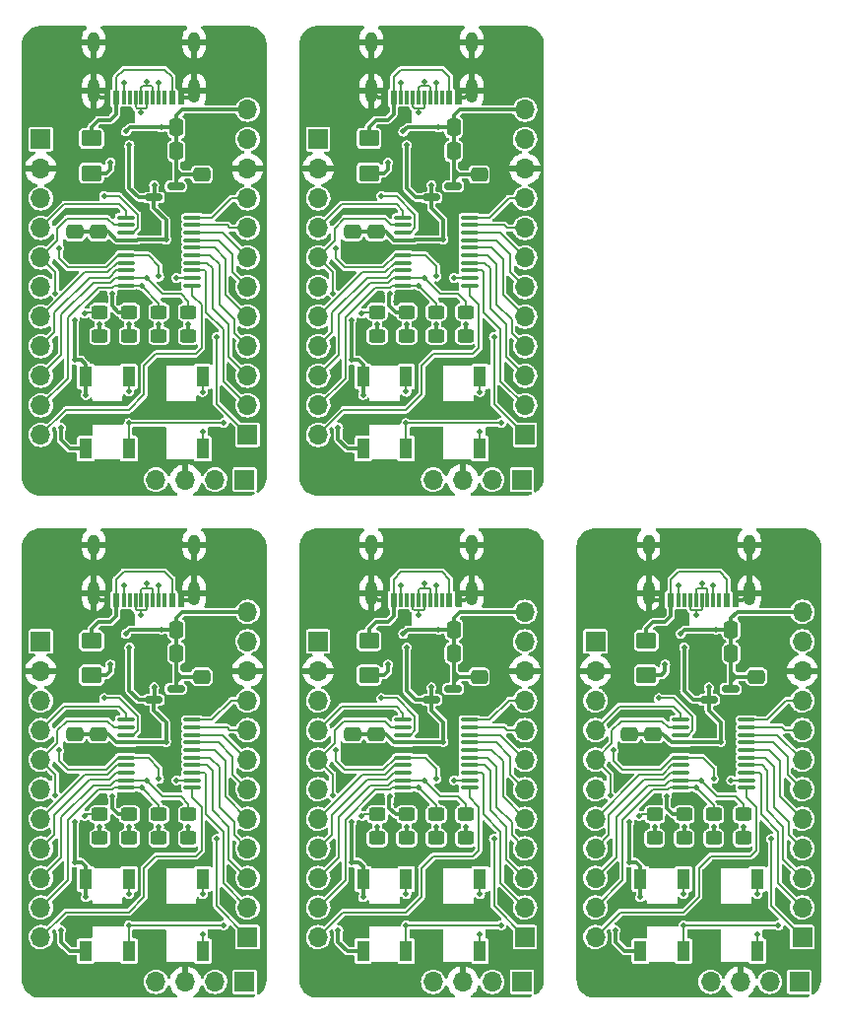
<source format=gbr>
%TF.GenerationSoftware,KiCad,Pcbnew,(6.0.8)*%
%TF.CreationDate,2023-03-28T10:40:46+02:00*%
%TF.ProjectId,Floppy Board v3.0,466c6f70-7079-4204-926f-617264207633,3.0*%
%TF.SameCoordinates,Original*%
%TF.FileFunction,Copper,L1,Top*%
%TF.FilePolarity,Positive*%
%FSLAX46Y46*%
G04 Gerber Fmt 4.6, Leading zero omitted, Abs format (unit mm)*
G04 Created by KiCad (PCBNEW (6.0.8)) date 2023-03-28 10:40:46*
%MOMM*%
%LPD*%
G01*
G04 APERTURE LIST*
G04 Aperture macros list*
%AMRoundRect*
0 Rectangle with rounded corners*
0 $1 Rounding radius*
0 $2 $3 $4 $5 $6 $7 $8 $9 X,Y pos of 4 corners*
0 Add a 4 corners polygon primitive as box body*
4,1,4,$2,$3,$4,$5,$6,$7,$8,$9,$2,$3,0*
0 Add four circle primitives for the rounded corners*
1,1,$1+$1,$2,$3*
1,1,$1+$1,$4,$5*
1,1,$1+$1,$6,$7*
1,1,$1+$1,$8,$9*
0 Add four rect primitives between the rounded corners*
20,1,$1+$1,$2,$3,$4,$5,0*
20,1,$1+$1,$4,$5,$6,$7,0*
20,1,$1+$1,$6,$7,$8,$9,0*
20,1,$1+$1,$8,$9,$2,$3,0*%
G04 Aperture macros list end*
%TA.AperFunction,SMDPad,CuDef*%
%ADD10R,0.600000X1.150000*%
%TD*%
%TA.AperFunction,SMDPad,CuDef*%
%ADD11R,0.300000X1.150000*%
%TD*%
%TA.AperFunction,ComponentPad*%
%ADD12O,1.000000X2.100000*%
%TD*%
%TA.AperFunction,ComponentPad*%
%ADD13O,1.000000X1.800000*%
%TD*%
%TA.AperFunction,ComponentPad*%
%ADD14R,1.700000X1.700000*%
%TD*%
%TA.AperFunction,ComponentPad*%
%ADD15O,1.700000X1.700000*%
%TD*%
%TA.AperFunction,SMDPad,CuDef*%
%ADD16RoundRect,0.250000X0.450000X-0.325000X0.450000X0.325000X-0.450000X0.325000X-0.450000X-0.325000X0*%
%TD*%
%TA.AperFunction,SMDPad,CuDef*%
%ADD17RoundRect,0.250001X-0.624999X0.462499X-0.624999X-0.462499X0.624999X-0.462499X0.624999X0.462499X0*%
%TD*%
%TA.AperFunction,SMDPad,CuDef*%
%ADD18RoundRect,0.250000X-0.475000X0.337500X-0.475000X-0.337500X0.475000X-0.337500X0.475000X0.337500X0*%
%TD*%
%TA.AperFunction,SMDPad,CuDef*%
%ADD19R,1.100000X1.800000*%
%TD*%
%TA.AperFunction,SMDPad,CuDef*%
%ADD20RoundRect,0.250000X-0.337500X-0.475000X0.337500X-0.475000X0.337500X0.475000X-0.337500X0.475000X0*%
%TD*%
%TA.AperFunction,SMDPad,CuDef*%
%ADD21RoundRect,0.150000X-0.587500X-0.150000X0.587500X-0.150000X0.587500X0.150000X-0.587500X0.150000X0*%
%TD*%
%TA.AperFunction,SMDPad,CuDef*%
%ADD22RoundRect,0.100000X-0.637500X-0.100000X0.637500X-0.100000X0.637500X0.100000X-0.637500X0.100000X0*%
%TD*%
%TA.AperFunction,ViaPad*%
%ADD23C,0.460000*%
%TD*%
%TA.AperFunction,Conductor*%
%ADD24C,0.300000*%
%TD*%
%TA.AperFunction,Conductor*%
%ADD25C,0.200000*%
%TD*%
G04 APERTURE END LIST*
D10*
%TO.P,J18,1,GND_1*%
%TO.N,GND*%
X149315159Y-102565500D03*
%TO.P,J18,2,VBUS*%
%TO.N,/VUSB*%
X148515159Y-102565500D03*
D11*
%TO.P,J18,3,SBU2*%
%TO.N,unconnected-(J2-Pad3)*%
X147865159Y-102565500D03*
%TO.P,J18,4,CC1*%
%TO.N,Net-(J2-Pad4)*%
X147365159Y-102565500D03*
%TO.P,J18,5,DN2*%
%TO.N,/D-*%
X146865159Y-102565500D03*
%TO.P,J18,6,DP1*%
%TO.N,/D+*%
X146365159Y-102565500D03*
%TO.P,J18,7,DN1*%
%TO.N,/D-*%
X145865159Y-102565500D03*
%TO.P,J18,8,DP2*%
%TO.N,/D+*%
X145365159Y-102565500D03*
%TO.P,J18,9,SBU1*%
%TO.N,unconnected-(J2-Pad9)*%
X144865159Y-102565500D03*
%TO.P,J18,10,CC2*%
%TO.N,Net-(J2-Pad10)*%
X144365159Y-102565500D03*
D10*
%TO.P,J18,11,VBUS*%
%TO.N,/VUSB*%
X143715159Y-102565500D03*
%TO.P,J18,12,GND_2*%
%TO.N,GND*%
X142915159Y-102565500D03*
D12*
%TO.P,J18,13,SHIELD*%
X141795159Y-101990500D03*
D13*
X150435159Y-97810500D03*
X141795159Y-97810500D03*
D12*
X150435159Y-101990500D03*
%TD*%
D14*
%TO.P,J23,1,Pin_1*%
%TO.N,VDD*%
X161074159Y-106133000D03*
D15*
%TO.P,J23,2,Pin_2*%
%TO.N,GND*%
X161074159Y-108673000D03*
%TO.P,J23,3,Pin_3*%
%TO.N,NRST*%
X161074159Y-111213000D03*
%TO.P,J23,4,Pin_4*%
%TO.N,PB7*%
X161074159Y-113753000D03*
%TO.P,J23,5,Pin_5*%
%TO.N,PC14*%
X161074159Y-116293000D03*
%TO.P,J23,6,Pin_6*%
%TO.N,PC15*%
X161074159Y-118833000D03*
%TO.P,J23,7,Pin_7*%
%TO.N,PA0*%
X161074159Y-121373000D03*
%TO.P,J23,8,Pin_8*%
%TO.N,PA1*%
X161074159Y-123913000D03*
%TO.P,J23,9,Pin_9*%
%TO.N,PA2{slash}TX2*%
X161074159Y-126453000D03*
%TO.P,J23,10,Pin_10*%
%TO.N,PA3{slash}RX2*%
X161074159Y-128993000D03*
%TO.P,J23,11,Pin_11*%
%TO.N,PA4*%
X161074159Y-131533000D03*
%TD*%
D16*
%TO.P,D40,1,K*%
%TO.N,Net-(D5-Pad1)*%
X171234159Y-123033000D03*
%TO.P,D40,2,A*%
%TO.N,PA3{slash}RX2*%
X171234159Y-120983000D03*
%TD*%
D10*
%TO.P,J22,1,GND_1*%
%TO.N,GND*%
X173159159Y-102565500D03*
%TO.P,J22,2,VBUS*%
%TO.N,/VUSB*%
X172359159Y-102565500D03*
D11*
%TO.P,J22,3,SBU2*%
%TO.N,unconnected-(J2-Pad3)*%
X171709159Y-102565500D03*
%TO.P,J22,4,CC1*%
%TO.N,Net-(J2-Pad4)*%
X171209159Y-102565500D03*
%TO.P,J22,5,DN2*%
%TO.N,/D-*%
X170709159Y-102565500D03*
%TO.P,J22,6,DP1*%
%TO.N,/D+*%
X170209159Y-102565500D03*
%TO.P,J22,7,DN1*%
%TO.N,/D-*%
X169709159Y-102565500D03*
%TO.P,J22,8,DP2*%
%TO.N,/D+*%
X169209159Y-102565500D03*
%TO.P,J22,9,SBU1*%
%TO.N,unconnected-(J2-Pad9)*%
X168709159Y-102565500D03*
%TO.P,J22,10,CC2*%
%TO.N,Net-(J2-Pad10)*%
X168209159Y-102565500D03*
D10*
%TO.P,J22,11,VBUS*%
%TO.N,/VUSB*%
X167559159Y-102565500D03*
%TO.P,J22,12,GND_2*%
%TO.N,GND*%
X166759159Y-102565500D03*
D12*
%TO.P,J22,13,SHIELD*%
X165639159Y-101990500D03*
D13*
X174279159Y-97810500D03*
X165639159Y-97810500D03*
D12*
X174279159Y-101990500D03*
%TD*%
D17*
%TO.P,F6,1*%
%TO.N,/VUSB*%
X165442959Y-106067900D03*
%TO.P,F6,2*%
%TO.N,Net-(D7-Pad2)*%
X165442959Y-109042900D03*
%TD*%
D18*
%TO.P,C55,1*%
%TO.N,VBUS*%
X174917159Y-109159500D03*
%TO.P,C55,2*%
%TO.N,GND*%
X174917159Y-111234500D03*
%TD*%
D16*
%TO.P,D37,1,K*%
%TO.N,Net-(D2-Pad1)*%
X166154159Y-123033000D03*
%TO.P,D37,2,A*%
%TO.N,PC15*%
X166154159Y-120983000D03*
%TD*%
D19*
%TO.P,SW12,1,1*%
%TO.N,+3V3*%
X164939159Y-132728000D03*
X164939159Y-126528000D03*
%TO.P,SW12,2,2*%
%TO.N,PA14{slash}SWCLK{slash}BOOT0*%
X168639159Y-132728000D03*
X168639159Y-126528000D03*
%TD*%
D14*
%TO.P,J21,1,Pin_1*%
%TO.N,PA13{slash}SWDIO*%
X178590159Y-135375000D03*
D15*
%TO.P,J21,2,Pin_2*%
%TO.N,PA14{slash}SWCLK{slash}BOOT0*%
X176050159Y-135375000D03*
%TO.P,J21,3,Pin_3*%
%TO.N,GND*%
X173510159Y-135375000D03*
%TO.P,J21,4,Pin_4*%
%TO.N,+3V3*%
X170970159Y-135375000D03*
%TD*%
D20*
%TO.P,C57,1*%
%TO.N,VBUS*%
X172736659Y-105117000D03*
%TO.P,C57,2*%
%TO.N,GND*%
X174811659Y-105117000D03*
%TD*%
D14*
%TO.P,J24,1,Pin_1*%
%TO.N,PA5*%
X178854159Y-131533000D03*
D15*
%TO.P,J24,2,Pin_2*%
%TO.N,PA6*%
X178854159Y-128993000D03*
%TO.P,J24,3,Pin_3*%
%TO.N,PA7*%
X178854159Y-126453000D03*
%TO.P,J24,4,Pin_4*%
%TO.N,PB0*%
X178854159Y-123913000D03*
%TO.P,J24,5,Pin_5*%
%TO.N,PA11*%
X178854159Y-121373000D03*
%TO.P,J24,6,Pin_6*%
%TO.N,PA12*%
X178854159Y-118833000D03*
%TO.P,J24,7,Pin_7*%
%TO.N,PA13{slash}SWDIO*%
X178854159Y-116293000D03*
%TO.P,J24,8,Pin_8*%
%TO.N,PA14{slash}SWCLK{slash}BOOT0*%
X178854159Y-113753000D03*
%TO.P,J24,9,Pin_9*%
%TO.N,PB3*%
X178854159Y-111213000D03*
%TO.P,J24,10,Pin_10*%
%TO.N,GND*%
X178854159Y-108673000D03*
%TO.P,J24,11,Pin_11*%
%TO.N,VCC*%
X178854159Y-106133000D03*
%TO.P,J24,12,Pin_12*%
%TO.N,VBUS*%
X178854159Y-103593000D03*
%TD*%
D21*
%TO.P,U23,1,GND*%
%TO.N,GND*%
X170804659Y-109247000D03*
%TO.P,U23,2,VOUT*%
%TO.N,+3V3*%
X170804659Y-111147000D03*
%TO.P,U23,3,VIN*%
%TO.N,VBUS*%
X172679659Y-110197000D03*
%TD*%
D20*
%TO.P,C58,1*%
%TO.N,VBUS*%
X172736659Y-107149000D03*
%TO.P,C58,2*%
%TO.N,GND*%
X174811659Y-107149000D03*
%TD*%
D16*
%TO.P,D38,1,K*%
%TO.N,Net-(D3-Pad1)*%
X173774159Y-123033000D03*
%TO.P,D38,2,A*%
%TO.N,PA2{slash}TX2*%
X173774159Y-120983000D03*
%TD*%
D22*
%TO.P,U21,1,PB7*%
%TO.N,PB7*%
X168371659Y-112860000D03*
%TO.P,U21,2,PC14*%
%TO.N,PC14*%
X168371659Y-113510000D03*
%TO.P,U21,3,PC15*%
%TO.N,PC15*%
X168371659Y-114160000D03*
%TO.P,U21,4,VDD/VDDA*%
%TO.N,+3V3*%
X168371659Y-114810000D03*
%TO.P,U21,5,VSS/VSSA*%
%TO.N,GND*%
X168371659Y-115460000D03*
%TO.P,U21,6,NRST*%
%TO.N,NRST*%
X168371659Y-116110000D03*
%TO.P,U21,7,PA0*%
%TO.N,PA0*%
X168371659Y-116760000D03*
%TO.P,U21,8,PA1*%
%TO.N,PA1*%
X168371659Y-117410000D03*
%TO.P,U21,9,PA2*%
%TO.N,PA2{slash}TX2*%
X168371659Y-118060000D03*
%TO.P,U21,10,PA3*%
%TO.N,PA3{slash}RX2*%
X168371659Y-118710000D03*
%TO.P,U21,11,PA4*%
%TO.N,PA4*%
X174096659Y-118710000D03*
%TO.P,U21,12,PA5*%
%TO.N,PA5*%
X174096659Y-118060000D03*
%TO.P,U21,13,PA6*%
%TO.N,PA6*%
X174096659Y-117410000D03*
%TO.P,U21,14,PA7*%
%TO.N,PA7*%
X174096659Y-116760000D03*
%TO.P,U21,15,PB0*%
%TO.N,PB0*%
X174096659Y-116110000D03*
%TO.P,U21,16,PA11*%
%TO.N,PA11*%
X174096659Y-115460000D03*
%TO.P,U21,17,PA12*%
%TO.N,PA12*%
X174096659Y-114810000D03*
%TO.P,U21,18,PA13/SWDIO*%
%TO.N,PA13{slash}SWDIO*%
X174096659Y-114160000D03*
%TO.P,U21,19,PA14/SWCLK*%
%TO.N,PA14{slash}SWCLK{slash}BOOT0*%
X174096659Y-113510000D03*
%TO.P,U21,20,PB3*%
%TO.N,PB3*%
X174096659Y-112860000D03*
%TD*%
D18*
%TO.P,C51,1*%
%TO.N,+3V3*%
X163995159Y-114112500D03*
%TO.P,C51,2*%
%TO.N,GND*%
X163995159Y-116187500D03*
%TD*%
%TO.P,C52,1*%
%TO.N,+3V3*%
X166027159Y-114112500D03*
%TO.P,C52,2*%
%TO.N,GND*%
X166027159Y-116187500D03*
%TD*%
D19*
%TO.P,SW11,1,1*%
%TO.N,GND*%
X171289159Y-132728000D03*
X171289159Y-126528000D03*
%TO.P,SW11,2,2*%
%TO.N,NRST*%
X174989159Y-132728000D03*
X174989159Y-126528000D03*
%TD*%
D16*
%TO.P,D41,1,K*%
%TO.N,Net-(D6-Pad1)*%
X168694159Y-123033000D03*
%TO.P,D41,2,A*%
%TO.N,+3V3*%
X168694159Y-120983000D03*
%TD*%
D14*
%TO.P,J19,1,Pin_1*%
%TO.N,VDD*%
X137230159Y-106133000D03*
D15*
%TO.P,J19,2,Pin_2*%
%TO.N,GND*%
X137230159Y-108673000D03*
%TO.P,J19,3,Pin_3*%
%TO.N,NRST*%
X137230159Y-111213000D03*
%TO.P,J19,4,Pin_4*%
%TO.N,PB7*%
X137230159Y-113753000D03*
%TO.P,J19,5,Pin_5*%
%TO.N,PC14*%
X137230159Y-116293000D03*
%TO.P,J19,6,Pin_6*%
%TO.N,PC15*%
X137230159Y-118833000D03*
%TO.P,J19,7,Pin_7*%
%TO.N,PA0*%
X137230159Y-121373000D03*
%TO.P,J19,8,Pin_8*%
%TO.N,PA1*%
X137230159Y-123913000D03*
%TO.P,J19,9,Pin_9*%
%TO.N,PA2{slash}TX2*%
X137230159Y-126453000D03*
%TO.P,J19,10,Pin_10*%
%TO.N,PA3{slash}RX2*%
X137230159Y-128993000D03*
%TO.P,J19,11,Pin_11*%
%TO.N,PA4*%
X137230159Y-131533000D03*
%TD*%
D16*
%TO.P,D33,1,K*%
%TO.N,Net-(D5-Pad1)*%
X147390159Y-123033000D03*
%TO.P,D33,2,A*%
%TO.N,PA3{slash}RX2*%
X147390159Y-120983000D03*
%TD*%
D17*
%TO.P,F5,1*%
%TO.N,/VUSB*%
X141598959Y-106067900D03*
%TO.P,F5,2*%
%TO.N,Net-(D7-Pad2)*%
X141598959Y-109042900D03*
%TD*%
D18*
%TO.P,C45,1*%
%TO.N,VBUS*%
X151073159Y-109159500D03*
%TO.P,C45,2*%
%TO.N,GND*%
X151073159Y-111234500D03*
%TD*%
D16*
%TO.P,D30,1,K*%
%TO.N,Net-(D2-Pad1)*%
X142310159Y-123033000D03*
%TO.P,D30,2,A*%
%TO.N,PC15*%
X142310159Y-120983000D03*
%TD*%
D19*
%TO.P,SW10,1,1*%
%TO.N,+3V3*%
X141095159Y-132728000D03*
X141095159Y-126528000D03*
%TO.P,SW10,2,2*%
%TO.N,PA14{slash}SWCLK{slash}BOOT0*%
X144795159Y-132728000D03*
X144795159Y-126528000D03*
%TD*%
D14*
%TO.P,J17,1,Pin_1*%
%TO.N,PA13{slash}SWDIO*%
X154746159Y-135375000D03*
D15*
%TO.P,J17,2,Pin_2*%
%TO.N,PA14{slash}SWCLK{slash}BOOT0*%
X152206159Y-135375000D03*
%TO.P,J17,3,Pin_3*%
%TO.N,GND*%
X149666159Y-135375000D03*
%TO.P,J17,4,Pin_4*%
%TO.N,+3V3*%
X147126159Y-135375000D03*
%TD*%
D20*
%TO.P,C47,1*%
%TO.N,VBUS*%
X148892659Y-105117000D03*
%TO.P,C47,2*%
%TO.N,GND*%
X150967659Y-105117000D03*
%TD*%
D14*
%TO.P,J20,1,Pin_1*%
%TO.N,PA5*%
X155010159Y-131533000D03*
D15*
%TO.P,J20,2,Pin_2*%
%TO.N,PA6*%
X155010159Y-128993000D03*
%TO.P,J20,3,Pin_3*%
%TO.N,PA7*%
X155010159Y-126453000D03*
%TO.P,J20,4,Pin_4*%
%TO.N,PB0*%
X155010159Y-123913000D03*
%TO.P,J20,5,Pin_5*%
%TO.N,PA11*%
X155010159Y-121373000D03*
%TO.P,J20,6,Pin_6*%
%TO.N,PA12*%
X155010159Y-118833000D03*
%TO.P,J20,7,Pin_7*%
%TO.N,PA13{slash}SWDIO*%
X155010159Y-116293000D03*
%TO.P,J20,8,Pin_8*%
%TO.N,PA14{slash}SWCLK{slash}BOOT0*%
X155010159Y-113753000D03*
%TO.P,J20,9,Pin_9*%
%TO.N,PB3*%
X155010159Y-111213000D03*
%TO.P,J20,10,Pin_10*%
%TO.N,GND*%
X155010159Y-108673000D03*
%TO.P,J20,11,Pin_11*%
%TO.N,VCC*%
X155010159Y-106133000D03*
%TO.P,J20,12,Pin_12*%
%TO.N,VBUS*%
X155010159Y-103593000D03*
%TD*%
D21*
%TO.P,U19,1,GND*%
%TO.N,GND*%
X146960659Y-109247000D03*
%TO.P,U19,2,VOUT*%
%TO.N,+3V3*%
X146960659Y-111147000D03*
%TO.P,U19,3,VIN*%
%TO.N,VBUS*%
X148835659Y-110197000D03*
%TD*%
D20*
%TO.P,C48,1*%
%TO.N,VBUS*%
X148892659Y-107149000D03*
%TO.P,C48,2*%
%TO.N,GND*%
X150967659Y-107149000D03*
%TD*%
D16*
%TO.P,D31,1,K*%
%TO.N,Net-(D3-Pad1)*%
X149930159Y-123033000D03*
%TO.P,D31,2,A*%
%TO.N,PA2{slash}TX2*%
X149930159Y-120983000D03*
%TD*%
D22*
%TO.P,U17,1,PB7*%
%TO.N,PB7*%
X144527659Y-112860000D03*
%TO.P,U17,2,PC14*%
%TO.N,PC14*%
X144527659Y-113510000D03*
%TO.P,U17,3,PC15*%
%TO.N,PC15*%
X144527659Y-114160000D03*
%TO.P,U17,4,VDD/VDDA*%
%TO.N,+3V3*%
X144527659Y-114810000D03*
%TO.P,U17,5,VSS/VSSA*%
%TO.N,GND*%
X144527659Y-115460000D03*
%TO.P,U17,6,NRST*%
%TO.N,NRST*%
X144527659Y-116110000D03*
%TO.P,U17,7,PA0*%
%TO.N,PA0*%
X144527659Y-116760000D03*
%TO.P,U17,8,PA1*%
%TO.N,PA1*%
X144527659Y-117410000D03*
%TO.P,U17,9,PA2*%
%TO.N,PA2{slash}TX2*%
X144527659Y-118060000D03*
%TO.P,U17,10,PA3*%
%TO.N,PA3{slash}RX2*%
X144527659Y-118710000D03*
%TO.P,U17,11,PA4*%
%TO.N,PA4*%
X150252659Y-118710000D03*
%TO.P,U17,12,PA5*%
%TO.N,PA5*%
X150252659Y-118060000D03*
%TO.P,U17,13,PA6*%
%TO.N,PA6*%
X150252659Y-117410000D03*
%TO.P,U17,14,PA7*%
%TO.N,PA7*%
X150252659Y-116760000D03*
%TO.P,U17,15,PB0*%
%TO.N,PB0*%
X150252659Y-116110000D03*
%TO.P,U17,16,PA11*%
%TO.N,PA11*%
X150252659Y-115460000D03*
%TO.P,U17,17,PA12*%
%TO.N,PA12*%
X150252659Y-114810000D03*
%TO.P,U17,18,PA13/SWDIO*%
%TO.N,PA13{slash}SWDIO*%
X150252659Y-114160000D03*
%TO.P,U17,19,PA14/SWCLK*%
%TO.N,PA14{slash}SWCLK{slash}BOOT0*%
X150252659Y-113510000D03*
%TO.P,U17,20,PB3*%
%TO.N,PB3*%
X150252659Y-112860000D03*
%TD*%
D18*
%TO.P,C41,1*%
%TO.N,+3V3*%
X140151159Y-114112500D03*
%TO.P,C41,2*%
%TO.N,GND*%
X140151159Y-116187500D03*
%TD*%
%TO.P,C42,1*%
%TO.N,+3V3*%
X142183159Y-114112500D03*
%TO.P,C42,2*%
%TO.N,GND*%
X142183159Y-116187500D03*
%TD*%
D19*
%TO.P,SW9,1,1*%
%TO.N,GND*%
X147445159Y-132728000D03*
X147445159Y-126528000D03*
%TO.P,SW9,2,2*%
%TO.N,NRST*%
X151145159Y-132728000D03*
X151145159Y-126528000D03*
%TD*%
D16*
%TO.P,D34,1,K*%
%TO.N,Net-(D6-Pad1)*%
X144850159Y-123033000D03*
%TO.P,D34,2,A*%
%TO.N,+3V3*%
X144850159Y-120983000D03*
%TD*%
D14*
%TO.P,J15,1,Pin_1*%
%TO.N,VDD*%
X113386159Y-106133000D03*
D15*
%TO.P,J15,2,Pin_2*%
%TO.N,GND*%
X113386159Y-108673000D03*
%TO.P,J15,3,Pin_3*%
%TO.N,NRST*%
X113386159Y-111213000D03*
%TO.P,J15,4,Pin_4*%
%TO.N,PB7*%
X113386159Y-113753000D03*
%TO.P,J15,5,Pin_5*%
%TO.N,PC14*%
X113386159Y-116293000D03*
%TO.P,J15,6,Pin_6*%
%TO.N,PC15*%
X113386159Y-118833000D03*
%TO.P,J15,7,Pin_7*%
%TO.N,PA0*%
X113386159Y-121373000D03*
%TO.P,J15,8,Pin_8*%
%TO.N,PA1*%
X113386159Y-123913000D03*
%TO.P,J15,9,Pin_9*%
%TO.N,PA2{slash}TX2*%
X113386159Y-126453000D03*
%TO.P,J15,10,Pin_10*%
%TO.N,PA3{slash}RX2*%
X113386159Y-128993000D03*
%TO.P,J15,11,Pin_11*%
%TO.N,PA4*%
X113386159Y-131533000D03*
%TD*%
D16*
%TO.P,D26,1,K*%
%TO.N,Net-(D5-Pad1)*%
X123546159Y-123033000D03*
%TO.P,D26,2,A*%
%TO.N,PA3{slash}RX2*%
X123546159Y-120983000D03*
%TD*%
D10*
%TO.P,J14,1,GND_1*%
%TO.N,GND*%
X125471159Y-102565500D03*
%TO.P,J14,2,VBUS*%
%TO.N,/VUSB*%
X124671159Y-102565500D03*
D11*
%TO.P,J14,3,SBU2*%
%TO.N,unconnected-(J2-Pad3)*%
X124021159Y-102565500D03*
%TO.P,J14,4,CC1*%
%TO.N,Net-(J2-Pad4)*%
X123521159Y-102565500D03*
%TO.P,J14,5,DN2*%
%TO.N,/D-*%
X123021159Y-102565500D03*
%TO.P,J14,6,DP1*%
%TO.N,/D+*%
X122521159Y-102565500D03*
%TO.P,J14,7,DN1*%
%TO.N,/D-*%
X122021159Y-102565500D03*
%TO.P,J14,8,DP2*%
%TO.N,/D+*%
X121521159Y-102565500D03*
%TO.P,J14,9,SBU1*%
%TO.N,unconnected-(J2-Pad9)*%
X121021159Y-102565500D03*
%TO.P,J14,10,CC2*%
%TO.N,Net-(J2-Pad10)*%
X120521159Y-102565500D03*
D10*
%TO.P,J14,11,VBUS*%
%TO.N,/VUSB*%
X119871159Y-102565500D03*
%TO.P,J14,12,GND_2*%
%TO.N,GND*%
X119071159Y-102565500D03*
D12*
%TO.P,J14,13,SHIELD*%
X117951159Y-101990500D03*
D13*
X126591159Y-97810500D03*
X117951159Y-97810500D03*
D12*
X126591159Y-101990500D03*
%TD*%
D17*
%TO.P,F4,1*%
%TO.N,/VUSB*%
X117754959Y-106067900D03*
%TO.P,F4,2*%
%TO.N,Net-(D7-Pad2)*%
X117754959Y-109042900D03*
%TD*%
D18*
%TO.P,C35,1*%
%TO.N,VBUS*%
X127229159Y-109159500D03*
%TO.P,C35,2*%
%TO.N,GND*%
X127229159Y-111234500D03*
%TD*%
D16*
%TO.P,D23,1,K*%
%TO.N,Net-(D2-Pad1)*%
X118466159Y-123033000D03*
%TO.P,D23,2,A*%
%TO.N,PC15*%
X118466159Y-120983000D03*
%TD*%
D19*
%TO.P,SW8,1,1*%
%TO.N,+3V3*%
X117251159Y-132728000D03*
X117251159Y-126528000D03*
%TO.P,SW8,2,2*%
%TO.N,PA14{slash}SWCLK{slash}BOOT0*%
X120951159Y-132728000D03*
X120951159Y-126528000D03*
%TD*%
D14*
%TO.P,J13,1,Pin_1*%
%TO.N,PA13{slash}SWDIO*%
X130902159Y-135375000D03*
D15*
%TO.P,J13,2,Pin_2*%
%TO.N,PA14{slash}SWCLK{slash}BOOT0*%
X128362159Y-135375000D03*
%TO.P,J13,3,Pin_3*%
%TO.N,GND*%
X125822159Y-135375000D03*
%TO.P,J13,4,Pin_4*%
%TO.N,+3V3*%
X123282159Y-135375000D03*
%TD*%
D20*
%TO.P,C37,1*%
%TO.N,VBUS*%
X125048659Y-105117000D03*
%TO.P,C37,2*%
%TO.N,GND*%
X127123659Y-105117000D03*
%TD*%
D14*
%TO.P,J16,1,Pin_1*%
%TO.N,PA5*%
X131166159Y-131533000D03*
D15*
%TO.P,J16,2,Pin_2*%
%TO.N,PA6*%
X131166159Y-128993000D03*
%TO.P,J16,3,Pin_3*%
%TO.N,PA7*%
X131166159Y-126453000D03*
%TO.P,J16,4,Pin_4*%
%TO.N,PB0*%
X131166159Y-123913000D03*
%TO.P,J16,5,Pin_5*%
%TO.N,PA11*%
X131166159Y-121373000D03*
%TO.P,J16,6,Pin_6*%
%TO.N,PA12*%
X131166159Y-118833000D03*
%TO.P,J16,7,Pin_7*%
%TO.N,PA13{slash}SWDIO*%
X131166159Y-116293000D03*
%TO.P,J16,8,Pin_8*%
%TO.N,PA14{slash}SWCLK{slash}BOOT0*%
X131166159Y-113753000D03*
%TO.P,J16,9,Pin_9*%
%TO.N,PB3*%
X131166159Y-111213000D03*
%TO.P,J16,10,Pin_10*%
%TO.N,GND*%
X131166159Y-108673000D03*
%TO.P,J16,11,Pin_11*%
%TO.N,VCC*%
X131166159Y-106133000D03*
%TO.P,J16,12,Pin_12*%
%TO.N,VBUS*%
X131166159Y-103593000D03*
%TD*%
D21*
%TO.P,U15,1,GND*%
%TO.N,GND*%
X123116659Y-109247000D03*
%TO.P,U15,2,VOUT*%
%TO.N,+3V3*%
X123116659Y-111147000D03*
%TO.P,U15,3,VIN*%
%TO.N,VBUS*%
X124991659Y-110197000D03*
%TD*%
D20*
%TO.P,C38,1*%
%TO.N,VBUS*%
X125048659Y-107149000D03*
%TO.P,C38,2*%
%TO.N,GND*%
X127123659Y-107149000D03*
%TD*%
D16*
%TO.P,D24,1,K*%
%TO.N,Net-(D3-Pad1)*%
X126086159Y-123033000D03*
%TO.P,D24,2,A*%
%TO.N,PA2{slash}TX2*%
X126086159Y-120983000D03*
%TD*%
D22*
%TO.P,U13,1,PB7*%
%TO.N,PB7*%
X120683659Y-112860000D03*
%TO.P,U13,2,PC14*%
%TO.N,PC14*%
X120683659Y-113510000D03*
%TO.P,U13,3,PC15*%
%TO.N,PC15*%
X120683659Y-114160000D03*
%TO.P,U13,4,VDD/VDDA*%
%TO.N,+3V3*%
X120683659Y-114810000D03*
%TO.P,U13,5,VSS/VSSA*%
%TO.N,GND*%
X120683659Y-115460000D03*
%TO.P,U13,6,NRST*%
%TO.N,NRST*%
X120683659Y-116110000D03*
%TO.P,U13,7,PA0*%
%TO.N,PA0*%
X120683659Y-116760000D03*
%TO.P,U13,8,PA1*%
%TO.N,PA1*%
X120683659Y-117410000D03*
%TO.P,U13,9,PA2*%
%TO.N,PA2{slash}TX2*%
X120683659Y-118060000D03*
%TO.P,U13,10,PA3*%
%TO.N,PA3{slash}RX2*%
X120683659Y-118710000D03*
%TO.P,U13,11,PA4*%
%TO.N,PA4*%
X126408659Y-118710000D03*
%TO.P,U13,12,PA5*%
%TO.N,PA5*%
X126408659Y-118060000D03*
%TO.P,U13,13,PA6*%
%TO.N,PA6*%
X126408659Y-117410000D03*
%TO.P,U13,14,PA7*%
%TO.N,PA7*%
X126408659Y-116760000D03*
%TO.P,U13,15,PB0*%
%TO.N,PB0*%
X126408659Y-116110000D03*
%TO.P,U13,16,PA11*%
%TO.N,PA11*%
X126408659Y-115460000D03*
%TO.P,U13,17,PA12*%
%TO.N,PA12*%
X126408659Y-114810000D03*
%TO.P,U13,18,PA13/SWDIO*%
%TO.N,PA13{slash}SWDIO*%
X126408659Y-114160000D03*
%TO.P,U13,19,PA14/SWCLK*%
%TO.N,PA14{slash}SWCLK{slash}BOOT0*%
X126408659Y-113510000D03*
%TO.P,U13,20,PB3*%
%TO.N,PB3*%
X126408659Y-112860000D03*
%TD*%
D18*
%TO.P,C31,1*%
%TO.N,+3V3*%
X116307159Y-114112500D03*
%TO.P,C31,2*%
%TO.N,GND*%
X116307159Y-116187500D03*
%TD*%
%TO.P,C32,1*%
%TO.N,+3V3*%
X118339159Y-114112500D03*
%TO.P,C32,2*%
%TO.N,GND*%
X118339159Y-116187500D03*
%TD*%
D19*
%TO.P,SW7,1,1*%
%TO.N,GND*%
X123601159Y-132728000D03*
X123601159Y-126528000D03*
%TO.P,SW7,2,2*%
%TO.N,NRST*%
X127301159Y-132728000D03*
X127301159Y-126528000D03*
%TD*%
D16*
%TO.P,D27,1,K*%
%TO.N,Net-(D6-Pad1)*%
X121006159Y-123033000D03*
%TO.P,D27,2,A*%
%TO.N,+3V3*%
X121006159Y-120983000D03*
%TD*%
D14*
%TO.P,J7,1,Pin_1*%
%TO.N,VDD*%
X137230159Y-62985000D03*
D15*
%TO.P,J7,2,Pin_2*%
%TO.N,GND*%
X137230159Y-65525000D03*
%TO.P,J7,3,Pin_3*%
%TO.N,NRST*%
X137230159Y-68065000D03*
%TO.P,J7,4,Pin_4*%
%TO.N,PB7*%
X137230159Y-70605000D03*
%TO.P,J7,5,Pin_5*%
%TO.N,PC14*%
X137230159Y-73145000D03*
%TO.P,J7,6,Pin_6*%
%TO.N,PC15*%
X137230159Y-75685000D03*
%TO.P,J7,7,Pin_7*%
%TO.N,PA0*%
X137230159Y-78225000D03*
%TO.P,J7,8,Pin_8*%
%TO.N,PA1*%
X137230159Y-80765000D03*
%TO.P,J7,9,Pin_9*%
%TO.N,PA2{slash}TX2*%
X137230159Y-83305000D03*
%TO.P,J7,10,Pin_10*%
%TO.N,PA3{slash}RX2*%
X137230159Y-85845000D03*
%TO.P,J7,11,Pin_11*%
%TO.N,PA4*%
X137230159Y-88385000D03*
%TD*%
D16*
%TO.P,D12,1,K*%
%TO.N,Net-(D5-Pad1)*%
X147390159Y-79885000D03*
%TO.P,D12,2,A*%
%TO.N,PA3{slash}RX2*%
X147390159Y-77835000D03*
%TD*%
D10*
%TO.P,J6,1,GND_1*%
%TO.N,GND*%
X149315159Y-59417500D03*
%TO.P,J6,2,VBUS*%
%TO.N,/VUSB*%
X148515159Y-59417500D03*
D11*
%TO.P,J6,3,SBU2*%
%TO.N,unconnected-(J2-Pad3)*%
X147865159Y-59417500D03*
%TO.P,J6,4,CC1*%
%TO.N,Net-(J2-Pad4)*%
X147365159Y-59417500D03*
%TO.P,J6,5,DN2*%
%TO.N,/D-*%
X146865159Y-59417500D03*
%TO.P,J6,6,DP1*%
%TO.N,/D+*%
X146365159Y-59417500D03*
%TO.P,J6,7,DN1*%
%TO.N,/D-*%
X145865159Y-59417500D03*
%TO.P,J6,8,DP2*%
%TO.N,/D+*%
X145365159Y-59417500D03*
%TO.P,J6,9,SBU1*%
%TO.N,unconnected-(J2-Pad9)*%
X144865159Y-59417500D03*
%TO.P,J6,10,CC2*%
%TO.N,Net-(J2-Pad10)*%
X144365159Y-59417500D03*
D10*
%TO.P,J6,11,VBUS*%
%TO.N,/VUSB*%
X143715159Y-59417500D03*
%TO.P,J6,12,GND_2*%
%TO.N,GND*%
X142915159Y-59417500D03*
D12*
%TO.P,J6,13,SHIELD*%
X141795159Y-58842500D03*
D13*
X150435159Y-54662500D03*
X141795159Y-54662500D03*
D12*
X150435159Y-58842500D03*
%TD*%
D17*
%TO.P,F2,1*%
%TO.N,/VUSB*%
X141598959Y-62919900D03*
%TO.P,F2,2*%
%TO.N,Net-(D7-Pad2)*%
X141598959Y-65894900D03*
%TD*%
D18*
%TO.P,C15,1*%
%TO.N,VBUS*%
X151073159Y-66011500D03*
%TO.P,C15,2*%
%TO.N,GND*%
X151073159Y-68086500D03*
%TD*%
D16*
%TO.P,D9,1,K*%
%TO.N,Net-(D2-Pad1)*%
X142310159Y-79885000D03*
%TO.P,D9,2,A*%
%TO.N,PC15*%
X142310159Y-77835000D03*
%TD*%
D19*
%TO.P,SW4,1,1*%
%TO.N,+3V3*%
X141095159Y-89580000D03*
X141095159Y-83380000D03*
%TO.P,SW4,2,2*%
%TO.N,PA14{slash}SWCLK{slash}BOOT0*%
X144795159Y-89580000D03*
X144795159Y-83380000D03*
%TD*%
D14*
%TO.P,J5,1,Pin_1*%
%TO.N,PA13{slash}SWDIO*%
X154746159Y-92227000D03*
D15*
%TO.P,J5,2,Pin_2*%
%TO.N,PA14{slash}SWCLK{slash}BOOT0*%
X152206159Y-92227000D03*
%TO.P,J5,3,Pin_3*%
%TO.N,GND*%
X149666159Y-92227000D03*
%TO.P,J5,4,Pin_4*%
%TO.N,+3V3*%
X147126159Y-92227000D03*
%TD*%
D20*
%TO.P,C17,1*%
%TO.N,VBUS*%
X148892659Y-61969000D03*
%TO.P,C17,2*%
%TO.N,GND*%
X150967659Y-61969000D03*
%TD*%
D14*
%TO.P,J8,1,Pin_1*%
%TO.N,PA5*%
X155010159Y-88385000D03*
D15*
%TO.P,J8,2,Pin_2*%
%TO.N,PA6*%
X155010159Y-85845000D03*
%TO.P,J8,3,Pin_3*%
%TO.N,PA7*%
X155010159Y-83305000D03*
%TO.P,J8,4,Pin_4*%
%TO.N,PB0*%
X155010159Y-80765000D03*
%TO.P,J8,5,Pin_5*%
%TO.N,PA11*%
X155010159Y-78225000D03*
%TO.P,J8,6,Pin_6*%
%TO.N,PA12*%
X155010159Y-75685000D03*
%TO.P,J8,7,Pin_7*%
%TO.N,PA13{slash}SWDIO*%
X155010159Y-73145000D03*
%TO.P,J8,8,Pin_8*%
%TO.N,PA14{slash}SWCLK{slash}BOOT0*%
X155010159Y-70605000D03*
%TO.P,J8,9,Pin_9*%
%TO.N,PB3*%
X155010159Y-68065000D03*
%TO.P,J8,10,Pin_10*%
%TO.N,GND*%
X155010159Y-65525000D03*
%TO.P,J8,11,Pin_11*%
%TO.N,VCC*%
X155010159Y-62985000D03*
%TO.P,J8,12,Pin_12*%
%TO.N,VBUS*%
X155010159Y-60445000D03*
%TD*%
D21*
%TO.P,U7,1,GND*%
%TO.N,GND*%
X146960659Y-66099000D03*
%TO.P,U7,2,VOUT*%
%TO.N,+3V3*%
X146960659Y-67999000D03*
%TO.P,U7,3,VIN*%
%TO.N,VBUS*%
X148835659Y-67049000D03*
%TD*%
D20*
%TO.P,C18,1*%
%TO.N,VBUS*%
X148892659Y-64001000D03*
%TO.P,C18,2*%
%TO.N,GND*%
X150967659Y-64001000D03*
%TD*%
D16*
%TO.P,D10,1,K*%
%TO.N,Net-(D3-Pad1)*%
X149930159Y-79885000D03*
%TO.P,D10,2,A*%
%TO.N,PA2{slash}TX2*%
X149930159Y-77835000D03*
%TD*%
D22*
%TO.P,U5,1,PB7*%
%TO.N,PB7*%
X144527659Y-69712000D03*
%TO.P,U5,2,PC14*%
%TO.N,PC14*%
X144527659Y-70362000D03*
%TO.P,U5,3,PC15*%
%TO.N,PC15*%
X144527659Y-71012000D03*
%TO.P,U5,4,VDD/VDDA*%
%TO.N,+3V3*%
X144527659Y-71662000D03*
%TO.P,U5,5,VSS/VSSA*%
%TO.N,GND*%
X144527659Y-72312000D03*
%TO.P,U5,6,NRST*%
%TO.N,NRST*%
X144527659Y-72962000D03*
%TO.P,U5,7,PA0*%
%TO.N,PA0*%
X144527659Y-73612000D03*
%TO.P,U5,8,PA1*%
%TO.N,PA1*%
X144527659Y-74262000D03*
%TO.P,U5,9,PA2*%
%TO.N,PA2{slash}TX2*%
X144527659Y-74912000D03*
%TO.P,U5,10,PA3*%
%TO.N,PA3{slash}RX2*%
X144527659Y-75562000D03*
%TO.P,U5,11,PA4*%
%TO.N,PA4*%
X150252659Y-75562000D03*
%TO.P,U5,12,PA5*%
%TO.N,PA5*%
X150252659Y-74912000D03*
%TO.P,U5,13,PA6*%
%TO.N,PA6*%
X150252659Y-74262000D03*
%TO.P,U5,14,PA7*%
%TO.N,PA7*%
X150252659Y-73612000D03*
%TO.P,U5,15,PB0*%
%TO.N,PB0*%
X150252659Y-72962000D03*
%TO.P,U5,16,PA11*%
%TO.N,PA11*%
X150252659Y-72312000D03*
%TO.P,U5,17,PA12*%
%TO.N,PA12*%
X150252659Y-71662000D03*
%TO.P,U5,18,PA13/SWDIO*%
%TO.N,PA13{slash}SWDIO*%
X150252659Y-71012000D03*
%TO.P,U5,19,PA14/SWCLK*%
%TO.N,PA14{slash}SWCLK{slash}BOOT0*%
X150252659Y-70362000D03*
%TO.P,U5,20,PB3*%
%TO.N,PB3*%
X150252659Y-69712000D03*
%TD*%
D18*
%TO.P,C11,1*%
%TO.N,+3V3*%
X140151159Y-70964500D03*
%TO.P,C11,2*%
%TO.N,GND*%
X140151159Y-73039500D03*
%TD*%
%TO.P,C12,1*%
%TO.N,+3V3*%
X142183159Y-70964500D03*
%TO.P,C12,2*%
%TO.N,GND*%
X142183159Y-73039500D03*
%TD*%
D19*
%TO.P,SW3,1,1*%
%TO.N,GND*%
X147445159Y-89580000D03*
X147445159Y-83380000D03*
%TO.P,SW3,2,2*%
%TO.N,NRST*%
X151145159Y-89580000D03*
X151145159Y-83380000D03*
%TD*%
D16*
%TO.P,D13,1,K*%
%TO.N,Net-(D6-Pad1)*%
X144850159Y-79885000D03*
%TO.P,D13,2,A*%
%TO.N,+3V3*%
X144850159Y-77835000D03*
%TD*%
%TO.P,D6,1,K*%
%TO.N,Net-(D6-Pad1)*%
X121006159Y-79885000D03*
%TO.P,D6,2,A*%
%TO.N,+3V3*%
X121006159Y-77835000D03*
%TD*%
D18*
%TO.P,C1,1*%
%TO.N,+3V3*%
X116307159Y-70964500D03*
%TO.P,C1,2*%
%TO.N,GND*%
X116307159Y-73039500D03*
%TD*%
D22*
%TO.P,U1,1,PB7*%
%TO.N,PB7*%
X120683659Y-69712000D03*
%TO.P,U1,2,PC14*%
%TO.N,PC14*%
X120683659Y-70362000D03*
%TO.P,U1,3,PC15*%
%TO.N,PC15*%
X120683659Y-71012000D03*
%TO.P,U1,4,VDD/VDDA*%
%TO.N,+3V3*%
X120683659Y-71662000D03*
%TO.P,U1,5,VSS/VSSA*%
%TO.N,GND*%
X120683659Y-72312000D03*
%TO.P,U1,6,NRST*%
%TO.N,NRST*%
X120683659Y-72962000D03*
%TO.P,U1,7,PA0*%
%TO.N,PA0*%
X120683659Y-73612000D03*
%TO.P,U1,8,PA1*%
%TO.N,PA1*%
X120683659Y-74262000D03*
%TO.P,U1,9,PA2*%
%TO.N,PA2{slash}TX2*%
X120683659Y-74912000D03*
%TO.P,U1,10,PA3*%
%TO.N,PA3{slash}RX2*%
X120683659Y-75562000D03*
%TO.P,U1,11,PA4*%
%TO.N,PA4*%
X126408659Y-75562000D03*
%TO.P,U1,12,PA5*%
%TO.N,PA5*%
X126408659Y-74912000D03*
%TO.P,U1,13,PA6*%
%TO.N,PA6*%
X126408659Y-74262000D03*
%TO.P,U1,14,PA7*%
%TO.N,PA7*%
X126408659Y-73612000D03*
%TO.P,U1,15,PB0*%
%TO.N,PB0*%
X126408659Y-72962000D03*
%TO.P,U1,16,PA11*%
%TO.N,PA11*%
X126408659Y-72312000D03*
%TO.P,U1,17,PA12*%
%TO.N,PA12*%
X126408659Y-71662000D03*
%TO.P,U1,18,PA13/SWDIO*%
%TO.N,PA13{slash}SWDIO*%
X126408659Y-71012000D03*
%TO.P,U1,19,PA14/SWCLK*%
%TO.N,PA14{slash}SWCLK{slash}BOOT0*%
X126408659Y-70362000D03*
%TO.P,U1,20,PB3*%
%TO.N,PB3*%
X126408659Y-69712000D03*
%TD*%
D16*
%TO.P,D3,1,K*%
%TO.N,Net-(D3-Pad1)*%
X126086159Y-79885000D03*
%TO.P,D3,2,A*%
%TO.N,PA2{slash}TX2*%
X126086159Y-77835000D03*
%TD*%
D20*
%TO.P,C8,1*%
%TO.N,VBUS*%
X125048659Y-64001000D03*
%TO.P,C8,2*%
%TO.N,GND*%
X127123659Y-64001000D03*
%TD*%
D19*
%TO.P,SW1,1,1*%
%TO.N,GND*%
X123601159Y-89580000D03*
X123601159Y-83380000D03*
%TO.P,SW1,2,2*%
%TO.N,NRST*%
X127301159Y-89580000D03*
X127301159Y-83380000D03*
%TD*%
D18*
%TO.P,C2,1*%
%TO.N,+3V3*%
X118339159Y-70964500D03*
%TO.P,C2,2*%
%TO.N,GND*%
X118339159Y-73039500D03*
%TD*%
D19*
%TO.P,SW2,1,1*%
%TO.N,+3V3*%
X117251159Y-89580000D03*
X117251159Y-83380000D03*
%TO.P,SW2,2,2*%
%TO.N,PA14{slash}SWCLK{slash}BOOT0*%
X120951159Y-89580000D03*
X120951159Y-83380000D03*
%TD*%
D18*
%TO.P,C5,1*%
%TO.N,VBUS*%
X127229159Y-66011500D03*
%TO.P,C5,2*%
%TO.N,GND*%
X127229159Y-68086500D03*
%TD*%
D20*
%TO.P,C7,1*%
%TO.N,VBUS*%
X125048659Y-61969000D03*
%TO.P,C7,2*%
%TO.N,GND*%
X127123659Y-61969000D03*
%TD*%
D16*
%TO.P,D2,1,K*%
%TO.N,Net-(D2-Pad1)*%
X118466159Y-79885000D03*
%TO.P,D2,2,A*%
%TO.N,PC15*%
X118466159Y-77835000D03*
%TD*%
D21*
%TO.P,U3,1,GND*%
%TO.N,GND*%
X123116659Y-66099000D03*
%TO.P,U3,2,VOUT*%
%TO.N,+3V3*%
X123116659Y-67999000D03*
%TO.P,U3,3,VIN*%
%TO.N,VBUS*%
X124991659Y-67049000D03*
%TD*%
D16*
%TO.P,D5,1,K*%
%TO.N,Net-(D5-Pad1)*%
X123546159Y-79885000D03*
%TO.P,D5,2,A*%
%TO.N,PA3{slash}RX2*%
X123546159Y-77835000D03*
%TD*%
D10*
%TO.P,J2,1,GND_1*%
%TO.N,GND*%
X125471159Y-59417500D03*
%TO.P,J2,2,VBUS*%
%TO.N,/VUSB*%
X124671159Y-59417500D03*
D11*
%TO.P,J2,3,SBU2*%
%TO.N,unconnected-(J2-Pad3)*%
X124021159Y-59417500D03*
%TO.P,J2,4,CC1*%
%TO.N,Net-(J2-Pad4)*%
X123521159Y-59417500D03*
%TO.P,J2,5,DN2*%
%TO.N,/D-*%
X123021159Y-59417500D03*
%TO.P,J2,6,DP1*%
%TO.N,/D+*%
X122521159Y-59417500D03*
%TO.P,J2,7,DN1*%
%TO.N,/D-*%
X122021159Y-59417500D03*
%TO.P,J2,8,DP2*%
%TO.N,/D+*%
X121521159Y-59417500D03*
%TO.P,J2,9,SBU1*%
%TO.N,unconnected-(J2-Pad9)*%
X121021159Y-59417500D03*
%TO.P,J2,10,CC2*%
%TO.N,Net-(J2-Pad10)*%
X120521159Y-59417500D03*
D10*
%TO.P,J2,11,VBUS*%
%TO.N,/VUSB*%
X119871159Y-59417500D03*
%TO.P,J2,12,GND_2*%
%TO.N,GND*%
X119071159Y-59417500D03*
D12*
%TO.P,J2,13,SHIELD*%
X117951159Y-58842500D03*
D13*
X126591159Y-54662500D03*
X117951159Y-54662500D03*
D12*
X126591159Y-58842500D03*
%TD*%
D14*
%TO.P,J1,1,Pin_1*%
%TO.N,PA13{slash}SWDIO*%
X130902159Y-92227000D03*
D15*
%TO.P,J1,2,Pin_2*%
%TO.N,PA14{slash}SWCLK{slash}BOOT0*%
X128362159Y-92227000D03*
%TO.P,J1,3,Pin_3*%
%TO.N,GND*%
X125822159Y-92227000D03*
%TO.P,J1,4,Pin_4*%
%TO.N,+3V3*%
X123282159Y-92227000D03*
%TD*%
D17*
%TO.P,F1,1*%
%TO.N,/VUSB*%
X117754959Y-62919900D03*
%TO.P,F1,2*%
%TO.N,Net-(D7-Pad2)*%
X117754959Y-65894900D03*
%TD*%
D14*
%TO.P,J4,1,Pin_1*%
%TO.N,PA5*%
X131166159Y-88385000D03*
D15*
%TO.P,J4,2,Pin_2*%
%TO.N,PA6*%
X131166159Y-85845000D03*
%TO.P,J4,3,Pin_3*%
%TO.N,PA7*%
X131166159Y-83305000D03*
%TO.P,J4,4,Pin_4*%
%TO.N,PB0*%
X131166159Y-80765000D03*
%TO.P,J4,5,Pin_5*%
%TO.N,PA11*%
X131166159Y-78225000D03*
%TO.P,J4,6,Pin_6*%
%TO.N,PA12*%
X131166159Y-75685000D03*
%TO.P,J4,7,Pin_7*%
%TO.N,PA13{slash}SWDIO*%
X131166159Y-73145000D03*
%TO.P,J4,8,Pin_8*%
%TO.N,PA14{slash}SWCLK{slash}BOOT0*%
X131166159Y-70605000D03*
%TO.P,J4,9,Pin_9*%
%TO.N,PB3*%
X131166159Y-68065000D03*
%TO.P,J4,10,Pin_10*%
%TO.N,GND*%
X131166159Y-65525000D03*
%TO.P,J4,11,Pin_11*%
%TO.N,VCC*%
X131166159Y-62985000D03*
%TO.P,J4,12,Pin_12*%
%TO.N,VBUS*%
X131166159Y-60445000D03*
%TD*%
D14*
%TO.P,J3,1,Pin_1*%
%TO.N,VDD*%
X113386159Y-62985000D03*
D15*
%TO.P,J3,2,Pin_2*%
%TO.N,GND*%
X113386159Y-65525000D03*
%TO.P,J3,3,Pin_3*%
%TO.N,NRST*%
X113386159Y-68065000D03*
%TO.P,J3,4,Pin_4*%
%TO.N,PB7*%
X113386159Y-70605000D03*
%TO.P,J3,5,Pin_5*%
%TO.N,PC14*%
X113386159Y-73145000D03*
%TO.P,J3,6,Pin_6*%
%TO.N,PC15*%
X113386159Y-75685000D03*
%TO.P,J3,7,Pin_7*%
%TO.N,PA0*%
X113386159Y-78225000D03*
%TO.P,J3,8,Pin_8*%
%TO.N,PA1*%
X113386159Y-80765000D03*
%TO.P,J3,9,Pin_9*%
%TO.N,PA2{slash}TX2*%
X113386159Y-83305000D03*
%TO.P,J3,10,Pin_10*%
%TO.N,PA3{slash}RX2*%
X113386159Y-85845000D03*
%TO.P,J3,11,Pin_11*%
%TO.N,PA4*%
X113386159Y-88385000D03*
%TD*%
D23*
%TO.N,PA5*%
X172741969Y-118058532D03*
%TO.N,PC14*%
X162331931Y-119366400D03*
%TO.N,PA5*%
X176187159Y-123100200D03*
%TO.N,/D-*%
X170218159Y-101180000D03*
%TO.N,Net-(J2-Pad4)*%
X171208400Y-101311492D03*
%TO.N,Net-(D7-Pad2)*%
X167068559Y-108114200D03*
%TO.N,Net-(D6-Pad1)*%
X168694159Y-122033400D03*
%TO.N,PA3{slash}RX2*%
X169721488Y-118707741D03*
%TO.N,Net-(D5-Pad1)*%
X171234159Y-122033400D03*
%TO.N,Net-(D3-Pad1)*%
X173774159Y-122033400D03*
%TO.N,PA2{slash}TX2*%
X170176515Y-118065551D03*
%TO.N,PC15*%
X166509759Y-111009800D03*
X164833359Y-121119000D03*
%TO.N,Net-(D2-Pad1)*%
X166154159Y-122033400D03*
%TO.N,VBUS*%
X171437359Y-105117000D03*
X168389359Y-105472600D03*
%TO.N,PA14{slash}SWCLK{slash}BOOT0*%
X168642561Y-130533104D03*
%TO.N,/D+*%
X169710159Y-103847000D03*
%TO.N,GND*%
X166306559Y-112330600D03*
%TO.N,+3V3*%
X163969759Y-125081400D03*
%TO.N,GND*%
X161836159Y-134962000D03*
%TO.N,PA14{slash}SWCLK{slash}BOOT0*%
X168643359Y-127824600D03*
X176800659Y-130517000D03*
%TO.N,NRST*%
X162616973Y-115499014D03*
X174988600Y-131279000D03*
%TO.N,+3V3*%
X164934959Y-128104000D03*
%TO.N,NRST*%
X174989053Y-127842506D03*
%TO.N,GND*%
X179997159Y-122643000D03*
X177330159Y-112610000D03*
X175602959Y-122490600D03*
%TO.N,+3V3*%
X162801359Y-130923400D03*
%TO.N,NRST*%
X171234159Y-117918600D03*
%TO.N,GND*%
X179870159Y-133946000D03*
X161074159Y-97878000D03*
X164122159Y-128281800D03*
X162861431Y-118274200D03*
X178854159Y-97751000D03*
X169964159Y-132752200D03*
X177076159Y-136359000D03*
X159854959Y-112483000D03*
X159753359Y-123201800D03*
X164477759Y-110654200D03*
X170421359Y-113499000D03*
%TO.N,+3V3*%
X171843759Y-114769000D03*
%TO.N,GND*%
X166086659Y-119865700D03*
X169862559Y-120085600D03*
X167779759Y-120085600D03*
%TO.N,+3V3*%
X168694159Y-106641000D03*
%TO.N,GND*%
X170091159Y-97243000D03*
X164122159Y-130923400D03*
%TO.N,+3V3*%
X170817557Y-110080750D03*
X163963173Y-121671214D03*
%TO.N,GND*%
X164020559Y-107555400D03*
X178854159Y-101815000D03*
X161074159Y-103847000D03*
X174180559Y-129501000D03*
X173164559Y-111517800D03*
X163969759Y-112330600D03*
%TO.N,+3V3*%
X167216524Y-119406900D03*
%TO.N,Net-(J2-Pad10)*%
X168211631Y-101315985D03*
%TO.N,PA5*%
X148897969Y-118058532D03*
%TO.N,PC14*%
X138487931Y-119366400D03*
%TO.N,PA5*%
X152343159Y-123100200D03*
%TO.N,/D-*%
X146374159Y-101180000D03*
%TO.N,Net-(J2-Pad4)*%
X147364400Y-101311492D03*
%TO.N,Net-(D7-Pad2)*%
X143224559Y-108114200D03*
%TO.N,Net-(D6-Pad1)*%
X144850159Y-122033400D03*
%TO.N,PA3{slash}RX2*%
X145877488Y-118707741D03*
%TO.N,Net-(D5-Pad1)*%
X147390159Y-122033400D03*
%TO.N,Net-(D3-Pad1)*%
X149930159Y-122033400D03*
%TO.N,PA2{slash}TX2*%
X146332515Y-118065551D03*
%TO.N,PC15*%
X142665759Y-111009800D03*
X140989359Y-121119000D03*
%TO.N,Net-(D2-Pad1)*%
X142310159Y-122033400D03*
%TO.N,VBUS*%
X147593359Y-105117000D03*
X144545359Y-105472600D03*
%TO.N,PA14{slash}SWCLK{slash}BOOT0*%
X144798561Y-130533104D03*
%TO.N,/D+*%
X145866159Y-103847000D03*
%TO.N,GND*%
X142462559Y-112330600D03*
%TO.N,+3V3*%
X140125759Y-125081400D03*
%TO.N,GND*%
X137992159Y-134962000D03*
%TO.N,PA14{slash}SWCLK{slash}BOOT0*%
X144799359Y-127824600D03*
X152956659Y-130517000D03*
%TO.N,NRST*%
X138772973Y-115499014D03*
X151144600Y-131279000D03*
%TO.N,+3V3*%
X141090959Y-128104000D03*
%TO.N,NRST*%
X151145053Y-127842506D03*
%TO.N,GND*%
X156153159Y-122643000D03*
X153486159Y-112610000D03*
X151758959Y-122490600D03*
%TO.N,+3V3*%
X138957359Y-130923400D03*
%TO.N,NRST*%
X147390159Y-117918600D03*
%TO.N,GND*%
X156026159Y-133946000D03*
X137230159Y-97878000D03*
X140278159Y-128281800D03*
X139017431Y-118274200D03*
X155010159Y-97751000D03*
X146120159Y-132752200D03*
X153232159Y-136359000D03*
X136010959Y-112483000D03*
X135909359Y-123201800D03*
X140633759Y-110654200D03*
X146577359Y-113499000D03*
%TO.N,+3V3*%
X147999759Y-114769000D03*
%TO.N,GND*%
X142242659Y-119865700D03*
X146018559Y-120085600D03*
X143935759Y-120085600D03*
%TO.N,+3V3*%
X144850159Y-106641000D03*
%TO.N,GND*%
X146247159Y-97243000D03*
X140278159Y-130923400D03*
%TO.N,+3V3*%
X146973557Y-110080750D03*
X140119173Y-121671214D03*
%TO.N,GND*%
X140176559Y-107555400D03*
X155010159Y-101815000D03*
X137230159Y-103847000D03*
X150336559Y-129501000D03*
X149320559Y-111517800D03*
X140125759Y-112330600D03*
%TO.N,+3V3*%
X143372524Y-119406900D03*
%TO.N,Net-(J2-Pad10)*%
X144367631Y-101315985D03*
%TO.N,PA5*%
X125053969Y-118058532D03*
%TO.N,PC14*%
X114643931Y-119366400D03*
%TO.N,PA5*%
X128499159Y-123100200D03*
%TO.N,/D-*%
X122530159Y-101180000D03*
%TO.N,Net-(J2-Pad4)*%
X123520400Y-101311492D03*
%TO.N,Net-(D7-Pad2)*%
X119380559Y-108114200D03*
%TO.N,Net-(D6-Pad1)*%
X121006159Y-122033400D03*
%TO.N,PA3{slash}RX2*%
X122033488Y-118707741D03*
%TO.N,Net-(D5-Pad1)*%
X123546159Y-122033400D03*
%TO.N,Net-(D3-Pad1)*%
X126086159Y-122033400D03*
%TO.N,PA2{slash}TX2*%
X122488515Y-118065551D03*
%TO.N,PC15*%
X118821759Y-111009800D03*
X117145359Y-121119000D03*
%TO.N,Net-(D2-Pad1)*%
X118466159Y-122033400D03*
%TO.N,VBUS*%
X123749359Y-105117000D03*
X120701359Y-105472600D03*
%TO.N,PA14{slash}SWCLK{slash}BOOT0*%
X120954561Y-130533104D03*
%TO.N,/D+*%
X122022159Y-103847000D03*
%TO.N,GND*%
X118618559Y-112330600D03*
%TO.N,+3V3*%
X116281759Y-125081400D03*
%TO.N,GND*%
X114148159Y-134962000D03*
%TO.N,PA14{slash}SWCLK{slash}BOOT0*%
X120955359Y-127824600D03*
X129112659Y-130517000D03*
%TO.N,NRST*%
X114928973Y-115499014D03*
X127300600Y-131279000D03*
%TO.N,+3V3*%
X117246959Y-128104000D03*
%TO.N,NRST*%
X127301053Y-127842506D03*
%TO.N,GND*%
X132309159Y-122643000D03*
X129642159Y-112610000D03*
X127914959Y-122490600D03*
%TO.N,+3V3*%
X115113359Y-130923400D03*
%TO.N,NRST*%
X123546159Y-117918600D03*
%TO.N,GND*%
X132182159Y-133946000D03*
X113386159Y-97878000D03*
X116434159Y-128281800D03*
X115173431Y-118274200D03*
X131166159Y-97751000D03*
X122276159Y-132752200D03*
X129388159Y-136359000D03*
X112166959Y-112483000D03*
X112065359Y-123201800D03*
X116789759Y-110654200D03*
X122733359Y-113499000D03*
%TO.N,+3V3*%
X124155759Y-114769000D03*
%TO.N,GND*%
X118398659Y-119865700D03*
X122174559Y-120085600D03*
X120091759Y-120085600D03*
%TO.N,+3V3*%
X121006159Y-106641000D03*
%TO.N,GND*%
X122403159Y-97243000D03*
X116434159Y-130923400D03*
%TO.N,+3V3*%
X123129557Y-110080750D03*
X116275173Y-121671214D03*
%TO.N,GND*%
X116332559Y-107555400D03*
X131166159Y-101815000D03*
X113386159Y-103847000D03*
X126492559Y-129501000D03*
X125476559Y-111517800D03*
X116281759Y-112330600D03*
%TO.N,+3V3*%
X119528524Y-119406900D03*
%TO.N,Net-(J2-Pad10)*%
X120523631Y-101315985D03*
%TO.N,PA5*%
X148897969Y-74910532D03*
%TO.N,PC14*%
X138487931Y-76218400D03*
%TO.N,PA5*%
X152343159Y-79952200D03*
%TO.N,/D-*%
X146374159Y-58032000D03*
%TO.N,Net-(J2-Pad4)*%
X147364400Y-58163492D03*
%TO.N,Net-(D7-Pad2)*%
X143224559Y-64966200D03*
%TO.N,Net-(D6-Pad1)*%
X144850159Y-78885400D03*
%TO.N,PA3{slash}RX2*%
X145877488Y-75559741D03*
%TO.N,Net-(D5-Pad1)*%
X147390159Y-78885400D03*
%TO.N,Net-(D3-Pad1)*%
X149930159Y-78885400D03*
%TO.N,PA2{slash}TX2*%
X146332515Y-74917551D03*
%TO.N,PC15*%
X142665759Y-67861800D03*
X140989359Y-77971000D03*
%TO.N,Net-(D2-Pad1)*%
X142310159Y-78885400D03*
%TO.N,VBUS*%
X147593359Y-61969000D03*
X144545359Y-62324600D03*
%TO.N,PA14{slash}SWCLK{slash}BOOT0*%
X144798561Y-87385104D03*
%TO.N,/D+*%
X145866159Y-60699000D03*
%TO.N,GND*%
X142462559Y-69182600D03*
%TO.N,+3V3*%
X140125759Y-81933400D03*
%TO.N,GND*%
X137992159Y-91814000D03*
%TO.N,PA14{slash}SWCLK{slash}BOOT0*%
X144799359Y-84676600D03*
X152956659Y-87369000D03*
%TO.N,NRST*%
X138772973Y-72351014D03*
X151144600Y-88131000D03*
%TO.N,+3V3*%
X141090959Y-84956000D03*
%TO.N,NRST*%
X151145053Y-84694506D03*
%TO.N,GND*%
X156153159Y-79495000D03*
X153486159Y-69462000D03*
X151758959Y-79342600D03*
%TO.N,+3V3*%
X138957359Y-87775400D03*
%TO.N,NRST*%
X147390159Y-74770600D03*
%TO.N,GND*%
X156026159Y-90798000D03*
X137230159Y-54730000D03*
X140278159Y-85133800D03*
X139017431Y-75126200D03*
X155010159Y-54603000D03*
X146120159Y-89604200D03*
X153232159Y-93211000D03*
X136010959Y-69335000D03*
X135909359Y-80053800D03*
X140633759Y-67506200D03*
X146577359Y-70351000D03*
%TO.N,+3V3*%
X147999759Y-71621000D03*
%TO.N,GND*%
X142242659Y-76717700D03*
X146018559Y-76937600D03*
X143935759Y-76937600D03*
%TO.N,+3V3*%
X144850159Y-63493000D03*
%TO.N,GND*%
X146247159Y-54095000D03*
X140278159Y-87775400D03*
%TO.N,+3V3*%
X146973557Y-66932750D03*
X140119173Y-78523214D03*
%TO.N,GND*%
X140176559Y-64407400D03*
X155010159Y-58667000D03*
X137230159Y-60699000D03*
X150336559Y-86353000D03*
X149320559Y-68369800D03*
X140125759Y-69182600D03*
%TO.N,+3V3*%
X143372524Y-76258900D03*
%TO.N,Net-(J2-Pad10)*%
X144367631Y-58167985D03*
%TO.N,+3V3*%
X124155759Y-71621000D03*
X116281759Y-81933400D03*
X121006159Y-63493000D03*
X123129557Y-66932750D03*
X117246959Y-84956000D03*
X116275173Y-78523214D03*
X115113359Y-87775400D03*
X119528524Y-76258900D03*
%TO.N,GND*%
X127914959Y-79342600D03*
X116281759Y-69182600D03*
X125476559Y-68369800D03*
X129388159Y-93211000D03*
X122276159Y-89604200D03*
X116332559Y-64407400D03*
X122733359Y-70351000D03*
X113386159Y-60699000D03*
X116434159Y-87775400D03*
X122403159Y-54095000D03*
X114148159Y-91814000D03*
X131166159Y-58667000D03*
X118618559Y-69182600D03*
X116789759Y-67506200D03*
X129642159Y-69462000D03*
X131166159Y-54603000D03*
X120091759Y-76937600D03*
X132309159Y-79495000D03*
X122174559Y-76937600D03*
X115173431Y-75126200D03*
X118398659Y-76717700D03*
X126492559Y-86353000D03*
X112065359Y-80053800D03*
X112166959Y-69335000D03*
X116434159Y-85133800D03*
X113386159Y-54730000D03*
X132182159Y-90798000D03*
%TO.N,NRST*%
X123546159Y-74770600D03*
X127301053Y-84694506D03*
X127300600Y-88131000D03*
X114928973Y-72351014D03*
%TO.N,PA14{slash}SWCLK{slash}BOOT0*%
X129112659Y-87369000D03*
X120955359Y-84676600D03*
X120954561Y-87385104D03*
%TO.N,VBUS*%
X120701359Y-62324600D03*
X123749359Y-61969000D03*
%TO.N,Net-(D2-Pad1)*%
X118466159Y-78885400D03*
%TO.N,PC15*%
X117145359Y-77971000D03*
X118821759Y-67861800D03*
%TO.N,Net-(D3-Pad1)*%
X126086159Y-78885400D03*
%TO.N,PA2{slash}TX2*%
X122488515Y-74917551D03*
%TO.N,Net-(D5-Pad1)*%
X123546159Y-78885400D03*
%TO.N,PA3{slash}RX2*%
X122033488Y-75559741D03*
%TO.N,Net-(D6-Pad1)*%
X121006159Y-78885400D03*
%TO.N,Net-(D7-Pad2)*%
X119380559Y-64966200D03*
%TO.N,Net-(J2-Pad4)*%
X123520400Y-58163492D03*
%TO.N,/D-*%
X122530159Y-58032000D03*
%TO.N,/D+*%
X122022159Y-60699000D03*
%TO.N,Net-(J2-Pad10)*%
X120523631Y-58167985D03*
%TO.N,PC14*%
X114643931Y-76218400D03*
%TO.N,PA5*%
X125053969Y-74910532D03*
X128499159Y-79952200D03*
%TD*%
D24*
%TO.N,VBUS*%
X173193859Y-109159500D02*
X172744459Y-109159500D01*
X172736659Y-109151700D02*
X172736659Y-109667500D01*
X173266159Y-103593000D02*
X178854159Y-103593000D01*
X172736659Y-104122500D02*
X172736659Y-105117000D01*
X173143059Y-109159500D02*
X172736659Y-109565900D01*
X172744459Y-109159500D02*
X172736659Y-109151700D01*
X174917159Y-109159500D02*
X174913259Y-109155600D01*
X172736659Y-109565900D02*
X172736659Y-109667500D01*
X172736659Y-104122500D02*
X173266159Y-103593000D01*
X168744959Y-105117000D02*
X171437359Y-105117000D01*
X172736659Y-110140000D02*
X172679659Y-110197000D01*
X168744959Y-105117000D02*
X168389359Y-105472600D01*
X173143059Y-109159500D02*
X172736659Y-108753100D01*
X172736659Y-109667500D02*
X172736659Y-110140000D01*
X172736659Y-108753100D02*
X172736659Y-109151700D01*
X172736659Y-107149000D02*
X172736659Y-108753100D01*
X174917159Y-109159500D02*
X173193859Y-109159500D01*
X172736659Y-107149000D02*
X172736659Y-105117000D01*
X173193859Y-109159500D02*
X173143059Y-109159500D01*
X171437359Y-105117000D02*
X172736659Y-105117000D01*
D25*
%TO.N,PA14{slash}SWCLK{slash}BOOT0*%
X176800659Y-130517000D02*
X176789659Y-130528000D01*
X168643359Y-127824600D02*
X168639159Y-127820400D01*
X177087159Y-113510000D02*
X177330159Y-113753000D01*
X168642561Y-130533104D02*
X168642561Y-132724598D01*
X174096659Y-113510000D02*
X177087159Y-113510000D01*
%TO.N,NRST*%
X171234159Y-117918600D02*
X171234159Y-117029600D01*
%TO.N,PA14{slash}SWCLK{slash}BOOT0*%
X168642561Y-132724598D02*
X168639159Y-132728000D01*
X168639159Y-127820400D02*
X168639159Y-126528000D01*
X176789659Y-130528000D02*
X168647665Y-130528000D01*
X168647665Y-130528000D02*
X168642561Y-130533104D01*
X177330159Y-113753000D02*
X178854159Y-113753000D01*
%TO.N,NRST*%
X167718474Y-116110000D02*
X168371659Y-116110000D01*
D24*
%TO.N,GND*%
X173704159Y-102565500D02*
X174279159Y-101990500D01*
D25*
%TO.N,NRST*%
X168371670Y-116109989D02*
X168371659Y-116110000D01*
X170314548Y-116109989D02*
X168371670Y-116109989D01*
X174988600Y-131279000D02*
X174988600Y-132727441D01*
X162616973Y-115499014D02*
X162616973Y-116399631D01*
X166671874Y-117156600D02*
X167718474Y-116110000D01*
D24*
%TO.N,GND*%
X166027159Y-116187500D02*
X166894659Y-116187500D01*
D25*
%TO.N,NRST*%
X174988600Y-132727441D02*
X174989159Y-132728000D01*
X171234159Y-117029600D02*
X170314548Y-116109989D01*
X162616973Y-116399631D02*
X163373942Y-117156600D01*
X174989053Y-126528106D02*
X174989159Y-126528000D01*
X174989053Y-127842506D02*
X174989053Y-126528106D01*
X163373942Y-117156600D02*
X166671874Y-117156600D01*
D24*
%TO.N,GND*%
X167622159Y-115460000D02*
X168371659Y-115460000D01*
X166894659Y-116187500D02*
X167622159Y-115460000D01*
X166759159Y-102565500D02*
X166214159Y-102565500D01*
X166214159Y-102565500D02*
X165639159Y-101990500D01*
X173159159Y-102565500D02*
X173704159Y-102565500D01*
%TO.N,+3V3*%
X167199759Y-120437400D02*
X167745359Y-120983000D01*
X166027159Y-114112500D02*
X166894659Y-114112500D01*
X169395559Y-114769000D02*
X169354559Y-114810000D01*
X164939159Y-128099800D02*
X164939159Y-126528000D01*
X170817557Y-110080750D02*
X170804659Y-110093648D01*
X162801359Y-131939400D02*
X163589959Y-132728000D01*
X162801359Y-130923400D02*
X162801359Y-131939400D01*
X163589959Y-132728000D02*
X164939159Y-132728000D01*
X163969759Y-125081400D02*
X164553959Y-125081400D01*
X164939159Y-125466600D02*
X164939159Y-126528000D01*
X170817557Y-110080750D02*
X170817557Y-111134102D01*
X166027159Y-114112500D02*
X163995159Y-114112500D01*
X163963173Y-125074814D02*
X163963173Y-121671214D01*
X167216524Y-119406900D02*
X167199759Y-119423665D01*
X171843759Y-114769000D02*
X171843759Y-113092600D01*
X169491759Y-111147000D02*
X170804659Y-111147000D01*
X166894659Y-114112500D02*
X167592159Y-114810000D01*
X163969759Y-125081400D02*
X163963173Y-125074814D01*
X164553959Y-125081400D02*
X164939159Y-125466600D01*
X169354559Y-114810000D02*
X168371659Y-114810000D01*
X170827759Y-111123900D02*
X170804659Y-111147000D01*
X171843759Y-113092600D02*
X170804659Y-112053500D01*
%TO.N,/VUSB*%
X165442959Y-105066200D02*
X165442959Y-106067900D01*
D25*
%TO.N,PA5*%
X176187159Y-128866000D02*
X178854159Y-131533000D01*
%TO.N,/VUSB*%
X172359159Y-102565500D02*
X172359159Y-100781000D01*
D24*
X166027159Y-104482000D02*
X165442959Y-105066200D01*
D25*
%TO.N,PA5*%
X176187159Y-123100200D02*
X176187159Y-128866000D01*
%TO.N,/VUSB*%
X167559159Y-100803466D02*
X167559159Y-102565500D01*
D24*
X167043159Y-104482000D02*
X166027159Y-104482000D01*
D25*
X168198625Y-100164000D02*
X167559159Y-100803466D01*
D24*
X167559159Y-103966000D02*
X167043159Y-104482000D01*
D25*
X172359159Y-100781000D02*
X171742159Y-100164000D01*
D24*
X167559159Y-102565500D02*
X167559159Y-103966000D01*
D25*
X171742159Y-100164000D02*
X168198625Y-100164000D01*
D24*
%TO.N,+3V3*%
X170817557Y-111134102D02*
X170804659Y-111147000D01*
X170804659Y-112053500D02*
X170804659Y-111147000D01*
X168694159Y-110349400D02*
X169491759Y-111147000D01*
X171843759Y-114769000D02*
X169395559Y-114769000D01*
X167199759Y-119423665D02*
X167199759Y-120437400D01*
X164934959Y-128104000D02*
X164939159Y-128099800D01*
X167592159Y-114810000D02*
X168371659Y-114810000D01*
X168694159Y-106641000D02*
X168694159Y-110349400D01*
X167745359Y-120983000D02*
X168694159Y-120983000D01*
D25*
%TO.N,PA11*%
X175989159Y-115460000D02*
X176949159Y-116420000D01*
%TO.N,PA13{slash}SWDIO*%
X174096659Y-114160000D02*
X176721159Y-114160000D01*
%TO.N,PA4*%
X174891759Y-120331600D02*
X174096659Y-119536500D01*
%TO.N,PA0*%
X166827845Y-117582000D02*
X164865159Y-117582000D01*
%TO.N,PA7*%
X175384159Y-116760000D02*
X175856959Y-117232800D01*
X177228559Y-122033400D02*
X177228559Y-124827400D01*
X175856959Y-117232800D02*
X175856959Y-120661800D01*
%TO.N,PA13{slash}SWDIO*%
X176721159Y-114160000D02*
X178854159Y-116293000D01*
%TO.N,PA0*%
X164865159Y-117582000D02*
X161074159Y-121373000D01*
%TO.N,PA4*%
X174096659Y-119536500D02*
X174096659Y-118710000D01*
X170980159Y-124573400D02*
X174383759Y-124573400D01*
%TO.N,PA0*%
X168371659Y-116760000D02*
X167649845Y-116760000D01*
%TO.N,PA5*%
X173148691Y-118058532D02*
X173150159Y-118060000D01*
X173150159Y-118060000D02*
X174096659Y-118060000D01*
%TO.N,PA6*%
X175298159Y-117563000D02*
X175298159Y-120992000D01*
%TO.N,PB0*%
X174096659Y-116110000D02*
X175623159Y-116110000D01*
X177711159Y-121627000D02*
X177711159Y-122770000D01*
%TO.N,PA11*%
X174096659Y-115460000D02*
X175989159Y-115460000D01*
%TO.N,PA4*%
X168643359Y-129399400D02*
X169964159Y-128078600D01*
X174383759Y-124573400D02*
X174891759Y-124065400D01*
%TO.N,PA12*%
X176355159Y-114810000D02*
X177584159Y-116039000D01*
X177584159Y-117563000D02*
X178854159Y-118833000D01*
%TO.N,PA4*%
X161074159Y-131533000D02*
X163207759Y-129399400D01*
%TO.N,PA6*%
X176771359Y-126910200D02*
X178854159Y-128993000D01*
%TO.N,PB0*%
X176415759Y-116902600D02*
X176415759Y-120331600D01*
%TO.N,PA6*%
X174096659Y-117410000D02*
X175145159Y-117410000D01*
%TO.N,PA12*%
X174096659Y-114810000D02*
X176355159Y-114810000D01*
%TO.N,PA4*%
X174891759Y-124065400D02*
X174891759Y-120331600D01*
%TO.N,PA6*%
X175145159Y-117410000D02*
X175298159Y-117563000D01*
%TO.N,PA7*%
X174096659Y-116760000D02*
X175384159Y-116760000D01*
%TO.N,PB0*%
X177711159Y-122770000D02*
X178854159Y-123913000D01*
X175623159Y-116110000D02*
X176415759Y-116902600D01*
%TO.N,PB3*%
X174096659Y-112860000D02*
X175810159Y-112860000D01*
X177457159Y-111213000D02*
X178854159Y-111213000D01*
X175810159Y-112860000D02*
X177457159Y-111213000D01*
%TO.N,PA4*%
X169964159Y-128078600D02*
X169964159Y-125589400D01*
%TO.N,PA1*%
X168371659Y-117410000D02*
X167565531Y-117410000D01*
%TO.N,PA4*%
X163207759Y-129399400D02*
X168643359Y-129399400D01*
%TO.N,PA1*%
X162242559Y-122744600D02*
X161074159Y-123913000D01*
X166955331Y-118020200D02*
X165265159Y-118020200D01*
%TO.N,PA4*%
X169964159Y-125589400D02*
X170980159Y-124573400D01*
%TO.N,PA0*%
X167649845Y-116760000D02*
X166827845Y-117582000D01*
%TO.N,PB0*%
X176415759Y-120331600D02*
X177711159Y-121627000D01*
%TO.N,PA11*%
X176949159Y-119468000D02*
X178854159Y-121373000D01*
X176949159Y-116420000D02*
X176949159Y-119468000D01*
%TO.N,PA1*%
X167565531Y-117410000D02*
X166955331Y-118020200D01*
%TO.N,PA5*%
X172741969Y-118058532D02*
X173148691Y-118058532D01*
%TO.N,PA7*%
X177228559Y-124827400D02*
X178854159Y-126453000D01*
%TO.N,PA1*%
X162242559Y-121042800D02*
X162242559Y-122744600D01*
X165265159Y-118020200D02*
X162242559Y-121042800D01*
%TO.N,PA6*%
X175298159Y-120992000D02*
X176771359Y-122465200D01*
X176771359Y-122465200D02*
X176771359Y-126910200D01*
%TO.N,PA7*%
X175856959Y-120661800D02*
X177228559Y-122033400D01*
%TO.N,PA12*%
X177584159Y-116039000D02*
X177584159Y-117563000D01*
%TO.N,PC14*%
X162331931Y-117550772D02*
X161074159Y-116293000D01*
X162331931Y-119366400D02*
X162331931Y-117550772D01*
%TO.N,PB7*%
X166865359Y-111721000D02*
X163106159Y-111721000D01*
%TO.N,/D+*%
X170209159Y-103390500D02*
X170133659Y-103466000D01*
%TO.N,PC14*%
X167347959Y-113499000D02*
X168360659Y-113499000D01*
X166814559Y-112965600D02*
X167347959Y-113499000D01*
%TO.N,Net-(J2-Pad4)*%
X171208400Y-101311492D02*
X171209159Y-101312251D01*
%TO.N,PB7*%
X168371659Y-112287500D02*
X167805159Y-111721000D01*
X167805159Y-111721000D02*
X166865359Y-111721000D01*
%TO.N,Net-(J2-Pad10)*%
X168209159Y-101318457D02*
X168209159Y-102565500D01*
%TO.N,/D+*%
X169837159Y-103466000D02*
X169329159Y-103466000D01*
%TO.N,PC14*%
X162496559Y-113778400D02*
X163309359Y-112965600D01*
X163309359Y-112965600D02*
X166814559Y-112965600D01*
%TO.N,/D+*%
X169710159Y-103847000D02*
X169710159Y-103466000D01*
%TO.N,Net-(J2-Pad10)*%
X168211631Y-101315985D02*
X168209159Y-101318457D01*
%TO.N,PB7*%
X163106159Y-111721000D02*
X161074159Y-113753000D01*
%TO.N,/D-*%
X169837159Y-101561000D02*
X170218159Y-101561000D01*
%TO.N,PC14*%
X162496559Y-114870600D02*
X162496559Y-113778400D01*
%TO.N,/D+*%
X170209159Y-102565500D02*
X170209159Y-103390500D01*
%TO.N,PB7*%
X168371659Y-112860000D02*
X168371659Y-112287500D01*
%TO.N,Net-(J2-Pad4)*%
X171209159Y-101312251D02*
X171209159Y-102565500D01*
%TO.N,/D+*%
X169209159Y-103346000D02*
X169209159Y-102565500D01*
X169329159Y-103466000D02*
X169209159Y-103346000D01*
%TO.N,/D-*%
X169709159Y-101689000D02*
X169837159Y-101561000D01*
X170599159Y-101561000D02*
X170709159Y-101671000D01*
X169709159Y-102565500D02*
X169709159Y-101689000D01*
X170709159Y-101671000D02*
X170709159Y-102565500D01*
X170218159Y-101561000D02*
X170599159Y-101561000D01*
D24*
%TO.N,Net-(D7-Pad2)*%
X166749459Y-109042900D02*
X165442959Y-109042900D01*
X167068559Y-108114200D02*
X167068559Y-108723800D01*
D25*
%TO.N,/D-*%
X170218159Y-101180000D02*
X170218159Y-101561000D01*
%TO.N,PC14*%
X161074159Y-116293000D02*
X162496559Y-114870600D01*
X168360659Y-113499000D02*
X168371659Y-113510000D01*
%TO.N,/D+*%
X170133659Y-103466000D02*
X169837159Y-103466000D01*
%TO.N,PC15*%
X166509759Y-111009800D02*
X167824644Y-111009800D01*
D24*
%TO.N,Net-(D2-Pad1)*%
X166154159Y-122033400D02*
X166154159Y-123033000D01*
%TO.N,Net-(D6-Pad1)*%
X168694159Y-122033400D02*
X168694159Y-123033000D01*
D25*
%TO.N,PC15*%
X169409159Y-112594315D02*
X169409159Y-113775685D01*
%TO.N,PA2{slash}TX2*%
X170176515Y-118065551D02*
X171553564Y-119442600D01*
X167063817Y-118477400D02*
X165595359Y-118477400D01*
X173774159Y-120103000D02*
X173774159Y-120983000D01*
%TO.N,PA3{slash}RX2*%
X169589418Y-118707741D02*
X169587159Y-118710000D01*
X169721488Y-118707741D02*
X169589418Y-118707741D01*
X171234159Y-120220412D02*
X171234159Y-120983000D01*
X167420159Y-118710000D02*
X167252759Y-118877400D01*
X168371659Y-118710000D02*
X167420159Y-118710000D01*
X167252759Y-118877400D02*
X166008159Y-118877400D01*
%TO.N,PA2{slash}TX2*%
X167481217Y-118060000D02*
X167063817Y-118477400D01*
X168371659Y-118060000D02*
X167481217Y-118060000D01*
X162852159Y-124675000D02*
X161074159Y-126453000D01*
%TO.N,PC15*%
X166154159Y-120983000D02*
X164969359Y-120983000D01*
X167824644Y-111009800D02*
X169409159Y-112594315D01*
D24*
%TO.N,Net-(D3-Pad1)*%
X173774159Y-122033400D02*
X173774159Y-123033000D01*
%TO.N,Net-(D5-Pad1)*%
X171234159Y-122033400D02*
X171234159Y-123033000D01*
D25*
%TO.N,PA2{slash}TX2*%
X170176515Y-118065551D02*
X169472710Y-118065551D01*
X173113759Y-119442600D02*
X173774159Y-120103000D01*
%TO.N,PC15*%
X169409159Y-113775685D02*
X169024844Y-114160000D01*
%TO.N,PA3{slash}RX2*%
X163410959Y-126656200D02*
X161074159Y-128993000D01*
X163410959Y-121474600D02*
X163410959Y-126656200D01*
%TO.N,PA2{slash}TX2*%
X169467159Y-118060000D02*
X168371659Y-118060000D01*
X165595359Y-118477400D02*
X162852159Y-121220600D01*
X162852159Y-121220600D02*
X162852159Y-124675000D01*
%TO.N,PC15*%
X169024844Y-114160000D02*
X168371659Y-114160000D01*
D24*
%TO.N,Net-(D7-Pad2)*%
X167068559Y-108723800D02*
X166749459Y-109042900D01*
D25*
%TO.N,PA2{slash}TX2*%
X169472710Y-118065551D02*
X169467159Y-118060000D01*
%TO.N,PA3{slash}RX2*%
X169721488Y-118707741D02*
X171234159Y-120220412D01*
%TO.N,PA2{slash}TX2*%
X171553564Y-119442600D02*
X173113759Y-119442600D01*
%TO.N,PA3{slash}RX2*%
X166008159Y-118877400D02*
X163410959Y-121474600D01*
%TO.N,PC15*%
X164969359Y-120983000D02*
X164833359Y-121119000D01*
%TO.N,PA3{slash}RX2*%
X169587159Y-118710000D02*
X168371659Y-118710000D01*
D24*
%TO.N,VBUS*%
X149349859Y-109159500D02*
X148900459Y-109159500D01*
X148892659Y-109151700D02*
X148892659Y-109667500D01*
X149422159Y-103593000D02*
X155010159Y-103593000D01*
X148892659Y-104122500D02*
X148892659Y-105117000D01*
X149299059Y-109159500D02*
X148892659Y-109565900D01*
X148900459Y-109159500D02*
X148892659Y-109151700D01*
X151073159Y-109159500D02*
X151069259Y-109155600D01*
X148892659Y-109565900D02*
X148892659Y-109667500D01*
X148892659Y-104122500D02*
X149422159Y-103593000D01*
X144900959Y-105117000D02*
X147593359Y-105117000D01*
X148892659Y-110140000D02*
X148835659Y-110197000D01*
X144900959Y-105117000D02*
X144545359Y-105472600D01*
X149299059Y-109159500D02*
X148892659Y-108753100D01*
X148892659Y-109667500D02*
X148892659Y-110140000D01*
X148892659Y-108753100D02*
X148892659Y-109151700D01*
X148892659Y-107149000D02*
X148892659Y-108753100D01*
X151073159Y-109159500D02*
X149349859Y-109159500D01*
X148892659Y-107149000D02*
X148892659Y-105117000D01*
X149349859Y-109159500D02*
X149299059Y-109159500D01*
X147593359Y-105117000D02*
X148892659Y-105117000D01*
D25*
%TO.N,PA14{slash}SWCLK{slash}BOOT0*%
X152956659Y-130517000D02*
X152945659Y-130528000D01*
X144799359Y-127824600D02*
X144795159Y-127820400D01*
X153243159Y-113510000D02*
X153486159Y-113753000D01*
X144798561Y-130533104D02*
X144798561Y-132724598D01*
X150252659Y-113510000D02*
X153243159Y-113510000D01*
%TO.N,NRST*%
X147390159Y-117918600D02*
X147390159Y-117029600D01*
%TO.N,PA14{slash}SWCLK{slash}BOOT0*%
X144798561Y-132724598D02*
X144795159Y-132728000D01*
X144795159Y-127820400D02*
X144795159Y-126528000D01*
X152945659Y-130528000D02*
X144803665Y-130528000D01*
X144803665Y-130528000D02*
X144798561Y-130533104D01*
X153486159Y-113753000D02*
X155010159Y-113753000D01*
%TO.N,NRST*%
X143874474Y-116110000D02*
X144527659Y-116110000D01*
D24*
%TO.N,GND*%
X149860159Y-102565500D02*
X150435159Y-101990500D01*
D25*
%TO.N,NRST*%
X144527670Y-116109989D02*
X144527659Y-116110000D01*
X146470548Y-116109989D02*
X144527670Y-116109989D01*
X151144600Y-131279000D02*
X151144600Y-132727441D01*
X138772973Y-115499014D02*
X138772973Y-116399631D01*
X142827874Y-117156600D02*
X143874474Y-116110000D01*
D24*
%TO.N,GND*%
X142183159Y-116187500D02*
X143050659Y-116187500D01*
D25*
%TO.N,NRST*%
X151144600Y-132727441D02*
X151145159Y-132728000D01*
X147390159Y-117029600D02*
X146470548Y-116109989D01*
X138772973Y-116399631D02*
X139529942Y-117156600D01*
X151145053Y-126528106D02*
X151145159Y-126528000D01*
X151145053Y-127842506D02*
X151145053Y-126528106D01*
X139529942Y-117156600D02*
X142827874Y-117156600D01*
D24*
%TO.N,GND*%
X143778159Y-115460000D02*
X144527659Y-115460000D01*
X143050659Y-116187500D02*
X143778159Y-115460000D01*
X142915159Y-102565500D02*
X142370159Y-102565500D01*
X142370159Y-102565500D02*
X141795159Y-101990500D01*
X149315159Y-102565500D02*
X149860159Y-102565500D01*
%TO.N,+3V3*%
X143355759Y-120437400D02*
X143901359Y-120983000D01*
X142183159Y-114112500D02*
X143050659Y-114112500D01*
X145551559Y-114769000D02*
X145510559Y-114810000D01*
X141095159Y-128099800D02*
X141095159Y-126528000D01*
X146973557Y-110080750D02*
X146960659Y-110093648D01*
X138957359Y-131939400D02*
X139745959Y-132728000D01*
X138957359Y-130923400D02*
X138957359Y-131939400D01*
X139745959Y-132728000D02*
X141095159Y-132728000D01*
X140125759Y-125081400D02*
X140709959Y-125081400D01*
X141095159Y-125466600D02*
X141095159Y-126528000D01*
X146973557Y-110080750D02*
X146973557Y-111134102D01*
X142183159Y-114112500D02*
X140151159Y-114112500D01*
X140119173Y-125074814D02*
X140119173Y-121671214D01*
X143372524Y-119406900D02*
X143355759Y-119423665D01*
X147999759Y-114769000D02*
X147999759Y-113092600D01*
X145647759Y-111147000D02*
X146960659Y-111147000D01*
X143050659Y-114112500D02*
X143748159Y-114810000D01*
X140125759Y-125081400D02*
X140119173Y-125074814D01*
X140709959Y-125081400D02*
X141095159Y-125466600D01*
X145510559Y-114810000D02*
X144527659Y-114810000D01*
X146983759Y-111123900D02*
X146960659Y-111147000D01*
X147999759Y-113092600D02*
X146960659Y-112053500D01*
%TO.N,/VUSB*%
X141598959Y-105066200D02*
X141598959Y-106067900D01*
D25*
%TO.N,PA5*%
X152343159Y-128866000D02*
X155010159Y-131533000D01*
%TO.N,/VUSB*%
X148515159Y-102565500D02*
X148515159Y-100781000D01*
D24*
X142183159Y-104482000D02*
X141598959Y-105066200D01*
D25*
%TO.N,PA5*%
X152343159Y-123100200D02*
X152343159Y-128866000D01*
%TO.N,/VUSB*%
X143715159Y-100803466D02*
X143715159Y-102565500D01*
D24*
X143199159Y-104482000D02*
X142183159Y-104482000D01*
D25*
X144354625Y-100164000D02*
X143715159Y-100803466D01*
D24*
X143715159Y-103966000D02*
X143199159Y-104482000D01*
D25*
X148515159Y-100781000D02*
X147898159Y-100164000D01*
D24*
X143715159Y-102565500D02*
X143715159Y-103966000D01*
D25*
X147898159Y-100164000D02*
X144354625Y-100164000D01*
D24*
%TO.N,+3V3*%
X146973557Y-111134102D02*
X146960659Y-111147000D01*
X146960659Y-112053500D02*
X146960659Y-111147000D01*
X144850159Y-110349400D02*
X145647759Y-111147000D01*
X147999759Y-114769000D02*
X145551559Y-114769000D01*
X143355759Y-119423665D02*
X143355759Y-120437400D01*
X141090959Y-128104000D02*
X141095159Y-128099800D01*
X143748159Y-114810000D02*
X144527659Y-114810000D01*
X144850159Y-106641000D02*
X144850159Y-110349400D01*
X143901359Y-120983000D02*
X144850159Y-120983000D01*
D25*
%TO.N,PA11*%
X152145159Y-115460000D02*
X153105159Y-116420000D01*
%TO.N,PA13{slash}SWDIO*%
X150252659Y-114160000D02*
X152877159Y-114160000D01*
%TO.N,PA4*%
X151047759Y-120331600D02*
X150252659Y-119536500D01*
%TO.N,PA0*%
X142983845Y-117582000D02*
X141021159Y-117582000D01*
%TO.N,PA7*%
X151540159Y-116760000D02*
X152012959Y-117232800D01*
X153384559Y-122033400D02*
X153384559Y-124827400D01*
X152012959Y-117232800D02*
X152012959Y-120661800D01*
%TO.N,PA13{slash}SWDIO*%
X152877159Y-114160000D02*
X155010159Y-116293000D01*
%TO.N,PA0*%
X141021159Y-117582000D02*
X137230159Y-121373000D01*
%TO.N,PA4*%
X150252659Y-119536500D02*
X150252659Y-118710000D01*
X147136159Y-124573400D02*
X150539759Y-124573400D01*
%TO.N,PA0*%
X144527659Y-116760000D02*
X143805845Y-116760000D01*
%TO.N,PA5*%
X149304691Y-118058532D02*
X149306159Y-118060000D01*
X149306159Y-118060000D02*
X150252659Y-118060000D01*
%TO.N,PA6*%
X151454159Y-117563000D02*
X151454159Y-120992000D01*
%TO.N,PB0*%
X150252659Y-116110000D02*
X151779159Y-116110000D01*
X153867159Y-121627000D02*
X153867159Y-122770000D01*
%TO.N,PA11*%
X150252659Y-115460000D02*
X152145159Y-115460000D01*
%TO.N,PA4*%
X144799359Y-129399400D02*
X146120159Y-128078600D01*
X150539759Y-124573400D02*
X151047759Y-124065400D01*
%TO.N,PA12*%
X152511159Y-114810000D02*
X153740159Y-116039000D01*
X153740159Y-117563000D02*
X155010159Y-118833000D01*
%TO.N,PA4*%
X137230159Y-131533000D02*
X139363759Y-129399400D01*
%TO.N,PA6*%
X152927359Y-126910200D02*
X155010159Y-128993000D01*
%TO.N,PB0*%
X152571759Y-116902600D02*
X152571759Y-120331600D01*
%TO.N,PA6*%
X150252659Y-117410000D02*
X151301159Y-117410000D01*
%TO.N,PA12*%
X150252659Y-114810000D02*
X152511159Y-114810000D01*
%TO.N,PA4*%
X151047759Y-124065400D02*
X151047759Y-120331600D01*
%TO.N,PA6*%
X151301159Y-117410000D02*
X151454159Y-117563000D01*
%TO.N,PA7*%
X150252659Y-116760000D02*
X151540159Y-116760000D01*
%TO.N,PB0*%
X153867159Y-122770000D02*
X155010159Y-123913000D01*
X151779159Y-116110000D02*
X152571759Y-116902600D01*
%TO.N,PB3*%
X150252659Y-112860000D02*
X151966159Y-112860000D01*
X153613159Y-111213000D02*
X155010159Y-111213000D01*
X151966159Y-112860000D02*
X153613159Y-111213000D01*
%TO.N,PA4*%
X146120159Y-128078600D02*
X146120159Y-125589400D01*
%TO.N,PA1*%
X144527659Y-117410000D02*
X143721531Y-117410000D01*
%TO.N,PA4*%
X139363759Y-129399400D02*
X144799359Y-129399400D01*
%TO.N,PA1*%
X138398559Y-122744600D02*
X137230159Y-123913000D01*
X143111331Y-118020200D02*
X141421159Y-118020200D01*
%TO.N,PA4*%
X146120159Y-125589400D02*
X147136159Y-124573400D01*
%TO.N,PA0*%
X143805845Y-116760000D02*
X142983845Y-117582000D01*
%TO.N,PB0*%
X152571759Y-120331600D02*
X153867159Y-121627000D01*
%TO.N,PA11*%
X153105159Y-119468000D02*
X155010159Y-121373000D01*
X153105159Y-116420000D02*
X153105159Y-119468000D01*
%TO.N,PA1*%
X143721531Y-117410000D02*
X143111331Y-118020200D01*
%TO.N,PA5*%
X148897969Y-118058532D02*
X149304691Y-118058532D01*
%TO.N,PA7*%
X153384559Y-124827400D02*
X155010159Y-126453000D01*
%TO.N,PA1*%
X138398559Y-121042800D02*
X138398559Y-122744600D01*
X141421159Y-118020200D02*
X138398559Y-121042800D01*
%TO.N,PA6*%
X151454159Y-120992000D02*
X152927359Y-122465200D01*
X152927359Y-122465200D02*
X152927359Y-126910200D01*
%TO.N,PA7*%
X152012959Y-120661800D02*
X153384559Y-122033400D01*
%TO.N,PA12*%
X153740159Y-116039000D02*
X153740159Y-117563000D01*
%TO.N,PC14*%
X138487931Y-117550772D02*
X137230159Y-116293000D01*
X138487931Y-119366400D02*
X138487931Y-117550772D01*
%TO.N,PB7*%
X143021359Y-111721000D02*
X139262159Y-111721000D01*
%TO.N,/D+*%
X146365159Y-103390500D02*
X146289659Y-103466000D01*
%TO.N,PC14*%
X143503959Y-113499000D02*
X144516659Y-113499000D01*
X142970559Y-112965600D02*
X143503959Y-113499000D01*
%TO.N,Net-(J2-Pad4)*%
X147364400Y-101311492D02*
X147365159Y-101312251D01*
%TO.N,PB7*%
X144527659Y-112287500D02*
X143961159Y-111721000D01*
X143961159Y-111721000D02*
X143021359Y-111721000D01*
%TO.N,Net-(J2-Pad10)*%
X144365159Y-101318457D02*
X144365159Y-102565500D01*
%TO.N,/D+*%
X145993159Y-103466000D02*
X145485159Y-103466000D01*
%TO.N,PC14*%
X138652559Y-113778400D02*
X139465359Y-112965600D01*
X139465359Y-112965600D02*
X142970559Y-112965600D01*
%TO.N,/D+*%
X145866159Y-103847000D02*
X145866159Y-103466000D01*
%TO.N,Net-(J2-Pad10)*%
X144367631Y-101315985D02*
X144365159Y-101318457D01*
%TO.N,PB7*%
X139262159Y-111721000D02*
X137230159Y-113753000D01*
%TO.N,/D-*%
X145993159Y-101561000D02*
X146374159Y-101561000D01*
%TO.N,PC14*%
X138652559Y-114870600D02*
X138652559Y-113778400D01*
%TO.N,/D+*%
X146365159Y-102565500D02*
X146365159Y-103390500D01*
%TO.N,PB7*%
X144527659Y-112860000D02*
X144527659Y-112287500D01*
%TO.N,Net-(J2-Pad4)*%
X147365159Y-101312251D02*
X147365159Y-102565500D01*
%TO.N,/D+*%
X145365159Y-103346000D02*
X145365159Y-102565500D01*
X145485159Y-103466000D02*
X145365159Y-103346000D01*
%TO.N,/D-*%
X145865159Y-101689000D02*
X145993159Y-101561000D01*
X146755159Y-101561000D02*
X146865159Y-101671000D01*
X145865159Y-102565500D02*
X145865159Y-101689000D01*
X146865159Y-101671000D02*
X146865159Y-102565500D01*
X146374159Y-101561000D02*
X146755159Y-101561000D01*
D24*
%TO.N,Net-(D7-Pad2)*%
X142905459Y-109042900D02*
X141598959Y-109042900D01*
X143224559Y-108114200D02*
X143224559Y-108723800D01*
D25*
%TO.N,/D-*%
X146374159Y-101180000D02*
X146374159Y-101561000D01*
%TO.N,PC14*%
X137230159Y-116293000D02*
X138652559Y-114870600D01*
X144516659Y-113499000D02*
X144527659Y-113510000D01*
%TO.N,/D+*%
X146289659Y-103466000D02*
X145993159Y-103466000D01*
%TO.N,PC15*%
X142665759Y-111009800D02*
X143980644Y-111009800D01*
D24*
%TO.N,Net-(D2-Pad1)*%
X142310159Y-122033400D02*
X142310159Y-123033000D01*
%TO.N,Net-(D6-Pad1)*%
X144850159Y-122033400D02*
X144850159Y-123033000D01*
D25*
%TO.N,PC15*%
X145565159Y-112594315D02*
X145565159Y-113775685D01*
%TO.N,PA2{slash}TX2*%
X146332515Y-118065551D02*
X147709564Y-119442600D01*
X143219817Y-118477400D02*
X141751359Y-118477400D01*
X149930159Y-120103000D02*
X149930159Y-120983000D01*
%TO.N,PA3{slash}RX2*%
X145745418Y-118707741D02*
X145743159Y-118710000D01*
X145877488Y-118707741D02*
X145745418Y-118707741D01*
X147390159Y-120220412D02*
X147390159Y-120983000D01*
X143576159Y-118710000D02*
X143408759Y-118877400D01*
X144527659Y-118710000D02*
X143576159Y-118710000D01*
X143408759Y-118877400D02*
X142164159Y-118877400D01*
%TO.N,PA2{slash}TX2*%
X143637217Y-118060000D02*
X143219817Y-118477400D01*
X144527659Y-118060000D02*
X143637217Y-118060000D01*
X139008159Y-124675000D02*
X137230159Y-126453000D01*
%TO.N,PC15*%
X142310159Y-120983000D02*
X141125359Y-120983000D01*
X143980644Y-111009800D02*
X145565159Y-112594315D01*
D24*
%TO.N,Net-(D3-Pad1)*%
X149930159Y-122033400D02*
X149930159Y-123033000D01*
%TO.N,Net-(D5-Pad1)*%
X147390159Y-122033400D02*
X147390159Y-123033000D01*
D25*
%TO.N,PA2{slash}TX2*%
X146332515Y-118065551D02*
X145628710Y-118065551D01*
X149269759Y-119442600D02*
X149930159Y-120103000D01*
%TO.N,PC15*%
X145565159Y-113775685D02*
X145180844Y-114160000D01*
%TO.N,PA3{slash}RX2*%
X139566959Y-126656200D02*
X137230159Y-128993000D01*
X139566959Y-121474600D02*
X139566959Y-126656200D01*
%TO.N,PA2{slash}TX2*%
X145623159Y-118060000D02*
X144527659Y-118060000D01*
X141751359Y-118477400D02*
X139008159Y-121220600D01*
X139008159Y-121220600D02*
X139008159Y-124675000D01*
%TO.N,PC15*%
X145180844Y-114160000D02*
X144527659Y-114160000D01*
D24*
%TO.N,Net-(D7-Pad2)*%
X143224559Y-108723800D02*
X142905459Y-109042900D01*
D25*
%TO.N,PA2{slash}TX2*%
X145628710Y-118065551D02*
X145623159Y-118060000D01*
%TO.N,PA3{slash}RX2*%
X145877488Y-118707741D02*
X147390159Y-120220412D01*
%TO.N,PA2{slash}TX2*%
X147709564Y-119442600D02*
X149269759Y-119442600D01*
%TO.N,PA3{slash}RX2*%
X142164159Y-118877400D02*
X139566959Y-121474600D01*
%TO.N,PC15*%
X141125359Y-120983000D02*
X140989359Y-121119000D01*
%TO.N,PA3{slash}RX2*%
X145743159Y-118710000D02*
X144527659Y-118710000D01*
D24*
%TO.N,VBUS*%
X125505859Y-109159500D02*
X125056459Y-109159500D01*
X125048659Y-109151700D02*
X125048659Y-109667500D01*
X125578159Y-103593000D02*
X131166159Y-103593000D01*
X125048659Y-104122500D02*
X125048659Y-105117000D01*
X125455059Y-109159500D02*
X125048659Y-109565900D01*
X125056459Y-109159500D02*
X125048659Y-109151700D01*
X127229159Y-109159500D02*
X127225259Y-109155600D01*
X125048659Y-109565900D02*
X125048659Y-109667500D01*
X125048659Y-104122500D02*
X125578159Y-103593000D01*
X121056959Y-105117000D02*
X123749359Y-105117000D01*
X125048659Y-110140000D02*
X124991659Y-110197000D01*
X121056959Y-105117000D02*
X120701359Y-105472600D01*
X125455059Y-109159500D02*
X125048659Y-108753100D01*
X125048659Y-109667500D02*
X125048659Y-110140000D01*
X125048659Y-108753100D02*
X125048659Y-109151700D01*
X125048659Y-107149000D02*
X125048659Y-108753100D01*
X127229159Y-109159500D02*
X125505859Y-109159500D01*
X125048659Y-107149000D02*
X125048659Y-105117000D01*
X125505859Y-109159500D02*
X125455059Y-109159500D01*
X123749359Y-105117000D02*
X125048659Y-105117000D01*
D25*
%TO.N,PA14{slash}SWCLK{slash}BOOT0*%
X129112659Y-130517000D02*
X129101659Y-130528000D01*
X120955359Y-127824600D02*
X120951159Y-127820400D01*
X129399159Y-113510000D02*
X129642159Y-113753000D01*
X120954561Y-130533104D02*
X120954561Y-132724598D01*
X126408659Y-113510000D02*
X129399159Y-113510000D01*
%TO.N,NRST*%
X123546159Y-117918600D02*
X123546159Y-117029600D01*
%TO.N,PA14{slash}SWCLK{slash}BOOT0*%
X120954561Y-132724598D02*
X120951159Y-132728000D01*
X120951159Y-127820400D02*
X120951159Y-126528000D01*
X129101659Y-130528000D02*
X120959665Y-130528000D01*
X120959665Y-130528000D02*
X120954561Y-130533104D01*
X129642159Y-113753000D02*
X131166159Y-113753000D01*
%TO.N,NRST*%
X120030474Y-116110000D02*
X120683659Y-116110000D01*
D24*
%TO.N,GND*%
X126016159Y-102565500D02*
X126591159Y-101990500D01*
D25*
%TO.N,NRST*%
X120683670Y-116109989D02*
X120683659Y-116110000D01*
X122626548Y-116109989D02*
X120683670Y-116109989D01*
X127300600Y-131279000D02*
X127300600Y-132727441D01*
X114928973Y-115499014D02*
X114928973Y-116399631D01*
X118983874Y-117156600D02*
X120030474Y-116110000D01*
D24*
%TO.N,GND*%
X118339159Y-116187500D02*
X119206659Y-116187500D01*
D25*
%TO.N,NRST*%
X127300600Y-132727441D02*
X127301159Y-132728000D01*
X123546159Y-117029600D02*
X122626548Y-116109989D01*
X114928973Y-116399631D02*
X115685942Y-117156600D01*
X127301053Y-126528106D02*
X127301159Y-126528000D01*
X127301053Y-127842506D02*
X127301053Y-126528106D01*
X115685942Y-117156600D02*
X118983874Y-117156600D01*
D24*
%TO.N,GND*%
X119934159Y-115460000D02*
X120683659Y-115460000D01*
X119206659Y-116187500D02*
X119934159Y-115460000D01*
X119071159Y-102565500D02*
X118526159Y-102565500D01*
X118526159Y-102565500D02*
X117951159Y-101990500D01*
X125471159Y-102565500D02*
X126016159Y-102565500D01*
%TO.N,+3V3*%
X119511759Y-120437400D02*
X120057359Y-120983000D01*
X118339159Y-114112500D02*
X119206659Y-114112500D01*
X121707559Y-114769000D02*
X121666559Y-114810000D01*
X117251159Y-128099800D02*
X117251159Y-126528000D01*
X123129557Y-110080750D02*
X123116659Y-110093648D01*
X115113359Y-131939400D02*
X115901959Y-132728000D01*
X115113359Y-130923400D02*
X115113359Y-131939400D01*
X115901959Y-132728000D02*
X117251159Y-132728000D01*
X116281759Y-125081400D02*
X116865959Y-125081400D01*
X117251159Y-125466600D02*
X117251159Y-126528000D01*
X123129557Y-110080750D02*
X123129557Y-111134102D01*
X118339159Y-114112500D02*
X116307159Y-114112500D01*
X116275173Y-125074814D02*
X116275173Y-121671214D01*
X119528524Y-119406900D02*
X119511759Y-119423665D01*
X124155759Y-114769000D02*
X124155759Y-113092600D01*
X121803759Y-111147000D02*
X123116659Y-111147000D01*
X119206659Y-114112500D02*
X119904159Y-114810000D01*
X116281759Y-125081400D02*
X116275173Y-125074814D01*
X116865959Y-125081400D02*
X117251159Y-125466600D01*
X121666559Y-114810000D02*
X120683659Y-114810000D01*
X123139759Y-111123900D02*
X123116659Y-111147000D01*
X124155759Y-113092600D02*
X123116659Y-112053500D01*
%TO.N,/VUSB*%
X117754959Y-105066200D02*
X117754959Y-106067900D01*
D25*
%TO.N,PA5*%
X128499159Y-128866000D02*
X131166159Y-131533000D01*
%TO.N,/VUSB*%
X124671159Y-102565500D02*
X124671159Y-100781000D01*
D24*
X118339159Y-104482000D02*
X117754959Y-105066200D01*
D25*
%TO.N,PA5*%
X128499159Y-123100200D02*
X128499159Y-128866000D01*
%TO.N,/VUSB*%
X119871159Y-100803466D02*
X119871159Y-102565500D01*
D24*
X119355159Y-104482000D02*
X118339159Y-104482000D01*
D25*
X120510625Y-100164000D02*
X119871159Y-100803466D01*
D24*
X119871159Y-103966000D02*
X119355159Y-104482000D01*
D25*
X124671159Y-100781000D02*
X124054159Y-100164000D01*
D24*
X119871159Y-102565500D02*
X119871159Y-103966000D01*
D25*
X124054159Y-100164000D02*
X120510625Y-100164000D01*
D24*
%TO.N,+3V3*%
X123129557Y-111134102D02*
X123116659Y-111147000D01*
X123116659Y-112053500D02*
X123116659Y-111147000D01*
X121006159Y-110349400D02*
X121803759Y-111147000D01*
X124155759Y-114769000D02*
X121707559Y-114769000D01*
X119511759Y-119423665D02*
X119511759Y-120437400D01*
X117246959Y-128104000D02*
X117251159Y-128099800D01*
X119904159Y-114810000D02*
X120683659Y-114810000D01*
X121006159Y-106641000D02*
X121006159Y-110349400D01*
X120057359Y-120983000D02*
X121006159Y-120983000D01*
D25*
%TO.N,PA11*%
X128301159Y-115460000D02*
X129261159Y-116420000D01*
%TO.N,PA13{slash}SWDIO*%
X126408659Y-114160000D02*
X129033159Y-114160000D01*
%TO.N,PA4*%
X127203759Y-120331600D02*
X126408659Y-119536500D01*
%TO.N,PA0*%
X119139845Y-117582000D02*
X117177159Y-117582000D01*
%TO.N,PA7*%
X127696159Y-116760000D02*
X128168959Y-117232800D01*
X129540559Y-122033400D02*
X129540559Y-124827400D01*
X128168959Y-117232800D02*
X128168959Y-120661800D01*
%TO.N,PA13{slash}SWDIO*%
X129033159Y-114160000D02*
X131166159Y-116293000D01*
%TO.N,PA0*%
X117177159Y-117582000D02*
X113386159Y-121373000D01*
%TO.N,PA4*%
X126408659Y-119536500D02*
X126408659Y-118710000D01*
X123292159Y-124573400D02*
X126695759Y-124573400D01*
%TO.N,PA0*%
X120683659Y-116760000D02*
X119961845Y-116760000D01*
%TO.N,PA5*%
X125460691Y-118058532D02*
X125462159Y-118060000D01*
X125462159Y-118060000D02*
X126408659Y-118060000D01*
%TO.N,PA6*%
X127610159Y-117563000D02*
X127610159Y-120992000D01*
%TO.N,PB0*%
X126408659Y-116110000D02*
X127935159Y-116110000D01*
X130023159Y-121627000D02*
X130023159Y-122770000D01*
%TO.N,PA11*%
X126408659Y-115460000D02*
X128301159Y-115460000D01*
%TO.N,PA4*%
X120955359Y-129399400D02*
X122276159Y-128078600D01*
X126695759Y-124573400D02*
X127203759Y-124065400D01*
%TO.N,PA12*%
X128667159Y-114810000D02*
X129896159Y-116039000D01*
X129896159Y-117563000D02*
X131166159Y-118833000D01*
%TO.N,PA4*%
X113386159Y-131533000D02*
X115519759Y-129399400D01*
%TO.N,PA6*%
X129083359Y-126910200D02*
X131166159Y-128993000D01*
%TO.N,PB0*%
X128727759Y-116902600D02*
X128727759Y-120331600D01*
%TO.N,PA6*%
X126408659Y-117410000D02*
X127457159Y-117410000D01*
%TO.N,PA12*%
X126408659Y-114810000D02*
X128667159Y-114810000D01*
%TO.N,PA4*%
X127203759Y-124065400D02*
X127203759Y-120331600D01*
%TO.N,PA6*%
X127457159Y-117410000D02*
X127610159Y-117563000D01*
%TO.N,PA7*%
X126408659Y-116760000D02*
X127696159Y-116760000D01*
%TO.N,PB0*%
X130023159Y-122770000D02*
X131166159Y-123913000D01*
X127935159Y-116110000D02*
X128727759Y-116902600D01*
%TO.N,PB3*%
X126408659Y-112860000D02*
X128122159Y-112860000D01*
X129769159Y-111213000D02*
X131166159Y-111213000D01*
X128122159Y-112860000D02*
X129769159Y-111213000D01*
%TO.N,PA4*%
X122276159Y-128078600D02*
X122276159Y-125589400D01*
%TO.N,PA1*%
X120683659Y-117410000D02*
X119877531Y-117410000D01*
%TO.N,PA4*%
X115519759Y-129399400D02*
X120955359Y-129399400D01*
%TO.N,PA1*%
X114554559Y-122744600D02*
X113386159Y-123913000D01*
X119267331Y-118020200D02*
X117577159Y-118020200D01*
%TO.N,PA4*%
X122276159Y-125589400D02*
X123292159Y-124573400D01*
%TO.N,PA0*%
X119961845Y-116760000D02*
X119139845Y-117582000D01*
%TO.N,PB0*%
X128727759Y-120331600D02*
X130023159Y-121627000D01*
%TO.N,PA11*%
X129261159Y-119468000D02*
X131166159Y-121373000D01*
X129261159Y-116420000D02*
X129261159Y-119468000D01*
%TO.N,PA1*%
X119877531Y-117410000D02*
X119267331Y-118020200D01*
%TO.N,PA5*%
X125053969Y-118058532D02*
X125460691Y-118058532D01*
%TO.N,PA7*%
X129540559Y-124827400D02*
X131166159Y-126453000D01*
%TO.N,PA1*%
X114554559Y-121042800D02*
X114554559Y-122744600D01*
X117577159Y-118020200D02*
X114554559Y-121042800D01*
%TO.N,PA6*%
X127610159Y-120992000D02*
X129083359Y-122465200D01*
X129083359Y-122465200D02*
X129083359Y-126910200D01*
%TO.N,PA7*%
X128168959Y-120661800D02*
X129540559Y-122033400D01*
%TO.N,PA12*%
X129896159Y-116039000D02*
X129896159Y-117563000D01*
%TO.N,PC14*%
X114643931Y-117550772D02*
X113386159Y-116293000D01*
X114643931Y-119366400D02*
X114643931Y-117550772D01*
%TO.N,PB7*%
X119177359Y-111721000D02*
X115418159Y-111721000D01*
%TO.N,/D+*%
X122521159Y-103390500D02*
X122445659Y-103466000D01*
%TO.N,PC14*%
X119659959Y-113499000D02*
X120672659Y-113499000D01*
X119126559Y-112965600D02*
X119659959Y-113499000D01*
%TO.N,Net-(J2-Pad4)*%
X123520400Y-101311492D02*
X123521159Y-101312251D01*
%TO.N,PB7*%
X120683659Y-112287500D02*
X120117159Y-111721000D01*
X120117159Y-111721000D02*
X119177359Y-111721000D01*
%TO.N,Net-(J2-Pad10)*%
X120521159Y-101318457D02*
X120521159Y-102565500D01*
%TO.N,/D+*%
X122149159Y-103466000D02*
X121641159Y-103466000D01*
%TO.N,PC14*%
X114808559Y-113778400D02*
X115621359Y-112965600D01*
X115621359Y-112965600D02*
X119126559Y-112965600D01*
%TO.N,/D+*%
X122022159Y-103847000D02*
X122022159Y-103466000D01*
%TO.N,Net-(J2-Pad10)*%
X120523631Y-101315985D02*
X120521159Y-101318457D01*
%TO.N,PB7*%
X115418159Y-111721000D02*
X113386159Y-113753000D01*
%TO.N,/D-*%
X122149159Y-101561000D02*
X122530159Y-101561000D01*
%TO.N,PC14*%
X114808559Y-114870600D02*
X114808559Y-113778400D01*
%TO.N,/D+*%
X122521159Y-102565500D02*
X122521159Y-103390500D01*
%TO.N,PB7*%
X120683659Y-112860000D02*
X120683659Y-112287500D01*
%TO.N,Net-(J2-Pad4)*%
X123521159Y-101312251D02*
X123521159Y-102565500D01*
%TO.N,/D+*%
X121521159Y-103346000D02*
X121521159Y-102565500D01*
X121641159Y-103466000D02*
X121521159Y-103346000D01*
%TO.N,/D-*%
X122021159Y-101689000D02*
X122149159Y-101561000D01*
X122911159Y-101561000D02*
X123021159Y-101671000D01*
X122021159Y-102565500D02*
X122021159Y-101689000D01*
X123021159Y-101671000D02*
X123021159Y-102565500D01*
X122530159Y-101561000D02*
X122911159Y-101561000D01*
D24*
%TO.N,Net-(D7-Pad2)*%
X119061459Y-109042900D02*
X117754959Y-109042900D01*
X119380559Y-108114200D02*
X119380559Y-108723800D01*
D25*
%TO.N,/D-*%
X122530159Y-101180000D02*
X122530159Y-101561000D01*
%TO.N,PC14*%
X113386159Y-116293000D02*
X114808559Y-114870600D01*
X120672659Y-113499000D02*
X120683659Y-113510000D01*
%TO.N,/D+*%
X122445659Y-103466000D02*
X122149159Y-103466000D01*
%TO.N,PC15*%
X118821759Y-111009800D02*
X120136644Y-111009800D01*
D24*
%TO.N,Net-(D2-Pad1)*%
X118466159Y-122033400D02*
X118466159Y-123033000D01*
%TO.N,Net-(D6-Pad1)*%
X121006159Y-122033400D02*
X121006159Y-123033000D01*
D25*
%TO.N,PC15*%
X121721159Y-112594315D02*
X121721159Y-113775685D01*
%TO.N,PA2{slash}TX2*%
X122488515Y-118065551D02*
X123865564Y-119442600D01*
X119375817Y-118477400D02*
X117907359Y-118477400D01*
X126086159Y-120103000D02*
X126086159Y-120983000D01*
%TO.N,PA3{slash}RX2*%
X121901418Y-118707741D02*
X121899159Y-118710000D01*
X122033488Y-118707741D02*
X121901418Y-118707741D01*
X123546159Y-120220412D02*
X123546159Y-120983000D01*
X119732159Y-118710000D02*
X119564759Y-118877400D01*
X120683659Y-118710000D02*
X119732159Y-118710000D01*
X119564759Y-118877400D02*
X118320159Y-118877400D01*
%TO.N,PA2{slash}TX2*%
X119793217Y-118060000D02*
X119375817Y-118477400D01*
X120683659Y-118060000D02*
X119793217Y-118060000D01*
X115164159Y-124675000D02*
X113386159Y-126453000D01*
%TO.N,PC15*%
X118466159Y-120983000D02*
X117281359Y-120983000D01*
X120136644Y-111009800D02*
X121721159Y-112594315D01*
D24*
%TO.N,Net-(D3-Pad1)*%
X126086159Y-122033400D02*
X126086159Y-123033000D01*
%TO.N,Net-(D5-Pad1)*%
X123546159Y-122033400D02*
X123546159Y-123033000D01*
D25*
%TO.N,PA2{slash}TX2*%
X122488515Y-118065551D02*
X121784710Y-118065551D01*
X125425759Y-119442600D02*
X126086159Y-120103000D01*
%TO.N,PC15*%
X121721159Y-113775685D02*
X121336844Y-114160000D01*
%TO.N,PA3{slash}RX2*%
X115722959Y-126656200D02*
X113386159Y-128993000D01*
X115722959Y-121474600D02*
X115722959Y-126656200D01*
%TO.N,PA2{slash}TX2*%
X121779159Y-118060000D02*
X120683659Y-118060000D01*
X117907359Y-118477400D02*
X115164159Y-121220600D01*
X115164159Y-121220600D02*
X115164159Y-124675000D01*
%TO.N,PC15*%
X121336844Y-114160000D02*
X120683659Y-114160000D01*
D24*
%TO.N,Net-(D7-Pad2)*%
X119380559Y-108723800D02*
X119061459Y-109042900D01*
D25*
%TO.N,PA2{slash}TX2*%
X121784710Y-118065551D02*
X121779159Y-118060000D01*
%TO.N,PA3{slash}RX2*%
X122033488Y-118707741D02*
X123546159Y-120220412D01*
%TO.N,PA2{slash}TX2*%
X123865564Y-119442600D02*
X125425759Y-119442600D01*
%TO.N,PA3{slash}RX2*%
X118320159Y-118877400D02*
X115722959Y-121474600D01*
%TO.N,PC15*%
X117281359Y-120983000D02*
X117145359Y-121119000D01*
%TO.N,PA3{slash}RX2*%
X121899159Y-118710000D02*
X120683659Y-118710000D01*
D24*
%TO.N,VBUS*%
X149349859Y-66011500D02*
X148900459Y-66011500D01*
X148892659Y-66003700D02*
X148892659Y-66519500D01*
X149422159Y-60445000D02*
X155010159Y-60445000D01*
X148892659Y-60974500D02*
X148892659Y-61969000D01*
X149299059Y-66011500D02*
X148892659Y-66417900D01*
X148900459Y-66011500D02*
X148892659Y-66003700D01*
X151073159Y-66011500D02*
X151069259Y-66007600D01*
X148892659Y-66417900D02*
X148892659Y-66519500D01*
X148892659Y-60974500D02*
X149422159Y-60445000D01*
X144900959Y-61969000D02*
X147593359Y-61969000D01*
X148892659Y-66992000D02*
X148835659Y-67049000D01*
X144900959Y-61969000D02*
X144545359Y-62324600D01*
X149299059Y-66011500D02*
X148892659Y-65605100D01*
X148892659Y-66519500D02*
X148892659Y-66992000D01*
X148892659Y-65605100D02*
X148892659Y-66003700D01*
X148892659Y-64001000D02*
X148892659Y-65605100D01*
X151073159Y-66011500D02*
X149349859Y-66011500D01*
X148892659Y-64001000D02*
X148892659Y-61969000D01*
X149349859Y-66011500D02*
X149299059Y-66011500D01*
X147593359Y-61969000D02*
X148892659Y-61969000D01*
D25*
%TO.N,PA14{slash}SWCLK{slash}BOOT0*%
X152956659Y-87369000D02*
X152945659Y-87380000D01*
X144799359Y-84676600D02*
X144795159Y-84672400D01*
X153243159Y-70362000D02*
X153486159Y-70605000D01*
X144798561Y-87385104D02*
X144798561Y-89576598D01*
X150252659Y-70362000D02*
X153243159Y-70362000D01*
%TO.N,NRST*%
X147390159Y-74770600D02*
X147390159Y-73881600D01*
%TO.N,PA14{slash}SWCLK{slash}BOOT0*%
X144798561Y-89576598D02*
X144795159Y-89580000D01*
X144795159Y-84672400D02*
X144795159Y-83380000D01*
X152945659Y-87380000D02*
X144803665Y-87380000D01*
X144803665Y-87380000D02*
X144798561Y-87385104D01*
X153486159Y-70605000D02*
X155010159Y-70605000D01*
%TO.N,NRST*%
X143874474Y-72962000D02*
X144527659Y-72962000D01*
D24*
%TO.N,GND*%
X149860159Y-59417500D02*
X150435159Y-58842500D01*
D25*
%TO.N,NRST*%
X144527670Y-72961989D02*
X144527659Y-72962000D01*
X146470548Y-72961989D02*
X144527670Y-72961989D01*
X151144600Y-88131000D02*
X151144600Y-89579441D01*
X138772973Y-72351014D02*
X138772973Y-73251631D01*
X142827874Y-74008600D02*
X143874474Y-72962000D01*
D24*
%TO.N,GND*%
X142183159Y-73039500D02*
X143050659Y-73039500D01*
D25*
%TO.N,NRST*%
X151144600Y-89579441D02*
X151145159Y-89580000D01*
X147390159Y-73881600D02*
X146470548Y-72961989D01*
X138772973Y-73251631D02*
X139529942Y-74008600D01*
X151145053Y-83380106D02*
X151145159Y-83380000D01*
X151145053Y-84694506D02*
X151145053Y-83380106D01*
X139529942Y-74008600D02*
X142827874Y-74008600D01*
D24*
%TO.N,GND*%
X143778159Y-72312000D02*
X144527659Y-72312000D01*
X143050659Y-73039500D02*
X143778159Y-72312000D01*
X142915159Y-59417500D02*
X142370159Y-59417500D01*
X142370159Y-59417500D02*
X141795159Y-58842500D01*
X149315159Y-59417500D02*
X149860159Y-59417500D01*
%TO.N,+3V3*%
X143355759Y-77289400D02*
X143901359Y-77835000D01*
X142183159Y-70964500D02*
X143050659Y-70964500D01*
X145551559Y-71621000D02*
X145510559Y-71662000D01*
X141095159Y-84951800D02*
X141095159Y-83380000D01*
X146973557Y-66932750D02*
X146960659Y-66945648D01*
X138957359Y-88791400D02*
X139745959Y-89580000D01*
X138957359Y-87775400D02*
X138957359Y-88791400D01*
X139745959Y-89580000D02*
X141095159Y-89580000D01*
X140125759Y-81933400D02*
X140709959Y-81933400D01*
X141095159Y-82318600D02*
X141095159Y-83380000D01*
X146973557Y-66932750D02*
X146973557Y-67986102D01*
X142183159Y-70964500D02*
X140151159Y-70964500D01*
X140119173Y-81926814D02*
X140119173Y-78523214D01*
X143372524Y-76258900D02*
X143355759Y-76275665D01*
X147999759Y-71621000D02*
X147999759Y-69944600D01*
X145647759Y-67999000D02*
X146960659Y-67999000D01*
X143050659Y-70964500D02*
X143748159Y-71662000D01*
X140125759Y-81933400D02*
X140119173Y-81926814D01*
X140709959Y-81933400D02*
X141095159Y-82318600D01*
X145510559Y-71662000D02*
X144527659Y-71662000D01*
X146983759Y-67975900D02*
X146960659Y-67999000D01*
X147999759Y-69944600D02*
X146960659Y-68905500D01*
%TO.N,/VUSB*%
X141598959Y-61918200D02*
X141598959Y-62919900D01*
D25*
%TO.N,PA5*%
X152343159Y-85718000D02*
X155010159Y-88385000D01*
%TO.N,/VUSB*%
X148515159Y-59417500D02*
X148515159Y-57633000D01*
D24*
X142183159Y-61334000D02*
X141598959Y-61918200D01*
D25*
%TO.N,PA5*%
X152343159Y-79952200D02*
X152343159Y-85718000D01*
%TO.N,/VUSB*%
X143715159Y-57655466D02*
X143715159Y-59417500D01*
D24*
X143199159Y-61334000D02*
X142183159Y-61334000D01*
D25*
X144354625Y-57016000D02*
X143715159Y-57655466D01*
D24*
X143715159Y-60818000D02*
X143199159Y-61334000D01*
D25*
X148515159Y-57633000D02*
X147898159Y-57016000D01*
D24*
X143715159Y-59417500D02*
X143715159Y-60818000D01*
D25*
X147898159Y-57016000D02*
X144354625Y-57016000D01*
D24*
%TO.N,+3V3*%
X146973557Y-67986102D02*
X146960659Y-67999000D01*
X146960659Y-68905500D02*
X146960659Y-67999000D01*
X144850159Y-67201400D02*
X145647759Y-67999000D01*
X147999759Y-71621000D02*
X145551559Y-71621000D01*
X143355759Y-76275665D02*
X143355759Y-77289400D01*
X141090959Y-84956000D02*
X141095159Y-84951800D01*
X143748159Y-71662000D02*
X144527659Y-71662000D01*
X144850159Y-63493000D02*
X144850159Y-67201400D01*
X143901359Y-77835000D02*
X144850159Y-77835000D01*
D25*
%TO.N,PA11*%
X152145159Y-72312000D02*
X153105159Y-73272000D01*
%TO.N,PA13{slash}SWDIO*%
X150252659Y-71012000D02*
X152877159Y-71012000D01*
%TO.N,PA4*%
X151047759Y-77183600D02*
X150252659Y-76388500D01*
%TO.N,PA0*%
X142983845Y-74434000D02*
X141021159Y-74434000D01*
%TO.N,PA7*%
X151540159Y-73612000D02*
X152012959Y-74084800D01*
X153384559Y-78885400D02*
X153384559Y-81679400D01*
X152012959Y-74084800D02*
X152012959Y-77513800D01*
%TO.N,PA13{slash}SWDIO*%
X152877159Y-71012000D02*
X155010159Y-73145000D01*
%TO.N,PA0*%
X141021159Y-74434000D02*
X137230159Y-78225000D01*
%TO.N,PA4*%
X150252659Y-76388500D02*
X150252659Y-75562000D01*
X147136159Y-81425400D02*
X150539759Y-81425400D01*
%TO.N,PA0*%
X144527659Y-73612000D02*
X143805845Y-73612000D01*
%TO.N,PA5*%
X149304691Y-74910532D02*
X149306159Y-74912000D01*
X149306159Y-74912000D02*
X150252659Y-74912000D01*
%TO.N,PA6*%
X151454159Y-74415000D02*
X151454159Y-77844000D01*
%TO.N,PB0*%
X150252659Y-72962000D02*
X151779159Y-72962000D01*
X153867159Y-78479000D02*
X153867159Y-79622000D01*
%TO.N,PA11*%
X150252659Y-72312000D02*
X152145159Y-72312000D01*
%TO.N,PA4*%
X144799359Y-86251400D02*
X146120159Y-84930600D01*
X150539759Y-81425400D02*
X151047759Y-80917400D01*
%TO.N,PA12*%
X152511159Y-71662000D02*
X153740159Y-72891000D01*
X153740159Y-74415000D02*
X155010159Y-75685000D01*
%TO.N,PA4*%
X137230159Y-88385000D02*
X139363759Y-86251400D01*
%TO.N,PA6*%
X152927359Y-83762200D02*
X155010159Y-85845000D01*
%TO.N,PB0*%
X152571759Y-73754600D02*
X152571759Y-77183600D01*
%TO.N,PA6*%
X150252659Y-74262000D02*
X151301159Y-74262000D01*
%TO.N,PA12*%
X150252659Y-71662000D02*
X152511159Y-71662000D01*
%TO.N,PA4*%
X151047759Y-80917400D02*
X151047759Y-77183600D01*
%TO.N,PA6*%
X151301159Y-74262000D02*
X151454159Y-74415000D01*
%TO.N,PA7*%
X150252659Y-73612000D02*
X151540159Y-73612000D01*
%TO.N,PB0*%
X153867159Y-79622000D02*
X155010159Y-80765000D01*
X151779159Y-72962000D02*
X152571759Y-73754600D01*
%TO.N,PB3*%
X150252659Y-69712000D02*
X151966159Y-69712000D01*
X153613159Y-68065000D02*
X155010159Y-68065000D01*
X151966159Y-69712000D02*
X153613159Y-68065000D01*
%TO.N,PA4*%
X146120159Y-84930600D02*
X146120159Y-82441400D01*
%TO.N,PA1*%
X144527659Y-74262000D02*
X143721531Y-74262000D01*
%TO.N,PA4*%
X139363759Y-86251400D02*
X144799359Y-86251400D01*
%TO.N,PA1*%
X138398559Y-79596600D02*
X137230159Y-80765000D01*
X143111331Y-74872200D02*
X141421159Y-74872200D01*
%TO.N,PA4*%
X146120159Y-82441400D02*
X147136159Y-81425400D01*
%TO.N,PA0*%
X143805845Y-73612000D02*
X142983845Y-74434000D01*
%TO.N,PB0*%
X152571759Y-77183600D02*
X153867159Y-78479000D01*
%TO.N,PA11*%
X153105159Y-76320000D02*
X155010159Y-78225000D01*
X153105159Y-73272000D02*
X153105159Y-76320000D01*
%TO.N,PA1*%
X143721531Y-74262000D02*
X143111331Y-74872200D01*
%TO.N,PA5*%
X148897969Y-74910532D02*
X149304691Y-74910532D01*
%TO.N,PA7*%
X153384559Y-81679400D02*
X155010159Y-83305000D01*
%TO.N,PA1*%
X138398559Y-77894800D02*
X138398559Y-79596600D01*
X141421159Y-74872200D02*
X138398559Y-77894800D01*
%TO.N,PA6*%
X151454159Y-77844000D02*
X152927359Y-79317200D01*
X152927359Y-79317200D02*
X152927359Y-83762200D01*
%TO.N,PA7*%
X152012959Y-77513800D02*
X153384559Y-78885400D01*
%TO.N,PA12*%
X153740159Y-72891000D02*
X153740159Y-74415000D01*
%TO.N,PC14*%
X138487931Y-74402772D02*
X137230159Y-73145000D01*
X138487931Y-76218400D02*
X138487931Y-74402772D01*
%TO.N,PB7*%
X143021359Y-68573000D02*
X139262159Y-68573000D01*
%TO.N,/D+*%
X146365159Y-60242500D02*
X146289659Y-60318000D01*
%TO.N,PC14*%
X143503959Y-70351000D02*
X144516659Y-70351000D01*
X142970559Y-69817600D02*
X143503959Y-70351000D01*
%TO.N,Net-(J2-Pad4)*%
X147364400Y-58163492D02*
X147365159Y-58164251D01*
%TO.N,PB7*%
X144527659Y-69139500D02*
X143961159Y-68573000D01*
X143961159Y-68573000D02*
X143021359Y-68573000D01*
%TO.N,Net-(J2-Pad10)*%
X144365159Y-58170457D02*
X144365159Y-59417500D01*
%TO.N,/D+*%
X145993159Y-60318000D02*
X145485159Y-60318000D01*
%TO.N,PC14*%
X138652559Y-70630400D02*
X139465359Y-69817600D01*
X139465359Y-69817600D02*
X142970559Y-69817600D01*
%TO.N,/D+*%
X145866159Y-60699000D02*
X145866159Y-60318000D01*
%TO.N,Net-(J2-Pad10)*%
X144367631Y-58167985D02*
X144365159Y-58170457D01*
%TO.N,PB7*%
X139262159Y-68573000D02*
X137230159Y-70605000D01*
%TO.N,/D-*%
X145993159Y-58413000D02*
X146374159Y-58413000D01*
%TO.N,PC14*%
X138652559Y-71722600D02*
X138652559Y-70630400D01*
%TO.N,/D+*%
X146365159Y-59417500D02*
X146365159Y-60242500D01*
%TO.N,PB7*%
X144527659Y-69712000D02*
X144527659Y-69139500D01*
%TO.N,Net-(J2-Pad4)*%
X147365159Y-58164251D02*
X147365159Y-59417500D01*
%TO.N,/D+*%
X145365159Y-60198000D02*
X145365159Y-59417500D01*
X145485159Y-60318000D02*
X145365159Y-60198000D01*
%TO.N,/D-*%
X145865159Y-58541000D02*
X145993159Y-58413000D01*
X146755159Y-58413000D02*
X146865159Y-58523000D01*
X145865159Y-59417500D02*
X145865159Y-58541000D01*
X146865159Y-58523000D02*
X146865159Y-59417500D01*
X146374159Y-58413000D02*
X146755159Y-58413000D01*
D24*
%TO.N,Net-(D7-Pad2)*%
X142905459Y-65894900D02*
X141598959Y-65894900D01*
X143224559Y-64966200D02*
X143224559Y-65575800D01*
D25*
%TO.N,/D-*%
X146374159Y-58032000D02*
X146374159Y-58413000D01*
%TO.N,PC14*%
X137230159Y-73145000D02*
X138652559Y-71722600D01*
X144516659Y-70351000D02*
X144527659Y-70362000D01*
%TO.N,/D+*%
X146289659Y-60318000D02*
X145993159Y-60318000D01*
%TO.N,PC15*%
X142665759Y-67861800D02*
X143980644Y-67861800D01*
D24*
%TO.N,Net-(D2-Pad1)*%
X142310159Y-78885400D02*
X142310159Y-79885000D01*
%TO.N,Net-(D6-Pad1)*%
X144850159Y-78885400D02*
X144850159Y-79885000D01*
D25*
%TO.N,PC15*%
X145565159Y-69446315D02*
X145565159Y-70627685D01*
%TO.N,PA2{slash}TX2*%
X146332515Y-74917551D02*
X147709564Y-76294600D01*
X143219817Y-75329400D02*
X141751359Y-75329400D01*
X149930159Y-76955000D02*
X149930159Y-77835000D01*
%TO.N,PA3{slash}RX2*%
X145745418Y-75559741D02*
X145743159Y-75562000D01*
X145877488Y-75559741D02*
X145745418Y-75559741D01*
X147390159Y-77072412D02*
X147390159Y-77835000D01*
X143576159Y-75562000D02*
X143408759Y-75729400D01*
X144527659Y-75562000D02*
X143576159Y-75562000D01*
X143408759Y-75729400D02*
X142164159Y-75729400D01*
%TO.N,PA2{slash}TX2*%
X143637217Y-74912000D02*
X143219817Y-75329400D01*
X144527659Y-74912000D02*
X143637217Y-74912000D01*
X139008159Y-81527000D02*
X137230159Y-83305000D01*
%TO.N,PC15*%
X142310159Y-77835000D02*
X141125359Y-77835000D01*
X143980644Y-67861800D02*
X145565159Y-69446315D01*
D24*
%TO.N,Net-(D3-Pad1)*%
X149930159Y-78885400D02*
X149930159Y-79885000D01*
%TO.N,Net-(D5-Pad1)*%
X147390159Y-78885400D02*
X147390159Y-79885000D01*
D25*
%TO.N,PA2{slash}TX2*%
X146332515Y-74917551D02*
X145628710Y-74917551D01*
X149269759Y-76294600D02*
X149930159Y-76955000D01*
%TO.N,PC15*%
X145565159Y-70627685D02*
X145180844Y-71012000D01*
%TO.N,PA3{slash}RX2*%
X139566959Y-83508200D02*
X137230159Y-85845000D01*
X139566959Y-78326600D02*
X139566959Y-83508200D01*
%TO.N,PA2{slash}TX2*%
X145623159Y-74912000D02*
X144527659Y-74912000D01*
X141751359Y-75329400D02*
X139008159Y-78072600D01*
X139008159Y-78072600D02*
X139008159Y-81527000D01*
%TO.N,PC15*%
X145180844Y-71012000D02*
X144527659Y-71012000D01*
D24*
%TO.N,Net-(D7-Pad2)*%
X143224559Y-65575800D02*
X142905459Y-65894900D01*
D25*
%TO.N,PA2{slash}TX2*%
X145628710Y-74917551D02*
X145623159Y-74912000D01*
%TO.N,PA3{slash}RX2*%
X145877488Y-75559741D02*
X147390159Y-77072412D01*
%TO.N,PA2{slash}TX2*%
X147709564Y-76294600D02*
X149269759Y-76294600D01*
%TO.N,PA3{slash}RX2*%
X142164159Y-75729400D02*
X139566959Y-78326600D01*
%TO.N,PC15*%
X141125359Y-77835000D02*
X140989359Y-77971000D01*
%TO.N,PA3{slash}RX2*%
X145743159Y-75562000D02*
X144527659Y-75562000D01*
D24*
%TO.N,+3V3*%
X117246959Y-84956000D02*
X117251159Y-84951800D01*
X119904159Y-71662000D02*
X120683659Y-71662000D01*
X120057359Y-77835000D02*
X121006159Y-77835000D01*
X119511759Y-76275665D02*
X119511759Y-77289400D01*
X124155759Y-71621000D02*
X121707559Y-71621000D01*
X121006159Y-67201400D02*
X121803759Y-67999000D01*
X121006159Y-63493000D02*
X121006159Y-67201400D01*
X123116659Y-68905500D02*
X123116659Y-67999000D01*
X123129557Y-67986102D02*
X123116659Y-67999000D01*
X118339159Y-70964500D02*
X119206659Y-70964500D01*
X119511759Y-77289400D02*
X120057359Y-77835000D01*
X121803759Y-67999000D02*
X123116659Y-67999000D01*
X123129557Y-66932750D02*
X123129557Y-67986102D01*
X119206659Y-70964500D02*
X119904159Y-71662000D01*
X116281759Y-81933400D02*
X116275173Y-81926814D01*
X124155759Y-71621000D02*
X124155759Y-69944600D01*
X115113359Y-88791400D02*
X115901959Y-89580000D01*
X119528524Y-76258900D02*
X119511759Y-76275665D01*
X116275173Y-81926814D02*
X116275173Y-78523214D01*
X124155759Y-69944600D02*
X123116659Y-68905500D01*
X118339159Y-70964500D02*
X116307159Y-70964500D01*
X117251159Y-82318600D02*
X117251159Y-83380000D01*
X121666559Y-71662000D02*
X120683659Y-71662000D01*
X123139759Y-67975900D02*
X123116659Y-67999000D01*
X116281759Y-81933400D02*
X116865959Y-81933400D01*
X115113359Y-87775400D02*
X115113359Y-88791400D01*
X115901959Y-89580000D02*
X117251159Y-89580000D01*
X123129557Y-66932750D02*
X123116659Y-66945648D01*
X117251159Y-84951800D02*
X117251159Y-83380000D01*
X121707559Y-71621000D02*
X121666559Y-71662000D01*
X116865959Y-81933400D02*
X117251159Y-82318600D01*
%TO.N,GND*%
X125471159Y-59417500D02*
X126016159Y-59417500D01*
X118526159Y-59417500D02*
X117951159Y-58842500D01*
X119071159Y-59417500D02*
X118526159Y-59417500D01*
X119206659Y-73039500D02*
X119934159Y-72312000D01*
X119934159Y-72312000D02*
X120683659Y-72312000D01*
X126016159Y-59417500D02*
X126591159Y-58842500D01*
X118339159Y-73039500D02*
X119206659Y-73039500D01*
D25*
%TO.N,NRST*%
X120030474Y-72962000D02*
X120683659Y-72962000D01*
X118983874Y-74008600D02*
X120030474Y-72962000D01*
X115685942Y-74008600D02*
X118983874Y-74008600D01*
X120683670Y-72961989D02*
X120683659Y-72962000D01*
X127301053Y-84694506D02*
X127301053Y-83380106D01*
X127301053Y-83380106D02*
X127301159Y-83380000D01*
X114928973Y-73251631D02*
X115685942Y-74008600D01*
X123546159Y-73881600D02*
X122626548Y-72961989D01*
X127300600Y-89579441D02*
X127301159Y-89580000D01*
X114928973Y-72351014D02*
X114928973Y-73251631D01*
X127300600Y-88131000D02*
X127300600Y-89579441D01*
X122626548Y-72961989D02*
X120683670Y-72961989D01*
X123546159Y-74770600D02*
X123546159Y-73881600D01*
%TO.N,PA14{slash}SWCLK{slash}BOOT0*%
X120959665Y-87380000D02*
X120954561Y-87385104D01*
X129101659Y-87380000D02*
X120959665Y-87380000D01*
X129399159Y-70362000D02*
X129642159Y-70605000D01*
X129642159Y-70605000D02*
X131166159Y-70605000D01*
X129112659Y-87369000D02*
X129101659Y-87380000D01*
X126408659Y-70362000D02*
X129399159Y-70362000D01*
X120954561Y-87385104D02*
X120954561Y-89576598D01*
X120951159Y-84672400D02*
X120951159Y-83380000D01*
X120954561Y-89576598D02*
X120951159Y-89580000D01*
X120955359Y-84676600D02*
X120951159Y-84672400D01*
D24*
%TO.N,VBUS*%
X125048659Y-64001000D02*
X125048659Y-65605100D01*
X125048659Y-60974500D02*
X125578159Y-60445000D01*
X125048659Y-66519500D02*
X125048659Y-66992000D01*
X125505859Y-66011500D02*
X125056459Y-66011500D01*
X125048659Y-64001000D02*
X125048659Y-61969000D01*
X125048659Y-60974500D02*
X125048659Y-61969000D01*
X121056959Y-61969000D02*
X120701359Y-62324600D01*
X121056959Y-61969000D02*
X123749359Y-61969000D01*
X125048659Y-66003700D02*
X125048659Y-66519500D01*
X125048659Y-66417900D02*
X125048659Y-66519500D01*
X123749359Y-61969000D02*
X125048659Y-61969000D01*
X127229159Y-66011500D02*
X127225259Y-66007600D01*
X125056459Y-66011500D02*
X125048659Y-66003700D01*
X125455059Y-66011500D02*
X125048659Y-66417900D01*
X125048659Y-65605100D02*
X125048659Y-66003700D01*
X125505859Y-66011500D02*
X125455059Y-66011500D01*
X127229159Y-66011500D02*
X125505859Y-66011500D01*
X125578159Y-60445000D02*
X131166159Y-60445000D01*
X125455059Y-66011500D02*
X125048659Y-65605100D01*
X125048659Y-66992000D02*
X124991659Y-67049000D01*
%TO.N,Net-(D2-Pad1)*%
X118466159Y-78885400D02*
X118466159Y-79885000D01*
D25*
%TO.N,PC15*%
X117281359Y-77835000D02*
X117145359Y-77971000D01*
X118821759Y-67861800D02*
X120136644Y-67861800D01*
X118466159Y-77835000D02*
X117281359Y-77835000D01*
X121721159Y-70627685D02*
X121336844Y-71012000D01*
X120136644Y-67861800D02*
X121721159Y-69446315D01*
X121336844Y-71012000D02*
X120683659Y-71012000D01*
X121721159Y-69446315D02*
X121721159Y-70627685D01*
D24*
%TO.N,Net-(D3-Pad1)*%
X126086159Y-78885400D02*
X126086159Y-79885000D01*
D25*
%TO.N,PA2{slash}TX2*%
X123865564Y-76294600D02*
X125425759Y-76294600D01*
X126086159Y-76955000D02*
X126086159Y-77835000D01*
X121779159Y-74912000D02*
X120683659Y-74912000D01*
X125425759Y-76294600D02*
X126086159Y-76955000D01*
X122488515Y-74917551D02*
X123865564Y-76294600D01*
X115164159Y-81527000D02*
X113386159Y-83305000D01*
X121784710Y-74917551D02*
X121779159Y-74912000D01*
X115164159Y-78072600D02*
X115164159Y-81527000D01*
X120683659Y-74912000D02*
X119793217Y-74912000D01*
X122488515Y-74917551D02*
X121784710Y-74917551D01*
X117907359Y-75329400D02*
X115164159Y-78072600D01*
X119793217Y-74912000D02*
X119375817Y-75329400D01*
X119375817Y-75329400D02*
X117907359Y-75329400D01*
D24*
%TO.N,Net-(D5-Pad1)*%
X123546159Y-78885400D02*
X123546159Y-79885000D01*
D25*
%TO.N,PA3{slash}RX2*%
X119564759Y-75729400D02*
X118320159Y-75729400D01*
X120683659Y-75562000D02*
X119732159Y-75562000D01*
X119732159Y-75562000D02*
X119564759Y-75729400D01*
X123546159Y-77072412D02*
X123546159Y-77835000D01*
X121899159Y-75562000D02*
X120683659Y-75562000D01*
X115722959Y-78326600D02*
X115722959Y-83508200D01*
X118320159Y-75729400D02*
X115722959Y-78326600D01*
X115722959Y-83508200D02*
X113386159Y-85845000D01*
X122033488Y-75559741D02*
X121901418Y-75559741D01*
X121901418Y-75559741D02*
X121899159Y-75562000D01*
X122033488Y-75559741D02*
X123546159Y-77072412D01*
D24*
%TO.N,Net-(D6-Pad1)*%
X121006159Y-78885400D02*
X121006159Y-79885000D01*
%TO.N,Net-(D7-Pad2)*%
X119380559Y-65575800D02*
X119061459Y-65894900D01*
X119061459Y-65894900D02*
X117754959Y-65894900D01*
X119380559Y-64966200D02*
X119380559Y-65575800D01*
D25*
%TO.N,Net-(J2-Pad4)*%
X123520400Y-58163492D02*
X123521159Y-58164251D01*
X123521159Y-58164251D02*
X123521159Y-59417500D01*
%TO.N,/D-*%
X122021159Y-58541000D02*
X122149159Y-58413000D01*
X122911159Y-58413000D02*
X123021159Y-58523000D01*
X122530159Y-58032000D02*
X122530159Y-58413000D01*
X122530159Y-58413000D02*
X122911159Y-58413000D01*
X123021159Y-58523000D02*
X123021159Y-59417500D01*
X122021159Y-59417500D02*
X122021159Y-58541000D01*
X122149159Y-58413000D02*
X122530159Y-58413000D01*
%TO.N,/D+*%
X122445659Y-60318000D02*
X122149159Y-60318000D01*
X122521159Y-60242500D02*
X122445659Y-60318000D01*
X122521159Y-59417500D02*
X122521159Y-60242500D01*
X122022159Y-60699000D02*
X122022159Y-60318000D01*
X121641159Y-60318000D02*
X121521159Y-60198000D01*
X122149159Y-60318000D02*
X121641159Y-60318000D01*
X121521159Y-60198000D02*
X121521159Y-59417500D01*
%TO.N,Net-(J2-Pad10)*%
X120523631Y-58167985D02*
X120521159Y-58170457D01*
X120521159Y-58170457D02*
X120521159Y-59417500D01*
%TO.N,PB7*%
X120117159Y-68573000D02*
X119177359Y-68573000D01*
X120683659Y-69712000D02*
X120683659Y-69139500D01*
X115418159Y-68573000D02*
X113386159Y-70605000D01*
X119177359Y-68573000D02*
X115418159Y-68573000D01*
X120683659Y-69139500D02*
X120117159Y-68573000D01*
%TO.N,PC14*%
X119126559Y-69817600D02*
X119659959Y-70351000D01*
X114808559Y-71722600D02*
X114808559Y-70630400D01*
X115621359Y-69817600D02*
X119126559Y-69817600D01*
X114643931Y-76218400D02*
X114643931Y-74402772D01*
X119659959Y-70351000D02*
X120672659Y-70351000D01*
X114643931Y-74402772D02*
X113386159Y-73145000D01*
X114808559Y-70630400D02*
X115621359Y-69817600D01*
X120672659Y-70351000D02*
X120683659Y-70362000D01*
X113386159Y-73145000D02*
X114808559Y-71722600D01*
%TO.N,PA0*%
X120683659Y-73612000D02*
X119961845Y-73612000D01*
X119139845Y-74434000D02*
X117177159Y-74434000D01*
X119961845Y-73612000D02*
X119139845Y-74434000D01*
X117177159Y-74434000D02*
X113386159Y-78225000D01*
%TO.N,PA1*%
X117577159Y-74872200D02*
X114554559Y-77894800D01*
X120683659Y-74262000D02*
X119877531Y-74262000D01*
X114554559Y-79596600D02*
X113386159Y-80765000D01*
X119267331Y-74872200D02*
X117577159Y-74872200D01*
X114554559Y-77894800D02*
X114554559Y-79596600D01*
X119877531Y-74262000D02*
X119267331Y-74872200D01*
%TO.N,PA4*%
X115519759Y-86251400D02*
X120955359Y-86251400D01*
X126408659Y-76388500D02*
X126408659Y-75562000D01*
X127203759Y-77183600D02*
X126408659Y-76388500D01*
X126695759Y-81425400D02*
X127203759Y-80917400D01*
X123292159Y-81425400D02*
X126695759Y-81425400D01*
X120955359Y-86251400D02*
X122276159Y-84930600D01*
X122276159Y-82441400D02*
X123292159Y-81425400D01*
X127203759Y-80917400D02*
X127203759Y-77183600D01*
X113386159Y-88385000D02*
X115519759Y-86251400D01*
X122276159Y-84930600D02*
X122276159Y-82441400D01*
%TO.N,PB3*%
X128122159Y-69712000D02*
X129769159Y-68065000D01*
X129769159Y-68065000D02*
X131166159Y-68065000D01*
X126408659Y-69712000D02*
X128122159Y-69712000D01*
%TO.N,PA13{slash}SWDIO*%
X129033159Y-71012000D02*
X131166159Y-73145000D01*
X126408659Y-71012000D02*
X129033159Y-71012000D01*
%TO.N,PA12*%
X126408659Y-71662000D02*
X128667159Y-71662000D01*
X129896159Y-74415000D02*
X131166159Y-75685000D01*
X128667159Y-71662000D02*
X129896159Y-72891000D01*
X129896159Y-72891000D02*
X129896159Y-74415000D01*
%TO.N,PA11*%
X129261159Y-76320000D02*
X131166159Y-78225000D01*
X126408659Y-72312000D02*
X128301159Y-72312000D01*
X128301159Y-72312000D02*
X129261159Y-73272000D01*
X129261159Y-73272000D02*
X129261159Y-76320000D01*
%TO.N,PB0*%
X130023159Y-78479000D02*
X130023159Y-79622000D01*
X128727759Y-73754600D02*
X128727759Y-77183600D01*
X128727759Y-77183600D02*
X130023159Y-78479000D01*
X127935159Y-72962000D02*
X128727759Y-73754600D01*
X126408659Y-72962000D02*
X127935159Y-72962000D01*
X130023159Y-79622000D02*
X131166159Y-80765000D01*
%TO.N,PA7*%
X128168959Y-77513800D02*
X129540559Y-78885400D01*
X128168959Y-74084800D02*
X128168959Y-77513800D01*
X129540559Y-81679400D02*
X131166159Y-83305000D01*
X126408659Y-73612000D02*
X127696159Y-73612000D01*
X129540559Y-78885400D02*
X129540559Y-81679400D01*
X127696159Y-73612000D02*
X128168959Y-74084800D01*
%TO.N,PA6*%
X127457159Y-74262000D02*
X127610159Y-74415000D01*
X127610159Y-74415000D02*
X127610159Y-77844000D01*
X126408659Y-74262000D02*
X127457159Y-74262000D01*
X129083359Y-79317200D02*
X129083359Y-83762200D01*
X127610159Y-77844000D02*
X129083359Y-79317200D01*
X129083359Y-83762200D02*
X131166159Y-85845000D01*
%TO.N,PA5*%
X125462159Y-74912000D02*
X126408659Y-74912000D01*
X125460691Y-74910532D02*
X125462159Y-74912000D01*
X125053969Y-74910532D02*
X125460691Y-74910532D01*
X128499159Y-79952200D02*
X128499159Y-85718000D01*
X128499159Y-85718000D02*
X131166159Y-88385000D01*
%TO.N,/VUSB*%
X119871159Y-57655466D02*
X119871159Y-59417500D01*
D24*
X119355159Y-61334000D02*
X118339159Y-61334000D01*
D25*
X120510625Y-57016000D02*
X119871159Y-57655466D01*
X124054159Y-57016000D02*
X120510625Y-57016000D01*
D24*
X119871159Y-59417500D02*
X119871159Y-60818000D01*
D25*
X124671159Y-59417500D02*
X124671159Y-57633000D01*
D24*
X118339159Y-61334000D02*
X117754959Y-61918200D01*
D25*
X124671159Y-57633000D02*
X124054159Y-57016000D01*
D24*
X119871159Y-60818000D02*
X119355159Y-61334000D01*
X117754959Y-61918200D02*
X117754959Y-62919900D01*
%TD*%
%TA.AperFunction,Conductor*%
%TO.N,GND*%
G36*
X117302711Y-53277502D02*
G01*
X117349204Y-53331158D01*
X117359308Y-53401432D01*
X117329814Y-53466012D01*
X117313542Y-53481697D01*
X117247286Y-53534968D01*
X117238527Y-53543546D01*
X117119381Y-53685539D01*
X117112451Y-53695659D01*
X117023157Y-53858085D01*
X117018325Y-53869358D01*
X116962279Y-54046038D01*
X116959729Y-54058032D01*
X116943552Y-54202261D01*
X116943159Y-54209285D01*
X116943159Y-54390385D01*
X116947634Y-54405624D01*
X116949024Y-54406829D01*
X116956707Y-54408500D01*
X118941044Y-54408500D01*
X118956283Y-54404025D01*
X118957488Y-54402635D01*
X118959159Y-54394952D01*
X118959159Y-54215843D01*
X118958858Y-54209695D01*
X118945347Y-54071897D01*
X118942964Y-54059862D01*
X118889392Y-53882424D01*
X118884718Y-53871084D01*
X118797699Y-53707423D01*
X118790910Y-53697206D01*
X118673762Y-53553567D01*
X118665118Y-53544863D01*
X118587419Y-53480585D01*
X118547680Y-53421751D01*
X118546058Y-53350773D01*
X118583068Y-53290185D01*
X118646958Y-53259225D01*
X118667734Y-53257500D01*
X125874590Y-53257500D01*
X125942711Y-53277502D01*
X125989204Y-53331158D01*
X125999308Y-53401432D01*
X125969814Y-53466012D01*
X125953542Y-53481697D01*
X125887286Y-53534968D01*
X125878527Y-53543546D01*
X125759381Y-53685539D01*
X125752451Y-53695659D01*
X125663157Y-53858085D01*
X125658325Y-53869358D01*
X125602279Y-54046038D01*
X125599729Y-54058032D01*
X125583552Y-54202261D01*
X125583159Y-54209285D01*
X125583159Y-54390385D01*
X125587634Y-54405624D01*
X125589024Y-54406829D01*
X125596707Y-54408500D01*
X127581044Y-54408500D01*
X127596283Y-54404025D01*
X127597488Y-54402635D01*
X127599159Y-54394952D01*
X127599159Y-54215843D01*
X127598858Y-54209695D01*
X127585347Y-54071897D01*
X127582964Y-54059862D01*
X127529392Y-53882424D01*
X127524718Y-53871084D01*
X127437699Y-53707423D01*
X127430910Y-53697206D01*
X127313762Y-53553567D01*
X127305118Y-53544863D01*
X127227419Y-53480585D01*
X127187680Y-53421751D01*
X127186058Y-53350773D01*
X127223068Y-53290185D01*
X127286958Y-53259225D01*
X127307734Y-53257500D01*
X131156723Y-53257500D01*
X131176433Y-53259051D01*
X131198159Y-53262492D01*
X131207952Y-53260941D01*
X131214309Y-53260941D01*
X131234290Y-53260084D01*
X131396625Y-53271695D01*
X131416801Y-53273138D01*
X131434595Y-53275696D01*
X131639985Y-53320376D01*
X131657233Y-53325440D01*
X131854174Y-53398896D01*
X131870526Y-53406364D01*
X132055006Y-53507097D01*
X132070130Y-53516817D01*
X132238398Y-53642781D01*
X132251984Y-53654554D01*
X132400605Y-53803175D01*
X132412378Y-53816761D01*
X132538342Y-53985029D01*
X132548062Y-54000153D01*
X132648795Y-54184633D01*
X132656263Y-54200985D01*
X132729719Y-54397926D01*
X132734784Y-54415176D01*
X132779463Y-54620564D01*
X132782021Y-54638358D01*
X132795075Y-54820869D01*
X132794218Y-54840850D01*
X132794218Y-54847207D01*
X132792667Y-54857000D01*
X132794218Y-54866793D01*
X132796108Y-54878726D01*
X132797659Y-54898436D01*
X132797659Y-91963564D01*
X132796108Y-91983274D01*
X132792667Y-92005000D01*
X132794218Y-92014793D01*
X132794218Y-92021150D01*
X132795075Y-92041131D01*
X132783464Y-92203466D01*
X132782021Y-92223642D01*
X132779463Y-92241436D01*
X132739863Y-92423478D01*
X132734784Y-92446824D01*
X132729719Y-92464074D01*
X132656263Y-92661015D01*
X132648795Y-92677367D01*
X132548062Y-92861847D01*
X132538342Y-92876971D01*
X132412378Y-93045239D01*
X132400605Y-93058825D01*
X132251984Y-93207446D01*
X132238398Y-93219219D01*
X132132841Y-93298238D01*
X132066321Y-93323049D01*
X131996947Y-93307958D01*
X131946744Y-93257755D01*
X131931653Y-93188381D01*
X131938645Y-93158794D01*
X131941026Y-93155231D01*
X131952659Y-93096748D01*
X131952659Y-91357252D01*
X131941026Y-91298769D01*
X131896711Y-91232448D01*
X131830390Y-91188133D01*
X131818221Y-91185712D01*
X131818220Y-91185712D01*
X131777975Y-91177707D01*
X131771907Y-91176500D01*
X130032411Y-91176500D01*
X130026343Y-91177707D01*
X129986098Y-91185712D01*
X129986097Y-91185712D01*
X129973928Y-91188133D01*
X129907607Y-91232448D01*
X129863292Y-91298769D01*
X129851659Y-91357252D01*
X129851659Y-93096748D01*
X129852866Y-93102816D01*
X129856490Y-93121033D01*
X129863292Y-93155231D01*
X129907607Y-93221552D01*
X129973928Y-93265867D01*
X129986097Y-93268288D01*
X129986098Y-93268288D01*
X130026343Y-93276293D01*
X130032411Y-93277500D01*
X131653427Y-93277500D01*
X131721548Y-93297502D01*
X131768041Y-93351158D01*
X131778145Y-93421432D01*
X131748651Y-93486012D01*
X131697460Y-93521556D01*
X131657233Y-93536560D01*
X131639985Y-93541624D01*
X131569741Y-93556905D01*
X131434595Y-93586304D01*
X131416801Y-93588862D01*
X131396625Y-93590305D01*
X131234290Y-93601916D01*
X131214309Y-93601059D01*
X131207952Y-93601059D01*
X131198159Y-93599508D01*
X131176446Y-93602947D01*
X131176433Y-93602949D01*
X131156723Y-93604500D01*
X126623268Y-93604500D01*
X126555147Y-93584498D01*
X126508654Y-93530842D01*
X126498550Y-93460568D01*
X126528044Y-93395988D01*
X126550100Y-93375921D01*
X126697487Y-93270792D01*
X126705359Y-93264139D01*
X126856211Y-93113812D01*
X126862889Y-93105965D01*
X126987162Y-92933020D01*
X126992472Y-92924183D01*
X127086829Y-92733267D01*
X127090628Y-92723672D01*
X127131752Y-92588319D01*
X127170693Y-92528955D01*
X127235547Y-92500068D01*
X127305723Y-92510830D01*
X127358941Y-92557823D01*
X127373429Y-92590217D01*
X127380703Y-92615586D01*
X127383518Y-92621063D01*
X127383519Y-92621066D01*
X127472056Y-92793341D01*
X127474871Y-92798818D01*
X127602836Y-92960270D01*
X127607529Y-92964264D01*
X127607530Y-92964265D01*
X127681700Y-93027388D01*
X127759723Y-93093791D01*
X127765101Y-93096797D01*
X127765103Y-93096798D01*
X127795546Y-93113812D01*
X127939557Y-93194297D01*
X127999646Y-93213821D01*
X128129630Y-93256056D01*
X128129634Y-93256057D01*
X128135488Y-93257959D01*
X128340053Y-93282351D01*
X128346188Y-93281879D01*
X128346190Y-93281879D01*
X128418784Y-93276293D01*
X128545459Y-93266546D01*
X128551389Y-93264890D01*
X128551391Y-93264890D01*
X128714966Y-93219219D01*
X128743884Y-93211145D01*
X128749373Y-93208372D01*
X128749379Y-93208370D01*
X128922275Y-93121033D01*
X128927769Y-93118258D01*
X128943504Y-93105965D01*
X129085260Y-92995213D01*
X129090110Y-92991424D01*
X129148151Y-92924183D01*
X129220699Y-92840134D01*
X129220699Y-92840133D01*
X129224723Y-92835472D01*
X129245546Y-92798818D01*
X129263215Y-92767714D01*
X129326482Y-92656344D01*
X129391510Y-92460863D01*
X129417330Y-92256474D01*
X129417742Y-92227000D01*
X129397639Y-92021970D01*
X129338094Y-91824749D01*
X129241377Y-91642849D01*
X129165365Y-91549649D01*
X129115065Y-91487975D01*
X129115062Y-91487972D01*
X129111170Y-91483200D01*
X129093945Y-91468950D01*
X128957184Y-91355811D01*
X128957180Y-91355809D01*
X128952434Y-91351882D01*
X128771214Y-91253897D01*
X128574413Y-91192977D01*
X128568288Y-91192333D01*
X128568287Y-91192333D01*
X128375657Y-91172087D01*
X128375655Y-91172087D01*
X128369528Y-91171443D01*
X128282688Y-91179346D01*
X128170501Y-91189555D01*
X128170498Y-91189556D01*
X128164362Y-91190114D01*
X127966731Y-91248280D01*
X127784161Y-91343726D01*
X127779360Y-91347586D01*
X127779357Y-91347588D01*
X127746847Y-91373727D01*
X127623606Y-91472815D01*
X127491183Y-91630630D01*
X127488215Y-91636028D01*
X127488212Y-91636033D01*
X127481474Y-91648290D01*
X127391935Y-91811162D01*
X127390073Y-91817032D01*
X127373227Y-91870138D01*
X127333564Y-91929022D01*
X127268361Y-91957114D01*
X127198322Y-91945497D01*
X127145682Y-91897857D01*
X127130921Y-91862735D01*
X127113373Y-91792875D01*
X127110053Y-91783124D01*
X127025131Y-91587814D01*
X127020264Y-91578739D01*
X126904585Y-91399926D01*
X126898295Y-91391757D01*
X126754965Y-91234240D01*
X126747432Y-91227215D01*
X126580298Y-91095222D01*
X126571711Y-91089517D01*
X126385276Y-90986599D01*
X126375864Y-90982369D01*
X126175118Y-90911280D01*
X126165147Y-90908646D01*
X126093996Y-90895972D01*
X126080699Y-90897432D01*
X126076159Y-90911989D01*
X126076159Y-92355000D01*
X126056157Y-92423121D01*
X126002501Y-92469614D01*
X125950159Y-92481000D01*
X125694159Y-92481000D01*
X125626038Y-92460998D01*
X125579545Y-92407342D01*
X125568159Y-92355000D01*
X125568159Y-90910102D01*
X125564241Y-90896758D01*
X125549965Y-90894771D01*
X125511483Y-90900660D01*
X125501447Y-90903051D01*
X125299027Y-90969212D01*
X125289518Y-90973209D01*
X125100622Y-91071542D01*
X125091897Y-91077036D01*
X124921592Y-91204905D01*
X124913885Y-91211748D01*
X124766749Y-91365717D01*
X124760263Y-91373727D01*
X124640257Y-91549649D01*
X124635159Y-91558623D01*
X124545497Y-91751783D01*
X124541934Y-91761470D01*
X124513171Y-91865185D01*
X124475692Y-91925483D01*
X124411564Y-91955946D01*
X124341145Y-91946903D01*
X124286795Y-91901224D01*
X124271132Y-91867933D01*
X124270302Y-91865185D01*
X124258094Y-91824749D01*
X124161377Y-91642849D01*
X124085365Y-91549649D01*
X124035065Y-91487975D01*
X124035062Y-91487972D01*
X124031170Y-91483200D01*
X124013945Y-91468950D01*
X123877184Y-91355811D01*
X123877180Y-91355809D01*
X123872434Y-91351882D01*
X123691214Y-91253897D01*
X123494413Y-91192977D01*
X123488288Y-91192333D01*
X123488287Y-91192333D01*
X123295657Y-91172087D01*
X123295655Y-91172087D01*
X123289528Y-91171443D01*
X123202688Y-91179346D01*
X123090501Y-91189555D01*
X123090498Y-91189556D01*
X123084362Y-91190114D01*
X122886731Y-91248280D01*
X122704161Y-91343726D01*
X122699360Y-91347586D01*
X122699357Y-91347588D01*
X122666847Y-91373727D01*
X122543606Y-91472815D01*
X122411183Y-91630630D01*
X122408215Y-91636028D01*
X122408212Y-91636033D01*
X122401474Y-91648290D01*
X122311935Y-91811162D01*
X122249643Y-92007532D01*
X122248957Y-92013649D01*
X122248956Y-92013653D01*
X122227366Y-92206137D01*
X122226679Y-92212262D01*
X122227195Y-92218406D01*
X122243061Y-92407342D01*
X122243918Y-92417553D01*
X122245617Y-92423478D01*
X122291554Y-92583678D01*
X122300703Y-92615586D01*
X122303518Y-92621063D01*
X122303519Y-92621066D01*
X122392056Y-92793341D01*
X122394871Y-92798818D01*
X122522836Y-92960270D01*
X122527529Y-92964264D01*
X122527530Y-92964265D01*
X122601700Y-93027388D01*
X122679723Y-93093791D01*
X122685101Y-93096797D01*
X122685103Y-93096798D01*
X122715546Y-93113812D01*
X122859557Y-93194297D01*
X122919646Y-93213821D01*
X123049630Y-93256056D01*
X123049634Y-93256057D01*
X123055488Y-93257959D01*
X123260053Y-93282351D01*
X123266188Y-93281879D01*
X123266190Y-93281879D01*
X123338784Y-93276293D01*
X123465459Y-93266546D01*
X123471389Y-93264890D01*
X123471391Y-93264890D01*
X123634966Y-93219219D01*
X123663884Y-93211145D01*
X123669373Y-93208372D01*
X123669379Y-93208370D01*
X123842275Y-93121033D01*
X123847769Y-93118258D01*
X123863504Y-93105965D01*
X124005260Y-92995213D01*
X124010110Y-92991424D01*
X124068151Y-92924183D01*
X124140699Y-92840134D01*
X124140699Y-92840133D01*
X124144723Y-92835472D01*
X124165546Y-92798818D01*
X124183215Y-92767714D01*
X124246482Y-92656344D01*
X124255430Y-92629444D01*
X124270655Y-92583678D01*
X124311137Y-92525354D01*
X124376725Y-92498175D01*
X124446596Y-92510770D01*
X124498565Y-92559141D01*
X124513130Y-92595751D01*
X124520723Y-92629444D01*
X124523804Y-92639275D01*
X124603929Y-92836603D01*
X124608572Y-92845794D01*
X124719853Y-93027388D01*
X124725936Y-93035699D01*
X124865372Y-93196667D01*
X124872739Y-93203883D01*
X125036593Y-93339916D01*
X125045040Y-93345831D01*
X125085907Y-93369712D01*
X125134631Y-93421351D01*
X125147702Y-93491134D01*
X125120971Y-93556905D01*
X125062924Y-93597784D01*
X125022337Y-93604500D01*
X113395595Y-93604500D01*
X113375885Y-93602949D01*
X113375873Y-93602947D01*
X113354159Y-93599508D01*
X113344366Y-93601059D01*
X113338009Y-93601059D01*
X113318028Y-93601916D01*
X113155693Y-93590305D01*
X113135517Y-93588862D01*
X113117723Y-93586304D01*
X112982577Y-93556905D01*
X112912333Y-93541624D01*
X112895085Y-93536560D01*
X112698144Y-93463104D01*
X112681792Y-93455636D01*
X112497312Y-93354903D01*
X112482188Y-93345183D01*
X112313920Y-93219219D01*
X112300334Y-93207446D01*
X112151713Y-93058825D01*
X112139940Y-93045239D01*
X112013976Y-92876971D01*
X112004256Y-92861847D01*
X111903523Y-92677367D01*
X111896055Y-92661015D01*
X111822599Y-92464074D01*
X111817534Y-92446824D01*
X111812456Y-92423478D01*
X111772855Y-92241436D01*
X111770297Y-92223642D01*
X111768854Y-92203466D01*
X111757243Y-92041131D01*
X111758100Y-92021150D01*
X111758100Y-92014793D01*
X111759651Y-92005000D01*
X111756210Y-91983274D01*
X111754659Y-91963564D01*
X111754659Y-88370262D01*
X112330679Y-88370262D01*
X112331195Y-88376406D01*
X112343972Y-88528557D01*
X112347918Y-88575553D01*
X112349617Y-88581478D01*
X112395238Y-88740576D01*
X112404703Y-88773586D01*
X112407518Y-88779063D01*
X112407519Y-88779066D01*
X112473601Y-88907648D01*
X112498871Y-88956818D01*
X112626836Y-89118270D01*
X112631529Y-89122264D01*
X112631530Y-89122265D01*
X112744153Y-89218114D01*
X112783723Y-89251791D01*
X112963557Y-89352297D01*
X113047439Y-89379552D01*
X113153630Y-89414056D01*
X113153634Y-89414057D01*
X113159488Y-89415959D01*
X113364053Y-89440351D01*
X113370188Y-89439879D01*
X113370190Y-89439879D01*
X113442784Y-89434293D01*
X113569459Y-89424546D01*
X113575389Y-89422890D01*
X113575391Y-89422890D01*
X113761956Y-89370800D01*
X113761955Y-89370800D01*
X113767884Y-89369145D01*
X113773373Y-89366372D01*
X113773379Y-89366370D01*
X113946275Y-89279033D01*
X113951769Y-89276258D01*
X114114110Y-89149424D01*
X114204651Y-89044531D01*
X114244699Y-88998134D01*
X114244699Y-88998133D01*
X114248723Y-88993472D01*
X114269546Y-88956818D01*
X114313071Y-88880199D01*
X114350482Y-88814344D01*
X114415510Y-88618863D01*
X114441330Y-88414474D01*
X114441742Y-88385000D01*
X114421639Y-88179970D01*
X114362094Y-87982749D01*
X114359203Y-87977311D01*
X114359201Y-87977307D01*
X114354242Y-87967981D01*
X114339922Y-87898444D01*
X114365469Y-87832203D01*
X114376398Y-87819732D01*
X114468408Y-87727722D01*
X114530720Y-87693696D01*
X114601535Y-87698761D01*
X114658371Y-87741308D01*
X114682438Y-87800477D01*
X114694454Y-87892360D01*
X114744118Y-88005232D01*
X114744924Y-88006191D01*
X114762859Y-88068944D01*
X114762859Y-88740576D01*
X114760826Y-88759675D01*
X114760599Y-88764483D01*
X114758408Y-88774661D01*
X114759632Y-88785000D01*
X114761986Y-88804891D01*
X114762296Y-88810146D01*
X114762431Y-88810135D01*
X114762859Y-88815314D01*
X114762859Y-88820515D01*
X114763713Y-88825643D01*
X114763713Y-88825649D01*
X114765748Y-88837873D01*
X114766585Y-88843749D01*
X114772123Y-88890538D01*
X114775782Y-88898158D01*
X114777171Y-88906503D01*
X114782116Y-88915667D01*
X114799551Y-88947980D01*
X114802243Y-88953265D01*
X114822633Y-88995726D01*
X114825951Y-88999674D01*
X114827884Y-89001607D01*
X114829349Y-89003204D01*
X114829613Y-89003694D01*
X114829593Y-89003713D01*
X114829672Y-89003802D01*
X114832581Y-89009194D01*
X114840229Y-89016264D01*
X114840230Y-89016265D01*
X114868983Y-89042844D01*
X114872549Y-89046272D01*
X115249168Y-89422890D01*
X115618176Y-89791898D01*
X115630256Y-89806855D01*
X115633486Y-89810404D01*
X115639134Y-89819152D01*
X115647311Y-89825598D01*
X115663049Y-89838005D01*
X115666979Y-89841498D01*
X115667067Y-89841394D01*
X115671031Y-89844753D01*
X115674706Y-89848428D01*
X115678931Y-89851448D01*
X115678933Y-89851449D01*
X115689018Y-89858656D01*
X115693764Y-89862219D01*
X115730770Y-89891392D01*
X115738746Y-89894193D01*
X115745628Y-89899111D01*
X115790795Y-89912619D01*
X115796401Y-89914441D01*
X115833382Y-89927428D01*
X115833388Y-89927429D01*
X115840865Y-89930055D01*
X115846003Y-89930500D01*
X115848722Y-89930500D01*
X115850904Y-89930595D01*
X115851439Y-89930755D01*
X115851438Y-89930782D01*
X115851556Y-89930789D01*
X115857423Y-89932544D01*
X115906978Y-89930597D01*
X115911925Y-89930500D01*
X116374659Y-89930500D01*
X116442780Y-89950502D01*
X116489273Y-90004158D01*
X116500659Y-90056500D01*
X116500659Y-90499748D01*
X116512292Y-90558231D01*
X116556607Y-90624552D01*
X116622928Y-90668867D01*
X116635097Y-90671288D01*
X116635098Y-90671288D01*
X116675343Y-90679293D01*
X116681411Y-90680500D01*
X117820907Y-90680500D01*
X117826975Y-90679293D01*
X117867220Y-90671288D01*
X117867221Y-90671288D01*
X117879390Y-90668867D01*
X117945711Y-90624552D01*
X117990026Y-90558231D01*
X117990942Y-90553625D01*
X118032137Y-90502503D01*
X118104000Y-90480000D01*
X120098318Y-90480000D01*
X120166439Y-90500002D01*
X120211415Y-90553820D01*
X120212292Y-90558231D01*
X120256607Y-90624552D01*
X120322928Y-90668867D01*
X120335097Y-90671288D01*
X120335098Y-90671288D01*
X120375343Y-90679293D01*
X120381411Y-90680500D01*
X121520907Y-90680500D01*
X121526975Y-90679293D01*
X121567220Y-90671288D01*
X121567221Y-90671288D01*
X121579390Y-90668867D01*
X121645711Y-90624552D01*
X121690026Y-90558231D01*
X121701659Y-90499748D01*
X121701659Y-88660252D01*
X121700452Y-88654184D01*
X121692447Y-88613939D01*
X121692447Y-88613938D01*
X121690026Y-88601769D01*
X121645711Y-88535448D01*
X121579390Y-88491133D01*
X121567221Y-88488712D01*
X121567220Y-88488712D01*
X121526975Y-88480707D01*
X121520907Y-88479500D01*
X121381061Y-88479500D01*
X121312940Y-88459498D01*
X121266447Y-88405842D01*
X121255061Y-88353500D01*
X121255061Y-87806500D01*
X121275063Y-87738379D01*
X121328719Y-87691886D01*
X121381061Y-87680500D01*
X124025159Y-87680500D01*
X124093280Y-87700502D01*
X124139773Y-87754158D01*
X124151159Y-87806500D01*
X124151159Y-90480000D01*
X126448318Y-90480000D01*
X126516439Y-90500002D01*
X126561415Y-90553820D01*
X126562292Y-90558231D01*
X126606607Y-90624552D01*
X126672928Y-90668867D01*
X126685097Y-90671288D01*
X126685098Y-90671288D01*
X126725343Y-90679293D01*
X126731411Y-90680500D01*
X127870907Y-90680500D01*
X127876975Y-90679293D01*
X127917220Y-90671288D01*
X127917221Y-90671288D01*
X127929390Y-90668867D01*
X127995711Y-90624552D01*
X128040026Y-90558231D01*
X128051659Y-90499748D01*
X128051659Y-88660252D01*
X128050452Y-88654184D01*
X128042447Y-88613939D01*
X128042447Y-88613938D01*
X128040026Y-88601769D01*
X127995711Y-88535448D01*
X127929390Y-88491133D01*
X127917221Y-88488712D01*
X127917220Y-88488712D01*
X127876981Y-88480708D01*
X127876979Y-88480708D01*
X127870907Y-88479500D01*
X127871093Y-88478564D01*
X127810383Y-88454055D01*
X127769369Y-88396103D01*
X127762559Y-88355239D01*
X127762559Y-87806500D01*
X127782561Y-87738379D01*
X127836217Y-87691886D01*
X127888559Y-87680500D01*
X128765544Y-87680500D01*
X128835362Y-87701613D01*
X128925418Y-87761559D01*
X128954094Y-87770518D01*
X129029362Y-87794033D01*
X129043122Y-87798332D01*
X129052092Y-87798496D01*
X129052096Y-87798497D01*
X129107792Y-87799517D01*
X129166417Y-87800592D01*
X129237677Y-87781164D01*
X129276726Y-87770518D01*
X129276727Y-87770518D01*
X129285389Y-87768156D01*
X129293041Y-87763458D01*
X129382824Y-87708332D01*
X129382827Y-87708329D01*
X129390476Y-87703633D01*
X129399895Y-87693228D01*
X129467202Y-87618868D01*
X129467203Y-87618866D01*
X129473230Y-87612208D01*
X129520205Y-87515252D01*
X129523083Y-87509311D01*
X129523083Y-87509310D01*
X129526997Y-87501232D01*
X129530569Y-87480000D01*
X129534037Y-87459388D01*
X129565065Y-87395530D01*
X129625690Y-87358584D01*
X129696667Y-87360279D01*
X129747386Y-87391198D01*
X130078754Y-87722566D01*
X130112780Y-87784878D01*
X130115659Y-87811661D01*
X130115659Y-89254748D01*
X130116866Y-89260816D01*
X130120490Y-89279033D01*
X130127292Y-89313231D01*
X130171607Y-89379552D01*
X130237928Y-89423867D01*
X130250097Y-89426288D01*
X130250098Y-89426288D01*
X130290343Y-89434293D01*
X130296411Y-89435500D01*
X132035907Y-89435500D01*
X132041975Y-89434293D01*
X132082220Y-89426288D01*
X132082221Y-89426288D01*
X132094390Y-89423867D01*
X132160711Y-89379552D01*
X132205026Y-89313231D01*
X132211829Y-89279033D01*
X132215452Y-89260816D01*
X132216659Y-89254748D01*
X132216659Y-87515252D01*
X132209647Y-87480000D01*
X132207447Y-87468939D01*
X132207447Y-87468938D01*
X132205026Y-87456769D01*
X132160711Y-87390448D01*
X132094390Y-87346133D01*
X132082221Y-87343712D01*
X132082220Y-87343712D01*
X132041975Y-87335707D01*
X132035907Y-87334500D01*
X130592821Y-87334500D01*
X130524700Y-87314498D01*
X130503726Y-87297595D01*
X128836564Y-85630434D01*
X128802539Y-85568122D01*
X128799659Y-85541339D01*
X128799659Y-84207661D01*
X128819661Y-84139540D01*
X128873317Y-84093047D01*
X128943591Y-84082943D01*
X129008171Y-84112437D01*
X129014754Y-84118566D01*
X130174948Y-85278760D01*
X130208974Y-85341072D01*
X130203909Y-85411887D01*
X130201108Y-85417999D01*
X130201332Y-85418095D01*
X130198902Y-85423765D01*
X130195935Y-85429162D01*
X130133643Y-85625532D01*
X130132957Y-85631649D01*
X130132956Y-85631653D01*
X130114018Y-85800493D01*
X130110679Y-85830262D01*
X130111195Y-85836406D01*
X130125391Y-86005455D01*
X130127918Y-86035553D01*
X130184703Y-86233586D01*
X130187518Y-86239063D01*
X130187519Y-86239066D01*
X130208406Y-86279707D01*
X130278871Y-86416818D01*
X130406836Y-86578270D01*
X130411529Y-86582264D01*
X130411530Y-86582265D01*
X130419215Y-86588805D01*
X130563723Y-86711791D01*
X130569101Y-86714797D01*
X130569103Y-86714798D01*
X130607501Y-86736258D01*
X130743557Y-86812297D01*
X130838397Y-86843113D01*
X130933630Y-86874056D01*
X130933634Y-86874057D01*
X130939488Y-86875959D01*
X131144053Y-86900351D01*
X131150188Y-86899879D01*
X131150190Y-86899879D01*
X131206198Y-86895569D01*
X131349459Y-86884546D01*
X131355389Y-86882890D01*
X131355391Y-86882890D01*
X131541956Y-86830800D01*
X131541955Y-86830800D01*
X131547884Y-86829145D01*
X131553373Y-86826372D01*
X131553379Y-86826370D01*
X131726275Y-86739033D01*
X131731769Y-86736258D01*
X131894110Y-86609424D01*
X131942102Y-86553825D01*
X132024699Y-86458134D01*
X132024699Y-86458133D01*
X132028723Y-86453472D01*
X132049546Y-86416818D01*
X132127435Y-86279707D01*
X132130482Y-86274344D01*
X132195510Y-86078863D01*
X132221330Y-85874474D01*
X132221549Y-85858806D01*
X132221693Y-85848522D01*
X132221693Y-85848518D01*
X132221742Y-85845000D01*
X132201639Y-85639970D01*
X132142094Y-85442749D01*
X132045377Y-85260849D01*
X131969239Y-85167495D01*
X131919065Y-85105975D01*
X131919062Y-85105972D01*
X131915170Y-85101200D01*
X131910421Y-85097271D01*
X131761184Y-84973811D01*
X131761180Y-84973809D01*
X131756434Y-84969882D01*
X131586043Y-84877752D01*
X131580633Y-84874827D01*
X131575214Y-84871897D01*
X131378413Y-84810977D01*
X131372288Y-84810333D01*
X131372287Y-84810333D01*
X131179657Y-84790087D01*
X131179655Y-84790087D01*
X131173528Y-84789443D01*
X131086688Y-84797346D01*
X130974501Y-84807555D01*
X130974498Y-84807556D01*
X130968362Y-84808114D01*
X130770731Y-84866280D01*
X130748786Y-84877752D01*
X130679153Y-84891587D01*
X130613092Y-84865578D01*
X130601316Y-84855186D01*
X129420764Y-83674634D01*
X129386738Y-83612322D01*
X129383859Y-83585539D01*
X129383859Y-82251861D01*
X129403861Y-82183740D01*
X129457517Y-82137247D01*
X129527791Y-82127143D01*
X129592371Y-82156637D01*
X129598954Y-82162766D01*
X130174948Y-82738760D01*
X130208974Y-82801072D01*
X130203909Y-82871887D01*
X130201108Y-82877999D01*
X130201332Y-82878095D01*
X130198902Y-82883765D01*
X130195935Y-82889162D01*
X130133643Y-83085532D01*
X130132957Y-83091649D01*
X130132956Y-83091653D01*
X130111366Y-83284137D01*
X130110679Y-83290262D01*
X130111195Y-83296406D01*
X130127248Y-83487570D01*
X130127918Y-83495553D01*
X130129617Y-83501478D01*
X130180831Y-83680082D01*
X130184703Y-83693586D01*
X130187518Y-83699063D01*
X130187519Y-83699066D01*
X130216896Y-83756228D01*
X130278871Y-83876818D01*
X130406836Y-84038270D01*
X130563723Y-84171791D01*
X130743557Y-84272297D01*
X130809001Y-84293561D01*
X130933630Y-84334056D01*
X130933634Y-84334057D01*
X130939488Y-84335959D01*
X131144053Y-84360351D01*
X131150188Y-84359879D01*
X131150190Y-84359879D01*
X131206198Y-84355569D01*
X131349459Y-84344546D01*
X131355389Y-84342890D01*
X131355391Y-84342890D01*
X131509908Y-84299748D01*
X131547884Y-84289145D01*
X131553373Y-84286372D01*
X131553379Y-84286370D01*
X131726275Y-84199033D01*
X131731769Y-84196258D01*
X131894110Y-84069424D01*
X132028723Y-83913472D01*
X132035744Y-83901114D01*
X132124055Y-83745657D01*
X132130482Y-83734344D01*
X132195510Y-83538863D01*
X132221330Y-83334474D01*
X132221742Y-83305000D01*
X132201639Y-83099970D01*
X132142094Y-82902749D01*
X132045377Y-82720849D01*
X131961545Y-82618061D01*
X131919065Y-82565975D01*
X131919062Y-82565972D01*
X131915170Y-82561200D01*
X131824106Y-82485865D01*
X131761184Y-82433811D01*
X131761180Y-82433809D01*
X131756434Y-82429882D01*
X131593024Y-82341527D01*
X131580633Y-82334827D01*
X131575214Y-82331897D01*
X131378413Y-82270977D01*
X131372288Y-82270333D01*
X131372287Y-82270333D01*
X131179657Y-82250087D01*
X131179655Y-82250087D01*
X131173528Y-82249443D01*
X131086688Y-82257346D01*
X130974501Y-82267555D01*
X130974498Y-82267556D01*
X130968362Y-82268114D01*
X130770731Y-82326280D01*
X130753525Y-82335275D01*
X130748785Y-82337753D01*
X130679149Y-82351586D01*
X130613089Y-82325575D01*
X130601317Y-82315186D01*
X129877964Y-81591834D01*
X129843939Y-81529521D01*
X129841059Y-81502738D01*
X129841059Y-80169061D01*
X129861061Y-80100940D01*
X129914717Y-80054447D01*
X129984991Y-80044343D01*
X130049571Y-80073837D01*
X130056154Y-80079966D01*
X130174948Y-80198760D01*
X130208974Y-80261072D01*
X130203909Y-80331887D01*
X130201108Y-80337999D01*
X130201332Y-80338095D01*
X130198902Y-80343765D01*
X130195935Y-80349162D01*
X130133643Y-80545532D01*
X130132957Y-80551649D01*
X130132956Y-80551653D01*
X130120747Y-80660500D01*
X130110679Y-80750262D01*
X130127918Y-80955553D01*
X130129617Y-80961478D01*
X130177058Y-81126923D01*
X130184703Y-81153586D01*
X130187518Y-81159063D01*
X130187519Y-81159066D01*
X130208406Y-81199707D01*
X130278871Y-81336818D01*
X130406836Y-81498270D01*
X130411529Y-81502264D01*
X130411530Y-81502265D01*
X130552186Y-81621972D01*
X130563723Y-81631791D01*
X130569101Y-81634797D01*
X130569103Y-81634798D01*
X130621757Y-81664225D01*
X130743557Y-81732297D01*
X130837451Y-81762805D01*
X130933630Y-81794056D01*
X130933634Y-81794057D01*
X130939488Y-81795959D01*
X131144053Y-81820351D01*
X131150188Y-81819879D01*
X131150190Y-81819879D01*
X131206198Y-81815569D01*
X131349459Y-81804546D01*
X131355389Y-81802890D01*
X131355391Y-81802890D01*
X131541956Y-81750800D01*
X131541955Y-81750800D01*
X131547884Y-81749145D01*
X131553373Y-81746372D01*
X131553379Y-81746370D01*
X131701902Y-81671345D01*
X131731769Y-81656258D01*
X131749237Y-81642611D01*
X131825788Y-81582803D01*
X131894110Y-81529424D01*
X131911531Y-81509242D01*
X132024699Y-81378134D01*
X132024699Y-81378133D01*
X132028723Y-81373472D01*
X132049546Y-81336818D01*
X132108216Y-81233539D01*
X132130482Y-81194344D01*
X132195510Y-80998863D01*
X132221330Y-80794474D01*
X132221742Y-80765000D01*
X132201639Y-80559970D01*
X132142094Y-80362749D01*
X132045377Y-80180849D01*
X131958100Y-80073837D01*
X131919065Y-80025975D01*
X131919062Y-80025972D01*
X131915170Y-80021200D01*
X131910421Y-80017271D01*
X131761184Y-79893811D01*
X131761180Y-79893809D01*
X131756434Y-79889882D01*
X131605590Y-79808321D01*
X131580633Y-79794827D01*
X131575214Y-79791897D01*
X131378413Y-79730977D01*
X131372288Y-79730333D01*
X131372287Y-79730333D01*
X131179657Y-79710087D01*
X131179655Y-79710087D01*
X131173528Y-79709443D01*
X131086688Y-79717346D01*
X130974501Y-79727555D01*
X130974498Y-79727556D01*
X130968362Y-79728114D01*
X130770731Y-79786280D01*
X130748786Y-79797752D01*
X130679153Y-79811587D01*
X130613092Y-79785578D01*
X130601316Y-79775186D01*
X130360564Y-79534434D01*
X130326538Y-79472122D01*
X130323659Y-79445339D01*
X130323659Y-79160170D01*
X130343661Y-79092049D01*
X130397317Y-79045556D01*
X130467591Y-79035452D01*
X130531321Y-79064216D01*
X130545147Y-79075982D01*
X130563723Y-79091791D01*
X130569101Y-79094797D01*
X130569103Y-79094798D01*
X130605295Y-79115025D01*
X130743557Y-79192297D01*
X130838397Y-79223113D01*
X130933630Y-79254056D01*
X130933634Y-79254057D01*
X130939488Y-79255959D01*
X131144053Y-79280351D01*
X131150188Y-79279879D01*
X131150190Y-79279879D01*
X131206198Y-79275569D01*
X131349459Y-79264546D01*
X131355389Y-79262890D01*
X131355391Y-79262890D01*
X131541956Y-79210800D01*
X131541955Y-79210800D01*
X131547884Y-79209145D01*
X131553373Y-79206372D01*
X131553379Y-79206370D01*
X131726275Y-79119033D01*
X131731769Y-79116258D01*
X131750343Y-79101747D01*
X131830485Y-79039133D01*
X131894110Y-78989424D01*
X131910132Y-78970863D01*
X132024699Y-78838134D01*
X132024699Y-78838133D01*
X132028723Y-78833472D01*
X132049546Y-78796818D01*
X132105609Y-78698128D01*
X132130482Y-78654344D01*
X132195510Y-78458863D01*
X132221330Y-78254474D01*
X132221742Y-78225000D01*
X132201639Y-78019970D01*
X132142094Y-77822749D01*
X132045377Y-77640849D01*
X131947832Y-77521247D01*
X131919065Y-77485975D01*
X131919062Y-77485972D01*
X131915170Y-77481200D01*
X131888491Y-77459129D01*
X131761184Y-77353811D01*
X131761180Y-77353809D01*
X131756434Y-77349882D01*
X131586043Y-77257752D01*
X131580633Y-77254827D01*
X131575214Y-77251897D01*
X131378413Y-77190977D01*
X131372288Y-77190333D01*
X131372287Y-77190333D01*
X131179657Y-77170087D01*
X131179655Y-77170087D01*
X131173528Y-77169443D01*
X131086688Y-77177346D01*
X130974501Y-77187555D01*
X130974498Y-77187556D01*
X130968362Y-77188114D01*
X130770731Y-77246280D01*
X130748786Y-77257752D01*
X130679153Y-77271587D01*
X130613092Y-77245578D01*
X130601316Y-77235186D01*
X129598564Y-76232434D01*
X129564538Y-76170122D01*
X129561659Y-76143339D01*
X129561659Y-74809661D01*
X129581661Y-74741540D01*
X129635317Y-74695047D01*
X129705591Y-74684943D01*
X129770171Y-74714437D01*
X129776754Y-74720566D01*
X130174948Y-75118760D01*
X130208974Y-75181072D01*
X130203909Y-75251887D01*
X130201108Y-75257999D01*
X130201332Y-75258095D01*
X130198902Y-75263765D01*
X130195935Y-75269162D01*
X130133643Y-75465532D01*
X130132957Y-75471649D01*
X130132956Y-75471653D01*
X130111366Y-75664137D01*
X130110679Y-75670262D01*
X130111195Y-75676406D01*
X130127066Y-75865403D01*
X130127918Y-75875553D01*
X130129617Y-75881478D01*
X130183000Y-76067646D01*
X130184703Y-76073586D01*
X130187518Y-76079063D01*
X130187519Y-76079066D01*
X130272650Y-76244714D01*
X130278871Y-76256818D01*
X130406836Y-76418270D01*
X130411529Y-76422264D01*
X130411530Y-76422265D01*
X130532653Y-76525348D01*
X130563723Y-76551791D01*
X130569101Y-76554797D01*
X130569103Y-76554798D01*
X130603626Y-76574092D01*
X130743557Y-76652297D01*
X130813285Y-76674953D01*
X130933630Y-76714056D01*
X130933634Y-76714057D01*
X130939488Y-76715959D01*
X131144053Y-76740351D01*
X131150188Y-76739879D01*
X131150190Y-76739879D01*
X131206198Y-76735569D01*
X131349459Y-76724546D01*
X131355389Y-76722890D01*
X131355391Y-76722890D01*
X131541956Y-76670800D01*
X131541955Y-76670800D01*
X131547884Y-76669145D01*
X131553373Y-76666372D01*
X131553379Y-76666370D01*
X131726275Y-76579033D01*
X131731769Y-76576258D01*
X131768444Y-76547605D01*
X131859576Y-76476405D01*
X131894110Y-76449424D01*
X131917929Y-76421830D01*
X132024699Y-76298134D01*
X132024699Y-76298133D01*
X132028723Y-76293472D01*
X132049546Y-76256818D01*
X132094550Y-76177595D01*
X132130482Y-76114344D01*
X132195510Y-75918863D01*
X132221330Y-75714474D01*
X132221742Y-75685000D01*
X132201639Y-75479970D01*
X132142094Y-75282749D01*
X132045377Y-75100849D01*
X131931065Y-74960689D01*
X131919065Y-74945975D01*
X131919062Y-74945972D01*
X131915170Y-74941200D01*
X131897945Y-74926950D01*
X131761184Y-74813811D01*
X131761180Y-74813809D01*
X131756434Y-74809882D01*
X131575214Y-74711897D01*
X131378413Y-74650977D01*
X131372288Y-74650333D01*
X131372287Y-74650333D01*
X131179657Y-74630087D01*
X131179655Y-74630087D01*
X131173528Y-74629443D01*
X131108982Y-74635317D01*
X130974501Y-74647555D01*
X130974498Y-74647556D01*
X130968362Y-74648114D01*
X130770731Y-74706280D01*
X130748786Y-74717752D01*
X130679153Y-74731587D01*
X130613092Y-74705578D01*
X130601316Y-74695186D01*
X130233564Y-74327434D01*
X130199538Y-74265122D01*
X130196659Y-74238339D01*
X130196659Y-73971621D01*
X130216661Y-73903500D01*
X130270317Y-73857007D01*
X130340591Y-73846903D01*
X130405171Y-73876397D01*
X130405895Y-73877083D01*
X130406836Y-73878270D01*
X130416939Y-73886868D01*
X130544289Y-73995251D01*
X130563723Y-74011791D01*
X130743557Y-74112297D01*
X130810620Y-74134087D01*
X130933630Y-74174056D01*
X130933634Y-74174057D01*
X130939488Y-74175959D01*
X131144053Y-74200351D01*
X131150188Y-74199879D01*
X131150190Y-74199879D01*
X131206198Y-74195569D01*
X131349459Y-74184546D01*
X131355389Y-74182890D01*
X131355391Y-74182890D01*
X131479263Y-74148304D01*
X131547884Y-74129145D01*
X131553373Y-74126372D01*
X131553379Y-74126370D01*
X131686111Y-74059322D01*
X131731769Y-74036258D01*
X131740097Y-74029752D01*
X131858842Y-73936978D01*
X131894110Y-73909424D01*
X131899224Y-73903500D01*
X132024699Y-73758134D01*
X132024699Y-73758133D01*
X132028723Y-73753472D01*
X132034851Y-73742686D01*
X132076588Y-73669214D01*
X132130482Y-73574344D01*
X132195510Y-73378863D01*
X132221330Y-73174474D01*
X132221742Y-73145000D01*
X132201639Y-72939970D01*
X132142094Y-72742749D01*
X132045377Y-72560849D01*
X131957347Y-72452914D01*
X131919065Y-72405975D01*
X131919062Y-72405972D01*
X131915170Y-72401200D01*
X131873149Y-72366437D01*
X131761184Y-72273811D01*
X131761180Y-72273809D01*
X131756434Y-72269882D01*
X131586043Y-72177752D01*
X131580633Y-72174827D01*
X131575214Y-72171897D01*
X131378413Y-72110977D01*
X131372288Y-72110333D01*
X131372287Y-72110333D01*
X131179657Y-72090087D01*
X131179655Y-72090087D01*
X131173528Y-72089443D01*
X131086688Y-72097346D01*
X130974501Y-72107555D01*
X130974498Y-72107556D01*
X130968362Y-72108114D01*
X130770731Y-72166280D01*
X130748786Y-72177752D01*
X130679153Y-72191587D01*
X130613092Y-72165578D01*
X130601316Y-72155186D01*
X129568582Y-71122452D01*
X129534556Y-71060140D01*
X129539621Y-70989325D01*
X129582168Y-70932489D01*
X129640687Y-70908508D01*
X129654333Y-70906651D01*
X129671323Y-70905500D01*
X130064845Y-70905500D01*
X130132966Y-70925502D01*
X130181999Y-70985121D01*
X130183002Y-70987655D01*
X130184703Y-70993586D01*
X130218907Y-71060140D01*
X130266197Y-71152156D01*
X130278871Y-71176818D01*
X130406836Y-71338270D01*
X130411529Y-71342264D01*
X130411530Y-71342265D01*
X130519151Y-71433857D01*
X130563723Y-71471791D01*
X130569101Y-71474797D01*
X130569103Y-71474798D01*
X130616877Y-71501498D01*
X130743557Y-71572297D01*
X130823060Y-71598129D01*
X130933630Y-71634056D01*
X130933634Y-71634057D01*
X130939488Y-71635959D01*
X131144053Y-71660351D01*
X131150188Y-71659879D01*
X131150190Y-71659879D01*
X131206198Y-71655569D01*
X131349459Y-71644546D01*
X131355389Y-71642890D01*
X131355391Y-71642890D01*
X131515707Y-71598129D01*
X131547884Y-71589145D01*
X131553373Y-71586372D01*
X131553379Y-71586370D01*
X131697214Y-71513713D01*
X131731769Y-71496258D01*
X131746105Y-71485058D01*
X131885731Y-71375970D01*
X131894110Y-71369424D01*
X131898657Y-71364157D01*
X132024699Y-71218134D01*
X132024699Y-71218133D01*
X132028723Y-71213472D01*
X132049546Y-71176818D01*
X132115828Y-71060140D01*
X132130482Y-71034344D01*
X132195510Y-70838863D01*
X132221330Y-70634474D01*
X132221616Y-70614000D01*
X132221693Y-70608522D01*
X132221693Y-70608518D01*
X132221742Y-70605000D01*
X132201639Y-70399970D01*
X132142094Y-70202749D01*
X132045377Y-70020849D01*
X131939872Y-69891487D01*
X131919065Y-69865975D01*
X131919062Y-69865972D01*
X131915170Y-69861200D01*
X131910421Y-69857271D01*
X131761184Y-69733811D01*
X131761180Y-69733809D01*
X131756434Y-69729882D01*
X131591417Y-69640658D01*
X131580633Y-69634827D01*
X131575214Y-69631897D01*
X131378413Y-69570977D01*
X131372288Y-69570333D01*
X131372287Y-69570333D01*
X131179657Y-69550087D01*
X131179655Y-69550087D01*
X131173528Y-69549443D01*
X131086688Y-69557346D01*
X130974501Y-69567555D01*
X130974498Y-69567556D01*
X130968362Y-69568114D01*
X130770731Y-69626280D01*
X130765266Y-69629137D01*
X130738259Y-69643256D01*
X130588161Y-69721726D01*
X130583360Y-69725586D01*
X130583357Y-69725588D01*
X130447180Y-69835077D01*
X130427606Y-69850815D01*
X130295183Y-70008630D01*
X130292215Y-70014028D01*
X130292212Y-70014033D01*
X130202896Y-70176500D01*
X130195935Y-70189162D01*
X130189754Y-70208649D01*
X130187232Y-70216598D01*
X130147569Y-70275482D01*
X130082367Y-70303575D01*
X130067130Y-70304500D01*
X129818820Y-70304500D01*
X129750699Y-70284498D01*
X129729725Y-70267595D01*
X129648678Y-70186548D01*
X129646922Y-70184514D01*
X129644584Y-70179731D01*
X129608682Y-70146427D01*
X129605277Y-70143147D01*
X129591882Y-70129752D01*
X129587912Y-70127028D01*
X129585264Y-70124703D01*
X129571040Y-70111508D01*
X129571037Y-70111506D01*
X129562513Y-70103599D01*
X129551709Y-70099289D01*
X129547720Y-70096767D01*
X129536932Y-70091006D01*
X129532607Y-70089089D01*
X129523013Y-70082508D01*
X129511694Y-70079822D01*
X129511692Y-70079821D01*
X129499032Y-70076817D01*
X129481435Y-70071252D01*
X129466797Y-70065412D01*
X129466794Y-70065411D01*
X129458537Y-70062117D01*
X129452244Y-70061500D01*
X129449165Y-70061500D01*
X129446092Y-70061350D01*
X129446103Y-70061134D01*
X129434728Y-70059802D01*
X129425413Y-70059346D01*
X129414093Y-70056660D01*
X129402564Y-70058229D01*
X129402563Y-70058229D01*
X129386986Y-70060349D01*
X129369995Y-70061500D01*
X128501820Y-70061500D01*
X128433699Y-70041498D01*
X128387206Y-69987842D01*
X128377102Y-69917568D01*
X128406596Y-69852988D01*
X128412725Y-69846405D01*
X129856725Y-68402405D01*
X129919037Y-68368379D01*
X129945820Y-68365500D01*
X130064845Y-68365500D01*
X130132966Y-68385502D01*
X130181999Y-68445121D01*
X130183002Y-68447655D01*
X130184703Y-68453586D01*
X130278871Y-68636818D01*
X130406836Y-68798270D01*
X130411529Y-68802264D01*
X130411530Y-68802265D01*
X130554858Y-68924246D01*
X130563723Y-68931791D01*
X130743557Y-69032297D01*
X130835219Y-69062080D01*
X130933630Y-69094056D01*
X130933634Y-69094057D01*
X130939488Y-69095959D01*
X131144053Y-69120351D01*
X131150188Y-69119879D01*
X131150190Y-69119879D01*
X131206198Y-69115569D01*
X131349459Y-69104546D01*
X131355389Y-69102890D01*
X131355391Y-69102890D01*
X131541956Y-69050800D01*
X131541955Y-69050800D01*
X131547884Y-69049145D01*
X131553373Y-69046372D01*
X131553379Y-69046370D01*
X131726275Y-68959033D01*
X131731769Y-68956258D01*
X131790459Y-68910405D01*
X131889260Y-68833213D01*
X131894110Y-68829424D01*
X132028723Y-68673472D01*
X132049546Y-68636818D01*
X132116190Y-68519502D01*
X132130482Y-68494344D01*
X132195510Y-68298863D01*
X132221330Y-68094474D01*
X132221742Y-68065000D01*
X132201639Y-67859970D01*
X132142094Y-67662749D01*
X132045377Y-67480849D01*
X131972018Y-67390902D01*
X131919065Y-67325975D01*
X131919062Y-67325972D01*
X131915170Y-67321200D01*
X131910421Y-67317271D01*
X131761184Y-67193811D01*
X131761180Y-67193809D01*
X131756434Y-67189882D01*
X131575214Y-67091897D01*
X131524342Y-67076150D01*
X131465184Y-67036899D01*
X131436636Y-66971895D01*
X131447764Y-66901776D01*
X131495035Y-66848804D01*
X131525394Y-66835099D01*
X131658414Y-66795191D01*
X131668001Y-66791433D01*
X131859254Y-66697739D01*
X131868104Y-66692464D01*
X132041487Y-66568792D01*
X132049359Y-66562139D01*
X132200211Y-66411812D01*
X132206889Y-66403965D01*
X132331162Y-66231020D01*
X132336472Y-66222183D01*
X132430829Y-66031267D01*
X132434628Y-66021672D01*
X132496536Y-65817910D01*
X132498714Y-65807837D01*
X132500145Y-65796962D01*
X132497934Y-65782778D01*
X132484776Y-65779000D01*
X129849384Y-65779000D01*
X129835853Y-65782973D01*
X129834416Y-65792966D01*
X129864724Y-65927446D01*
X129867804Y-65937275D01*
X129947929Y-66134603D01*
X129952572Y-66143794D01*
X130063853Y-66325388D01*
X130069936Y-66333699D01*
X130209372Y-66494667D01*
X130216739Y-66501883D01*
X130380593Y-66637916D01*
X130389040Y-66643831D01*
X130572915Y-66751279D01*
X130582201Y-66755729D01*
X130781160Y-66831703D01*
X130796025Y-66836022D01*
X130795448Y-66838008D01*
X130850419Y-66867082D01*
X130885269Y-66928936D01*
X130881147Y-66999813D01*
X130839360Y-67057209D01*
X130798089Y-67078228D01*
X130776648Y-67084538D01*
X130776643Y-67084540D01*
X130770731Y-67086280D01*
X130588161Y-67181726D01*
X130583360Y-67185586D01*
X130583357Y-67185588D01*
X130434498Y-67305274D01*
X130427606Y-67310815D01*
X130295183Y-67468630D01*
X130292215Y-67474028D01*
X130292212Y-67474033D01*
X130214009Y-67616286D01*
X130195935Y-67649162D01*
X130189754Y-67668649D01*
X130187232Y-67676598D01*
X130147569Y-67735482D01*
X130082367Y-67763575D01*
X130067130Y-67764500D01*
X129821529Y-67764500D01*
X129818854Y-67764304D01*
X129813817Y-67762574D01*
X129764889Y-67764411D01*
X129760162Y-67764500D01*
X129741211Y-67764500D01*
X129736478Y-67765382D01*
X129732951Y-67765610D01*
X129713579Y-67766337D01*
X129713577Y-67766338D01*
X129701951Y-67766774D01*
X129691259Y-67771368D01*
X129686656Y-67772405D01*
X129674945Y-67775962D01*
X129670542Y-67777661D01*
X129659106Y-67779791D01*
X129638120Y-67792727D01*
X129621748Y-67801231D01*
X129607268Y-67807452D01*
X129607263Y-67807455D01*
X129599096Y-67810964D01*
X129594210Y-67814977D01*
X129592027Y-67817160D01*
X129589751Y-67819224D01*
X129589605Y-67819063D01*
X129580620Y-67826165D01*
X129573713Y-67832428D01*
X129563811Y-67838532D01*
X129556770Y-67847792D01*
X129547253Y-67860307D01*
X129536052Y-67873135D01*
X128772370Y-68636818D01*
X128034593Y-69374595D01*
X127972281Y-69408620D01*
X127945498Y-69411500D01*
X127322830Y-69411500D01*
X127254709Y-69391498D01*
X127233812Y-69374673D01*
X127227104Y-69367977D01*
X127218872Y-69359759D01*
X127208235Y-69355056D01*
X127208233Y-69355055D01*
X127143321Y-69326358D01*
X127116486Y-69314494D01*
X127090805Y-69311500D01*
X125726513Y-69311500D01*
X125722809Y-69311941D01*
X125722806Y-69311941D01*
X125715413Y-69312821D01*
X125700313Y-69314618D01*
X125598006Y-69360061D01*
X125518918Y-69439287D01*
X125514215Y-69449924D01*
X125514214Y-69449926D01*
X125493587Y-69496583D01*
X125473653Y-69541673D01*
X125470659Y-69567354D01*
X125470659Y-69856646D01*
X125473777Y-69882846D01*
X125477615Y-69891486D01*
X125477615Y-69891487D01*
X125519220Y-69985153D01*
X125515358Y-69986868D01*
X125530512Y-70033146D01*
X125516205Y-70088088D01*
X125518918Y-70089287D01*
X125478933Y-70179731D01*
X125473653Y-70191673D01*
X125470659Y-70217354D01*
X125470659Y-70506646D01*
X125473777Y-70532846D01*
X125477615Y-70541486D01*
X125477615Y-70541487D01*
X125519220Y-70635153D01*
X125515358Y-70636868D01*
X125530512Y-70683146D01*
X125516205Y-70738088D01*
X125518918Y-70739287D01*
X125473653Y-70841673D01*
X125470659Y-70867354D01*
X125470659Y-71156646D01*
X125473777Y-71182846D01*
X125477615Y-71191486D01*
X125477615Y-71191487D01*
X125519220Y-71285153D01*
X125515358Y-71286868D01*
X125530512Y-71333146D01*
X125516205Y-71388088D01*
X125518918Y-71389287D01*
X125473653Y-71491673D01*
X125470659Y-71517354D01*
X125470659Y-71806646D01*
X125473777Y-71832846D01*
X125477615Y-71841486D01*
X125477615Y-71841487D01*
X125519220Y-71935153D01*
X125515358Y-71936868D01*
X125530512Y-71983146D01*
X125516205Y-72038088D01*
X125518918Y-72039287D01*
X125473653Y-72141673D01*
X125470659Y-72167354D01*
X125470659Y-72456646D01*
X125473777Y-72482846D01*
X125477615Y-72491486D01*
X125477615Y-72491487D01*
X125519220Y-72585153D01*
X125515358Y-72586868D01*
X125530512Y-72633146D01*
X125516205Y-72688088D01*
X125518918Y-72689287D01*
X125473653Y-72791673D01*
X125470659Y-72817354D01*
X125470659Y-73106646D01*
X125473777Y-73132846D01*
X125477615Y-73141486D01*
X125477615Y-73141487D01*
X125519220Y-73235153D01*
X125515358Y-73236868D01*
X125530512Y-73283146D01*
X125516205Y-73338088D01*
X125518918Y-73339287D01*
X125473653Y-73441673D01*
X125470659Y-73467354D01*
X125470659Y-73756646D01*
X125473777Y-73782846D01*
X125477615Y-73791486D01*
X125477615Y-73791487D01*
X125519220Y-73885153D01*
X125515358Y-73886868D01*
X125530512Y-73933146D01*
X125516205Y-73988088D01*
X125518918Y-73989287D01*
X125473653Y-74091673D01*
X125470659Y-74117354D01*
X125470659Y-74406646D01*
X125472564Y-74422650D01*
X125460754Y-74492654D01*
X125412970Y-74545163D01*
X125344382Y-74563503D01*
X125278916Y-74543273D01*
X125236400Y-74515715D01*
X125227798Y-74513143D01*
X125227795Y-74513141D01*
X125126858Y-74482955D01*
X125126859Y-74482955D01*
X125118255Y-74480382D01*
X125109279Y-74480327D01*
X125109278Y-74480327D01*
X125058305Y-74480016D01*
X124994943Y-74479629D01*
X124876375Y-74513516D01*
X124772084Y-74579318D01*
X124766142Y-74586046D01*
X124766141Y-74586047D01*
X124744414Y-74610649D01*
X124690454Y-74671747D01*
X124638046Y-74783372D01*
X124636666Y-74792237D01*
X124636665Y-74792239D01*
X124620824Y-74893980D01*
X124619074Y-74905218D01*
X124620238Y-74914119D01*
X124620238Y-74914123D01*
X124633888Y-75018503D01*
X124635064Y-75027492D01*
X124684728Y-75140364D01*
X124709435Y-75169756D01*
X124756312Y-75225523D01*
X124764076Y-75234760D01*
X124797819Y-75257221D01*
X124845991Y-75289287D01*
X124866728Y-75303091D01*
X124984432Y-75339864D01*
X124993402Y-75340028D01*
X124993406Y-75340029D01*
X125049102Y-75341049D01*
X125107727Y-75342124D01*
X125207674Y-75314875D01*
X125218036Y-75312050D01*
X125218037Y-75312050D01*
X125226699Y-75309688D01*
X125281862Y-75275818D01*
X125350377Y-75257221D01*
X125418072Y-75278618D01*
X125463453Y-75333218D01*
X125472941Y-75397781D01*
X125470659Y-75417354D01*
X125470659Y-75706646D01*
X125473777Y-75732846D01*
X125511136Y-75816954D01*
X125520508Y-75887327D01*
X125490345Y-75951598D01*
X125430223Y-75989359D01*
X125395984Y-75994100D01*
X124042225Y-75994100D01*
X123974104Y-75974098D01*
X123953130Y-75957195D01*
X123411421Y-75415486D01*
X123377395Y-75353174D01*
X123382460Y-75282359D01*
X123425007Y-75225523D01*
X123491527Y-75200712D01*
X123502819Y-75200412D01*
X123599917Y-75202192D01*
X123677383Y-75181072D01*
X123710226Y-75172118D01*
X123710227Y-75172118D01*
X123718889Y-75169756D01*
X123726541Y-75165058D01*
X123816324Y-75109932D01*
X123816327Y-75109929D01*
X123823976Y-75105233D01*
X123832268Y-75096073D01*
X123900702Y-75020468D01*
X123900703Y-75020466D01*
X123906730Y-75013808D01*
X123927571Y-74970793D01*
X123956583Y-74910911D01*
X123956583Y-74910910D01*
X123960497Y-74902832D01*
X123980956Y-74781226D01*
X123981086Y-74770600D01*
X123976925Y-74741540D01*
X123964877Y-74657417D01*
X123964876Y-74657415D01*
X123963604Y-74648530D01*
X123942677Y-74602503D01*
X123916281Y-74544448D01*
X123916279Y-74544445D01*
X123912564Y-74536274D01*
X123892631Y-74513141D01*
X123877206Y-74495239D01*
X123847892Y-74430576D01*
X123846659Y-74412991D01*
X123846659Y-73933966D01*
X123846855Y-73931293D01*
X123848584Y-73926258D01*
X123848095Y-73913213D01*
X123846748Y-73877344D01*
X123846659Y-73872618D01*
X123846659Y-73853652D01*
X123845778Y-73848917D01*
X123845549Y-73845390D01*
X123844821Y-73826015D01*
X123844385Y-73814391D01*
X123839793Y-73803704D01*
X123838754Y-73799092D01*
X123835202Y-73787400D01*
X123833498Y-73782983D01*
X123831368Y-73771547D01*
X123818431Y-73750559D01*
X123809928Y-73734189D01*
X123803708Y-73719712D01*
X123803706Y-73719708D01*
X123800195Y-73711537D01*
X123796181Y-73706651D01*
X123793996Y-73704466D01*
X123791944Y-73702203D01*
X123792104Y-73702058D01*
X123784984Y-73693051D01*
X123778732Y-73686156D01*
X123772627Y-73676252D01*
X123750839Y-73659684D01*
X123738020Y-73648490D01*
X122876067Y-72786537D01*
X122874311Y-72784503D01*
X122871973Y-72779720D01*
X122836071Y-72746416D01*
X122832666Y-72743136D01*
X122819271Y-72729741D01*
X122815301Y-72727017D01*
X122812653Y-72724692D01*
X122798429Y-72711497D01*
X122798426Y-72711495D01*
X122789902Y-72703588D01*
X122779098Y-72699278D01*
X122775109Y-72696756D01*
X122764321Y-72690995D01*
X122759996Y-72689078D01*
X122750402Y-72682497D01*
X122739083Y-72679811D01*
X122739081Y-72679810D01*
X122726421Y-72676806D01*
X122708824Y-72671241D01*
X122694186Y-72665401D01*
X122694183Y-72665400D01*
X122685926Y-72662106D01*
X122679633Y-72661489D01*
X122676554Y-72661489D01*
X122673481Y-72661339D01*
X122673492Y-72661123D01*
X122662117Y-72659791D01*
X122652802Y-72659335D01*
X122641482Y-72656649D01*
X122629953Y-72658218D01*
X122629952Y-72658218D01*
X122614375Y-72660338D01*
X122597384Y-72661489D01*
X121597819Y-72661489D01*
X121529698Y-72641487D01*
X121508801Y-72624662D01*
X121502104Y-72617977D01*
X121493872Y-72609759D01*
X121483235Y-72605056D01*
X121483233Y-72605055D01*
X121423697Y-72578735D01*
X121391486Y-72564494D01*
X121365805Y-72561500D01*
X120001513Y-72561500D01*
X119997809Y-72561941D01*
X119997806Y-72561941D01*
X119990413Y-72562821D01*
X119975313Y-72564618D01*
X119873006Y-72610061D01*
X119793918Y-72689287D01*
X119789215Y-72699924D01*
X119789214Y-72699926D01*
X119768661Y-72746416D01*
X119748653Y-72791673D01*
X119748047Y-72796868D01*
X119716820Y-72850683D01*
X118896308Y-73671195D01*
X118833996Y-73705221D01*
X118807213Y-73708100D01*
X115862603Y-73708100D01*
X115794482Y-73688098D01*
X115773508Y-73671195D01*
X115328064Y-73225751D01*
X115294038Y-73163439D01*
X115291159Y-73136656D01*
X115291159Y-72619806D01*
X115303766Y-72564869D01*
X115339398Y-72491324D01*
X115339399Y-72491320D01*
X115343311Y-72483246D01*
X115363770Y-72361640D01*
X115363900Y-72351014D01*
X115346418Y-72228944D01*
X115342703Y-72220773D01*
X115342702Y-72220770D01*
X115302459Y-72132261D01*
X115291159Y-72080109D01*
X115291159Y-71707511D01*
X115311161Y-71639390D01*
X115364817Y-71592897D01*
X115435091Y-71582793D01*
X115499671Y-71612287D01*
X115504716Y-71616984D01*
X115510009Y-71624150D01*
X115517580Y-71629742D01*
X115611402Y-71699041D01*
X115611405Y-71699042D01*
X115618975Y-71704634D01*
X115746790Y-71749519D01*
X115754436Y-71750242D01*
X115754437Y-71750242D01*
X115760407Y-71750806D01*
X115778325Y-71752500D01*
X116835993Y-71752500D01*
X116853911Y-71750806D01*
X116859881Y-71750242D01*
X116859882Y-71750242D01*
X116867528Y-71749519D01*
X116995343Y-71704634D01*
X117002913Y-71699042D01*
X117002916Y-71699041D01*
X117096738Y-71629742D01*
X117104309Y-71624150D01*
X117141202Y-71574201D01*
X117179200Y-71522757D01*
X117179201Y-71522754D01*
X117184793Y-71515184D01*
X117204276Y-71459704D01*
X117245719Y-71402058D01*
X117311749Y-71375970D01*
X117381401Y-71389721D01*
X117432562Y-71438946D01*
X117442042Y-71459704D01*
X117461525Y-71515184D01*
X117467117Y-71522754D01*
X117467118Y-71522757D01*
X117505116Y-71574201D01*
X117542009Y-71624150D01*
X117549580Y-71629742D01*
X117643402Y-71699041D01*
X117643405Y-71699042D01*
X117650975Y-71704634D01*
X117778790Y-71749519D01*
X117786436Y-71750242D01*
X117786437Y-71750242D01*
X117792407Y-71750806D01*
X117810325Y-71752500D01*
X118867993Y-71752500D01*
X118885911Y-71750806D01*
X118891881Y-71750242D01*
X118891882Y-71750242D01*
X118899528Y-71749519D01*
X119027343Y-71704634D01*
X119034913Y-71699042D01*
X119034916Y-71699041D01*
X119128738Y-71629742D01*
X119136309Y-71624150D01*
X119148898Y-71607106D01*
X119205458Y-71564194D01*
X119276240Y-71558674D01*
X119339345Y-71592868D01*
X119620376Y-71873898D01*
X119632456Y-71888855D01*
X119635686Y-71892404D01*
X119641334Y-71901152D01*
X119649511Y-71907598D01*
X119665249Y-71920005D01*
X119669179Y-71923498D01*
X119669267Y-71923394D01*
X119673231Y-71926753D01*
X119676906Y-71930428D01*
X119681131Y-71933448D01*
X119681133Y-71933449D01*
X119691218Y-71940656D01*
X119695964Y-71944219D01*
X119732970Y-71973392D01*
X119740946Y-71976193D01*
X119747828Y-71981111D01*
X119792995Y-71994619D01*
X119798601Y-71996441D01*
X119835582Y-72009428D01*
X119835588Y-72009429D01*
X119843065Y-72012055D01*
X119848203Y-72012500D01*
X119849852Y-72012500D01*
X119858710Y-72014407D01*
X119858604Y-72014898D01*
X119893270Y-72023006D01*
X119966870Y-72055544D01*
X119975832Y-72059506D01*
X120001513Y-72062500D01*
X121365805Y-72062500D01*
X121369509Y-72062059D01*
X121369512Y-72062059D01*
X121376905Y-72061179D01*
X121392005Y-72059382D01*
X121405025Y-72053599D01*
X121473127Y-72023349D01*
X121524275Y-72012500D01*
X121615735Y-72012500D01*
X121634834Y-72014533D01*
X121639642Y-72014760D01*
X121649820Y-72016951D01*
X121680050Y-72013373D01*
X121685305Y-72013063D01*
X121685294Y-72012928D01*
X121690473Y-72012500D01*
X121695674Y-72012500D01*
X121700802Y-72011646D01*
X121700808Y-72011646D01*
X121713032Y-72009611D01*
X121718908Y-72008774D01*
X121755358Y-72004460D01*
X121755360Y-72004460D01*
X121765697Y-72003236D01*
X121773317Y-71999577D01*
X121781662Y-71998188D01*
X121803116Y-71986612D01*
X121862948Y-71971500D01*
X123867232Y-71971500D01*
X123937050Y-71992612D01*
X123968518Y-72013559D01*
X124027370Y-72031946D01*
X124069959Y-72045251D01*
X124086222Y-72050332D01*
X124095192Y-72050496D01*
X124095196Y-72050497D01*
X124150892Y-72051517D01*
X124209517Y-72052592D01*
X124283183Y-72032508D01*
X124319826Y-72022518D01*
X124319827Y-72022518D01*
X124328489Y-72020156D01*
X124337053Y-72014898D01*
X124425924Y-71960332D01*
X124425927Y-71960329D01*
X124433576Y-71955633D01*
X124443908Y-71944219D01*
X124510302Y-71870868D01*
X124510303Y-71870866D01*
X124516330Y-71864208D01*
X124542423Y-71810353D01*
X124566183Y-71761311D01*
X124566183Y-71761310D01*
X124570097Y-71753232D01*
X124590556Y-71631626D01*
X124590686Y-71621000D01*
X124586662Y-71592897D01*
X124574477Y-71507817D01*
X124574476Y-71507815D01*
X124573204Y-71498930D01*
X124522164Y-71386674D01*
X124523445Y-71386091D01*
X124506259Y-71327321D01*
X124506259Y-69995424D01*
X124508292Y-69976325D01*
X124508519Y-69971517D01*
X124510710Y-69961339D01*
X124507132Y-69931109D01*
X124506822Y-69925854D01*
X124506687Y-69925865D01*
X124506259Y-69920687D01*
X124506259Y-69915485D01*
X124503368Y-69898115D01*
X124502532Y-69892244D01*
X124498219Y-69855800D01*
X124498218Y-69855798D01*
X124496995Y-69845461D01*
X124493336Y-69837840D01*
X124491947Y-69829497D01*
X124474215Y-69796634D01*
X124469572Y-69788028D01*
X124466877Y-69782738D01*
X124449918Y-69747420D01*
X124449914Y-69747413D01*
X124446485Y-69740273D01*
X124443167Y-69736326D01*
X124441232Y-69734391D01*
X124439769Y-69732796D01*
X124439505Y-69732306D01*
X124439525Y-69732287D01*
X124439446Y-69732198D01*
X124436537Y-69726806D01*
X124400123Y-69693145D01*
X124396557Y-69689716D01*
X123504064Y-68797223D01*
X123470038Y-68734911D01*
X123467159Y-68708128D01*
X123467159Y-68625500D01*
X123487161Y-68557379D01*
X123540817Y-68510886D01*
X123593159Y-68499500D01*
X123737377Y-68499500D01*
X123741927Y-68498830D01*
X123741930Y-68498830D01*
X123796585Y-68490784D01*
X123796586Y-68490784D01*
X123806271Y-68489358D01*
X123867969Y-68459066D01*
X123901666Y-68442522D01*
X123901668Y-68442521D01*
X123911014Y-68437932D01*
X123967708Y-68381139D01*
X123986094Y-68362721D01*
X123986094Y-68362720D01*
X123993452Y-68355350D01*
X124044695Y-68250518D01*
X124054659Y-68182218D01*
X124054659Y-67815782D01*
X124048754Y-67775666D01*
X124045943Y-67756574D01*
X124045943Y-67756573D01*
X124044517Y-67746888D01*
X124020019Y-67696992D01*
X123997681Y-67651493D01*
X123997680Y-67651491D01*
X123993091Y-67642145D01*
X123941662Y-67590806D01*
X123917880Y-67567065D01*
X123917879Y-67567065D01*
X123910509Y-67559707D01*
X123888278Y-67548840D01*
X123860050Y-67535042D01*
X123805677Y-67508464D01*
X123775186Y-67504016D01*
X123741903Y-67499160D01*
X123741899Y-67499160D01*
X123737377Y-67498500D01*
X123606057Y-67498500D01*
X123537936Y-67478498D01*
X123491443Y-67424842D01*
X123480057Y-67372500D01*
X123480057Y-67225660D01*
X123492663Y-67170725D01*
X123543895Y-67064982D01*
X123564354Y-66943376D01*
X123564484Y-66932750D01*
X123562453Y-66918564D01*
X123548275Y-66819567D01*
X123548274Y-66819565D01*
X123547002Y-66810680D01*
X123495962Y-66698424D01*
X123415467Y-66605005D01*
X123311988Y-66537933D01*
X123303386Y-66535361D01*
X123303383Y-66535359D01*
X123202446Y-66505173D01*
X123202447Y-66505173D01*
X123193843Y-66502600D01*
X123184867Y-66502545D01*
X123184866Y-66502545D01*
X123133893Y-66502234D01*
X123070531Y-66501847D01*
X122951963Y-66535734D01*
X122847672Y-66601536D01*
X122841730Y-66608264D01*
X122841729Y-66608265D01*
X122840137Y-66610068D01*
X122766042Y-66693965D01*
X122713634Y-66805590D01*
X122712254Y-66814455D01*
X122712253Y-66814457D01*
X122703545Y-66870388D01*
X122694662Y-66927436D01*
X122695826Y-66936337D01*
X122695826Y-66936341D01*
X122708202Y-67030977D01*
X122710652Y-67049710D01*
X122760316Y-67162582D01*
X122761122Y-67163541D01*
X122779057Y-67226294D01*
X122779057Y-67372500D01*
X122759055Y-67440621D01*
X122705399Y-67487114D01*
X122653057Y-67498500D01*
X122495941Y-67498500D01*
X122491391Y-67499170D01*
X122491388Y-67499170D01*
X122436733Y-67507216D01*
X122436732Y-67507216D01*
X122427047Y-67508642D01*
X122382352Y-67530586D01*
X122331652Y-67555478D01*
X122331650Y-67555479D01*
X122322304Y-67560068D01*
X122314947Y-67567438D01*
X122314944Y-67567440D01*
X122270944Y-67611517D01*
X122208662Y-67645597D01*
X122181771Y-67648500D01*
X122001131Y-67648500D01*
X121933010Y-67628498D01*
X121912036Y-67611595D01*
X121393564Y-67093123D01*
X121359538Y-67030811D01*
X121356659Y-67004028D01*
X121356659Y-63785910D01*
X121369265Y-63730975D01*
X121420497Y-63625232D01*
X121440956Y-63503626D01*
X121441086Y-63493000D01*
X121439055Y-63478814D01*
X121424877Y-63379817D01*
X121424876Y-63379815D01*
X121423604Y-63370930D01*
X121372564Y-63258674D01*
X121292069Y-63165255D01*
X121188590Y-63098183D01*
X121179988Y-63095611D01*
X121179985Y-63095609D01*
X121079048Y-63065423D01*
X121079049Y-63065423D01*
X121070445Y-63062850D01*
X121061469Y-63062795D01*
X121061468Y-63062795D01*
X121010495Y-63062484D01*
X120947133Y-63062097D01*
X120828565Y-63095984D01*
X120724274Y-63161786D01*
X120642644Y-63254215D01*
X120590236Y-63365840D01*
X120588856Y-63374705D01*
X120588855Y-63374707D01*
X120573238Y-63475010D01*
X120571264Y-63487686D01*
X120572428Y-63496587D01*
X120572428Y-63496591D01*
X120580936Y-63561646D01*
X120587254Y-63609960D01*
X120636918Y-63722832D01*
X120637724Y-63723791D01*
X120655659Y-63786544D01*
X120655659Y-67150576D01*
X120653626Y-67169675D01*
X120653399Y-67174483D01*
X120651208Y-67184661D01*
X120652432Y-67195000D01*
X120654786Y-67214891D01*
X120655096Y-67220146D01*
X120655231Y-67220135D01*
X120655659Y-67225314D01*
X120655659Y-67230515D01*
X120656513Y-67235643D01*
X120656513Y-67235649D01*
X120658548Y-67247873D01*
X120659385Y-67253749D01*
X120664923Y-67300538D01*
X120668582Y-67308158D01*
X120669971Y-67316503D01*
X120674916Y-67325667D01*
X120692351Y-67357980D01*
X120695043Y-67363265D01*
X120715433Y-67405726D01*
X120718751Y-67409674D01*
X120720684Y-67411607D01*
X120722149Y-67413204D01*
X120722413Y-67413694D01*
X120722393Y-67413713D01*
X120722472Y-67413802D01*
X120725381Y-67419194D01*
X120733029Y-67426264D01*
X120733030Y-67426265D01*
X120761795Y-67452855D01*
X120765361Y-67456284D01*
X121519976Y-68210899D01*
X121532054Y-68225853D01*
X121535286Y-68229405D01*
X121540934Y-68238152D01*
X121549111Y-68244598D01*
X121564845Y-68257002D01*
X121568780Y-68260499D01*
X121568868Y-68260395D01*
X121572825Y-68263748D01*
X121576506Y-68267429D01*
X121586174Y-68274338D01*
X121590831Y-68277666D01*
X121595577Y-68281229D01*
X121632570Y-68310392D01*
X121640546Y-68313193D01*
X121647428Y-68318111D01*
X121692595Y-68331619D01*
X121698201Y-68333441D01*
X121735182Y-68346428D01*
X121735188Y-68346429D01*
X121742665Y-68349055D01*
X121747803Y-68349500D01*
X121750522Y-68349500D01*
X121752704Y-68349595D01*
X121753239Y-68349755D01*
X121753238Y-68349782D01*
X121753356Y-68349789D01*
X121759223Y-68351544D01*
X121808778Y-68349597D01*
X121813725Y-68349500D01*
X122181734Y-68349500D01*
X122249855Y-68369502D01*
X122270751Y-68386327D01*
X122315435Y-68430933D01*
X122315439Y-68430936D01*
X122322809Y-68438293D01*
X122332165Y-68442866D01*
X122332166Y-68442867D01*
X122341976Y-68447662D01*
X122427641Y-68489536D01*
X122458132Y-68493984D01*
X122491415Y-68498840D01*
X122491419Y-68498840D01*
X122495941Y-68499500D01*
X122640159Y-68499500D01*
X122708280Y-68519502D01*
X122754773Y-68573158D01*
X122766159Y-68625500D01*
X122766159Y-68854676D01*
X122764126Y-68873775D01*
X122763899Y-68878583D01*
X122761708Y-68888761D01*
X122762932Y-68899100D01*
X122765286Y-68918991D01*
X122765596Y-68924246D01*
X122765731Y-68924235D01*
X122766159Y-68929414D01*
X122766159Y-68934615D01*
X122767013Y-68939743D01*
X122767013Y-68939749D01*
X122769048Y-68951973D01*
X122769885Y-68957849D01*
X122775423Y-69004638D01*
X122779082Y-69012258D01*
X122780471Y-69020603D01*
X122802851Y-69062080D01*
X122805543Y-69067365D01*
X122825933Y-69109826D01*
X122829251Y-69113774D01*
X122831184Y-69115707D01*
X122832649Y-69117304D01*
X122832913Y-69117794D01*
X122832893Y-69117813D01*
X122832972Y-69117902D01*
X122835881Y-69123294D01*
X122843529Y-69130364D01*
X122843530Y-69130365D01*
X122872295Y-69156955D01*
X122875861Y-69160384D01*
X123768354Y-70052877D01*
X123802380Y-70115189D01*
X123805259Y-70141972D01*
X123805259Y-71144500D01*
X123785257Y-71212621D01*
X123731601Y-71259114D01*
X123679259Y-71270500D01*
X121807505Y-71270500D01*
X121739384Y-71250498D01*
X121692891Y-71196842D01*
X121682787Y-71126568D01*
X121712281Y-71061988D01*
X121718410Y-71055405D01*
X121896611Y-70877204D01*
X121898645Y-70875448D01*
X121903428Y-70873110D01*
X121912435Y-70863401D01*
X121936732Y-70837208D01*
X121940012Y-70833803D01*
X121953406Y-70820409D01*
X121956128Y-70816440D01*
X121958450Y-70813796D01*
X121971647Y-70799570D01*
X121971649Y-70799567D01*
X121979560Y-70791039D01*
X121983872Y-70780232D01*
X121986394Y-70776242D01*
X121992153Y-70765458D01*
X121994070Y-70761133D01*
X122000651Y-70751539D01*
X122003559Y-70739287D01*
X122006342Y-70727558D01*
X122011907Y-70709961D01*
X122017747Y-70695323D01*
X122017748Y-70695320D01*
X122021042Y-70687063D01*
X122021659Y-70680770D01*
X122021659Y-70677691D01*
X122021809Y-70674618D01*
X122022025Y-70674629D01*
X122023357Y-70663254D01*
X122023813Y-70653939D01*
X122026499Y-70642619D01*
X122022810Y-70615512D01*
X122021659Y-70598521D01*
X122021659Y-69498687D01*
X122021856Y-69496010D01*
X122023585Y-69490973D01*
X122021748Y-69442044D01*
X122021659Y-69437318D01*
X122021659Y-69418367D01*
X122020777Y-69413634D01*
X122020549Y-69410107D01*
X122019822Y-69390735D01*
X122019821Y-69390733D01*
X122019385Y-69379107D01*
X122014791Y-69368415D01*
X122013754Y-69363812D01*
X122010197Y-69352102D01*
X122008498Y-69347699D01*
X122006368Y-69336262D01*
X122000265Y-69326361D01*
X122000264Y-69326358D01*
X121993430Y-69315271D01*
X121984926Y-69298900D01*
X121978705Y-69284421D01*
X121978703Y-69284418D01*
X121975195Y-69276253D01*
X121971182Y-69271366D01*
X121968987Y-69269171D01*
X121966929Y-69266901D01*
X121967091Y-69266754D01*
X121959994Y-69257776D01*
X121953731Y-69250869D01*
X121947627Y-69240967D01*
X121925852Y-69224409D01*
X121913024Y-69213208D01*
X120386163Y-67686348D01*
X120384407Y-67684314D01*
X120382069Y-67679531D01*
X120346167Y-67646227D01*
X120342762Y-67642947D01*
X120329367Y-67629552D01*
X120325397Y-67626828D01*
X120322749Y-67624503D01*
X120308525Y-67611308D01*
X120308522Y-67611306D01*
X120299998Y-67603399D01*
X120289194Y-67599089D01*
X120285205Y-67596567D01*
X120274417Y-67590806D01*
X120270092Y-67588889D01*
X120260498Y-67582308D01*
X120249179Y-67579622D01*
X120249177Y-67579621D01*
X120236517Y-67576617D01*
X120218920Y-67571052D01*
X120204282Y-67565212D01*
X120204279Y-67565211D01*
X120196022Y-67561917D01*
X120189729Y-67561300D01*
X120186650Y-67561300D01*
X120183577Y-67561150D01*
X120183588Y-67560934D01*
X120172213Y-67559602D01*
X120162898Y-67559146D01*
X120151578Y-67556460D01*
X120140049Y-67558029D01*
X120140048Y-67558029D01*
X120124471Y-67560149D01*
X120107480Y-67561300D01*
X119184199Y-67561300D01*
X119116078Y-67541298D01*
X119109932Y-67536682D01*
X119107669Y-67534055D01*
X119004190Y-67466983D01*
X118995588Y-67464411D01*
X118995585Y-67464409D01*
X118894648Y-67434223D01*
X118894649Y-67434223D01*
X118886045Y-67431650D01*
X118877069Y-67431595D01*
X118877068Y-67431595D01*
X118826095Y-67431284D01*
X118762733Y-67430897D01*
X118644165Y-67464784D01*
X118539874Y-67530586D01*
X118533932Y-67537314D01*
X118533931Y-67537315D01*
X118507657Y-67567065D01*
X118458244Y-67623015D01*
X118405836Y-67734640D01*
X118404456Y-67743505D01*
X118404455Y-67743507D01*
X118388570Y-67845532D01*
X118386864Y-67856486D01*
X118388028Y-67865387D01*
X118388028Y-67865391D01*
X118389041Y-67873135D01*
X118402854Y-67978760D01*
X118439257Y-68061494D01*
X118452518Y-68091632D01*
X118450259Y-68092626D01*
X118465741Y-68148327D01*
X118444753Y-68216150D01*
X118390429Y-68261860D01*
X118339754Y-68272500D01*
X115470525Y-68272500D01*
X115467852Y-68272304D01*
X115462817Y-68270575D01*
X115451195Y-68271011D01*
X115451193Y-68271011D01*
X115413904Y-68272411D01*
X115409178Y-68272500D01*
X115390211Y-68272500D01*
X115385476Y-68273382D01*
X115381950Y-68273610D01*
X115378210Y-68273751D01*
X115350951Y-68274774D01*
X115340266Y-68279364D01*
X115335666Y-68280401D01*
X115323945Y-68283962D01*
X115319542Y-68285661D01*
X115308106Y-68287791D01*
X115290144Y-68298863D01*
X115287120Y-68300727D01*
X115270748Y-68309231D01*
X115256271Y-68315451D01*
X115256267Y-68315453D01*
X115248096Y-68318964D01*
X115243210Y-68322978D01*
X115241025Y-68325163D01*
X115238762Y-68327215D01*
X115238617Y-68327055D01*
X115229610Y-68334175D01*
X115222715Y-68340427D01*
X115212811Y-68346532D01*
X115196243Y-68368320D01*
X115185049Y-68381139D01*
X113951893Y-69614295D01*
X113889581Y-69648321D01*
X113818766Y-69643256D01*
X113802876Y-69636039D01*
X113800639Y-69634830D01*
X113800637Y-69634829D01*
X113795214Y-69631897D01*
X113598413Y-69570977D01*
X113592288Y-69570333D01*
X113592287Y-69570333D01*
X113399657Y-69550087D01*
X113399655Y-69550087D01*
X113393528Y-69549443D01*
X113306688Y-69557346D01*
X113194501Y-69567555D01*
X113194498Y-69567556D01*
X113188362Y-69568114D01*
X112990731Y-69626280D01*
X112985266Y-69629137D01*
X112958259Y-69643256D01*
X112808161Y-69721726D01*
X112803360Y-69725586D01*
X112803357Y-69725588D01*
X112667180Y-69835077D01*
X112647606Y-69850815D01*
X112515183Y-70008630D01*
X112512215Y-70014028D01*
X112512212Y-70014033D01*
X112422896Y-70176500D01*
X112415935Y-70189162D01*
X112353643Y-70385532D01*
X112352957Y-70391649D01*
X112352956Y-70391653D01*
X112340069Y-70506546D01*
X112330679Y-70590262D01*
X112332799Y-70615512D01*
X112347155Y-70786461D01*
X112347918Y-70795553D01*
X112349617Y-70801478D01*
X112402276Y-70985121D01*
X112404703Y-70993586D01*
X112407518Y-70999063D01*
X112407519Y-70999066D01*
X112486586Y-71152914D01*
X112498871Y-71176818D01*
X112626836Y-71338270D01*
X112631529Y-71342264D01*
X112631530Y-71342265D01*
X112739151Y-71433857D01*
X112783723Y-71471791D01*
X112789101Y-71474797D01*
X112789103Y-71474798D01*
X112836877Y-71501498D01*
X112963557Y-71572297D01*
X113043060Y-71598129D01*
X113153630Y-71634056D01*
X113153634Y-71634057D01*
X113159488Y-71635959D01*
X113364053Y-71660351D01*
X113370188Y-71659879D01*
X113370190Y-71659879D01*
X113426198Y-71655569D01*
X113569459Y-71644546D01*
X113575389Y-71642890D01*
X113575391Y-71642890D01*
X113735707Y-71598129D01*
X113767884Y-71589145D01*
X113773373Y-71586372D01*
X113773379Y-71586370D01*
X113917214Y-71513713D01*
X113951769Y-71496258D01*
X113966105Y-71485058D01*
X114105731Y-71375970D01*
X114114110Y-71369424D01*
X114118657Y-71364157D01*
X114244699Y-71218134D01*
X114244699Y-71218133D01*
X114248723Y-71213472D01*
X114261030Y-71191809D01*
X114272503Y-71171612D01*
X114323542Y-71122261D01*
X114393161Y-71108339D01*
X114459254Y-71134265D01*
X114500839Y-71191809D01*
X114508059Y-71233849D01*
X114508059Y-71545939D01*
X114488057Y-71614060D01*
X114471154Y-71635034D01*
X113951893Y-72154295D01*
X113889581Y-72188321D01*
X113818766Y-72183256D01*
X113802876Y-72176039D01*
X113800639Y-72174830D01*
X113800637Y-72174829D01*
X113795214Y-72171897D01*
X113598413Y-72110977D01*
X113592288Y-72110333D01*
X113592287Y-72110333D01*
X113399657Y-72090087D01*
X113399655Y-72090087D01*
X113393528Y-72089443D01*
X113306688Y-72097346D01*
X113194501Y-72107555D01*
X113194498Y-72107556D01*
X113188362Y-72108114D01*
X112990731Y-72166280D01*
X112985266Y-72169137D01*
X112899446Y-72214003D01*
X112808161Y-72261726D01*
X112803360Y-72265586D01*
X112803357Y-72265588D01*
X112677926Y-72366437D01*
X112647606Y-72390815D01*
X112515183Y-72548630D01*
X112512215Y-72554028D01*
X112512212Y-72554033D01*
X112430044Y-72703497D01*
X112415935Y-72729162D01*
X112353643Y-72925532D01*
X112352957Y-72931649D01*
X112352956Y-72931653D01*
X112333328Y-73106646D01*
X112330679Y-73130262D01*
X112331195Y-73136406D01*
X112346903Y-73323462D01*
X112347918Y-73335553D01*
X112349617Y-73341478D01*
X112386762Y-73471017D01*
X112404703Y-73533586D01*
X112407518Y-73539063D01*
X112407519Y-73539066D01*
X112496004Y-73711240D01*
X112498871Y-73716818D01*
X112626836Y-73878270D01*
X112631529Y-73882264D01*
X112631530Y-73882265D01*
X112764289Y-73995251D01*
X112783723Y-74011791D01*
X112963557Y-74112297D01*
X113030620Y-74134087D01*
X113153630Y-74174056D01*
X113153634Y-74174057D01*
X113159488Y-74175959D01*
X113364053Y-74200351D01*
X113370188Y-74199879D01*
X113370190Y-74199879D01*
X113426198Y-74195569D01*
X113569459Y-74184546D01*
X113575389Y-74182890D01*
X113575391Y-74182890D01*
X113699263Y-74148304D01*
X113767884Y-74129145D01*
X113773377Y-74126370D01*
X113773383Y-74126368D01*
X113804369Y-74110716D01*
X113874192Y-74097856D01*
X113939882Y-74124786D01*
X113950274Y-74134087D01*
X114306526Y-74490339D01*
X114340552Y-74552651D01*
X114343431Y-74579434D01*
X114343431Y-74846075D01*
X114323429Y-74914196D01*
X114269773Y-74960689D01*
X114199499Y-74970793D01*
X114135448Y-74941540D01*
X114135170Y-74941200D01*
X114132057Y-74938625D01*
X114132052Y-74938620D01*
X113981184Y-74813811D01*
X113981180Y-74813809D01*
X113976434Y-74809882D01*
X113795214Y-74711897D01*
X113598413Y-74650977D01*
X113592288Y-74650333D01*
X113592287Y-74650333D01*
X113399657Y-74630087D01*
X113399655Y-74630087D01*
X113393528Y-74629443D01*
X113328982Y-74635317D01*
X113194501Y-74647555D01*
X113194498Y-74647556D01*
X113188362Y-74648114D01*
X112990731Y-74706280D01*
X112985266Y-74709137D01*
X112925078Y-74740603D01*
X112808161Y-74801726D01*
X112803360Y-74805586D01*
X112803357Y-74805588D01*
X112690477Y-74896346D01*
X112647606Y-74930815D01*
X112515183Y-75088630D01*
X112512215Y-75094028D01*
X112512212Y-75094033D01*
X112433628Y-75236978D01*
X112415935Y-75269162D01*
X112353643Y-75465532D01*
X112352957Y-75471649D01*
X112352956Y-75471653D01*
X112331366Y-75664137D01*
X112330679Y-75670262D01*
X112331195Y-75676406D01*
X112347066Y-75865403D01*
X112347918Y-75875553D01*
X112349617Y-75881478D01*
X112403000Y-76067646D01*
X112404703Y-76073586D01*
X112407518Y-76079063D01*
X112407519Y-76079066D01*
X112492650Y-76244714D01*
X112498871Y-76256818D01*
X112626836Y-76418270D01*
X112631529Y-76422264D01*
X112631530Y-76422265D01*
X112752653Y-76525348D01*
X112783723Y-76551791D01*
X112789101Y-76554797D01*
X112789103Y-76554798D01*
X112823626Y-76574092D01*
X112963557Y-76652297D01*
X113033285Y-76674953D01*
X113153630Y-76714056D01*
X113153634Y-76714057D01*
X113159488Y-76715959D01*
X113364053Y-76740351D01*
X113370188Y-76739879D01*
X113370190Y-76739879D01*
X113426198Y-76735569D01*
X113569459Y-76724546D01*
X113575389Y-76722890D01*
X113575391Y-76722890D01*
X113761956Y-76670800D01*
X113761955Y-76670800D01*
X113767884Y-76669145D01*
X113773373Y-76666372D01*
X113773379Y-76666370D01*
X113946275Y-76579033D01*
X113951769Y-76576258D01*
X113988197Y-76547798D01*
X114114110Y-76449424D01*
X114115531Y-76451243D01*
X114169508Y-76423458D01*
X114240179Y-76430251D01*
X114289726Y-76466120D01*
X114354038Y-76542628D01*
X114361516Y-76547605D01*
X114361515Y-76547605D01*
X114399824Y-76573106D01*
X114445447Y-76627504D01*
X114454417Y-76697931D01*
X114419100Y-76767088D01*
X113951893Y-77234295D01*
X113889581Y-77268321D01*
X113818766Y-77263256D01*
X113802876Y-77256039D01*
X113800639Y-77254830D01*
X113800637Y-77254829D01*
X113795214Y-77251897D01*
X113598413Y-77190977D01*
X113592288Y-77190333D01*
X113592287Y-77190333D01*
X113399657Y-77170087D01*
X113399655Y-77170087D01*
X113393528Y-77169443D01*
X113306688Y-77177346D01*
X113194501Y-77187555D01*
X113194498Y-77187556D01*
X113188362Y-77188114D01*
X112990731Y-77246280D01*
X112985266Y-77249137D01*
X112939464Y-77273082D01*
X112808161Y-77341726D01*
X112803360Y-77345586D01*
X112803357Y-77345588D01*
X112652413Y-77466950D01*
X112647606Y-77470815D01*
X112515183Y-77628630D01*
X112512215Y-77634028D01*
X112512212Y-77634033D01*
X112461843Y-77725655D01*
X112415935Y-77809162D01*
X112353643Y-78005532D01*
X112352957Y-78011649D01*
X112352956Y-78011653D01*
X112335258Y-78169441D01*
X112330679Y-78210262D01*
X112331195Y-78216406D01*
X112346830Y-78402592D01*
X112347918Y-78415553D01*
X112349617Y-78421478D01*
X112402234Y-78604974D01*
X112404703Y-78613586D01*
X112407518Y-78619063D01*
X112407519Y-78619066D01*
X112496056Y-78791341D01*
X112498871Y-78796818D01*
X112626836Y-78958270D01*
X112631529Y-78962264D01*
X112631530Y-78962265D01*
X112636086Y-78966142D01*
X112783723Y-79091791D01*
X112789101Y-79094797D01*
X112789103Y-79094798D01*
X112825295Y-79115025D01*
X112963557Y-79192297D01*
X113058397Y-79223113D01*
X113153630Y-79254056D01*
X113153634Y-79254057D01*
X113159488Y-79255959D01*
X113364053Y-79280351D01*
X113370188Y-79279879D01*
X113370190Y-79279879D01*
X113426198Y-79275569D01*
X113569459Y-79264546D01*
X113575389Y-79262890D01*
X113575391Y-79262890D01*
X113761956Y-79210800D01*
X113761955Y-79210800D01*
X113767884Y-79209145D01*
X113773373Y-79206372D01*
X113773379Y-79206370D01*
X113946275Y-79119033D01*
X113951769Y-79116258D01*
X113956621Y-79112467D01*
X113956626Y-79112464D01*
X114050486Y-79039133D01*
X114116480Y-79012955D01*
X114186151Y-79026613D01*
X114237378Y-79075769D01*
X114254059Y-79138422D01*
X114254059Y-79419939D01*
X114234057Y-79488060D01*
X114217154Y-79509034D01*
X113951893Y-79774295D01*
X113889581Y-79808321D01*
X113818766Y-79803256D01*
X113802876Y-79796039D01*
X113800639Y-79794830D01*
X113800637Y-79794829D01*
X113795214Y-79791897D01*
X113598413Y-79730977D01*
X113592288Y-79730333D01*
X113592287Y-79730333D01*
X113399657Y-79710087D01*
X113399655Y-79710087D01*
X113393528Y-79709443D01*
X113306688Y-79717346D01*
X113194501Y-79727555D01*
X113194498Y-79727556D01*
X113188362Y-79728114D01*
X112990731Y-79786280D01*
X112985266Y-79789137D01*
X112899630Y-79833907D01*
X112808161Y-79881726D01*
X112803360Y-79885586D01*
X112803357Y-79885588D01*
X112727118Y-79946886D01*
X112647606Y-80010815D01*
X112515183Y-80168630D01*
X112512215Y-80174028D01*
X112512212Y-80174033D01*
X112454812Y-80278444D01*
X112415935Y-80349162D01*
X112353643Y-80545532D01*
X112352957Y-80551649D01*
X112352956Y-80551653D01*
X112340747Y-80660500D01*
X112330679Y-80750262D01*
X112347918Y-80955553D01*
X112349617Y-80961478D01*
X112397058Y-81126923D01*
X112404703Y-81153586D01*
X112407518Y-81159063D01*
X112407519Y-81159066D01*
X112428406Y-81199707D01*
X112498871Y-81336818D01*
X112626836Y-81498270D01*
X112631529Y-81502264D01*
X112631530Y-81502265D01*
X112772186Y-81621972D01*
X112783723Y-81631791D01*
X112789101Y-81634797D01*
X112789103Y-81634798D01*
X112841757Y-81664225D01*
X112963557Y-81732297D01*
X113057451Y-81762805D01*
X113153630Y-81794056D01*
X113153634Y-81794057D01*
X113159488Y-81795959D01*
X113364053Y-81820351D01*
X113370188Y-81819879D01*
X113370190Y-81819879D01*
X113426198Y-81815569D01*
X113569459Y-81804546D01*
X113575389Y-81802890D01*
X113575391Y-81802890D01*
X113761956Y-81750800D01*
X113761955Y-81750800D01*
X113767884Y-81749145D01*
X113773373Y-81746372D01*
X113773379Y-81746370D01*
X113921902Y-81671345D01*
X113951769Y-81656258D01*
X113969237Y-81642611D01*
X114045788Y-81582803D01*
X114114110Y-81529424D01*
X114131531Y-81509242D01*
X114244699Y-81378134D01*
X114244699Y-81378133D01*
X114248723Y-81373472D01*
X114269546Y-81336818D01*
X114328216Y-81233539D01*
X114350482Y-81194344D01*
X114415510Y-80998863D01*
X114441330Y-80794474D01*
X114441742Y-80765000D01*
X114421639Y-80559970D01*
X114362094Y-80362749D01*
X114359202Y-80357310D01*
X114359201Y-80357307D01*
X114354242Y-80347981D01*
X114339922Y-80278444D01*
X114365469Y-80212203D01*
X114376398Y-80199732D01*
X114648564Y-79927566D01*
X114710876Y-79893540D01*
X114781691Y-79898605D01*
X114838527Y-79941152D01*
X114863338Y-80007672D01*
X114863659Y-80016661D01*
X114863659Y-81350338D01*
X114843657Y-81418459D01*
X114826759Y-81439428D01*
X113951892Y-82314296D01*
X113889581Y-82348320D01*
X113818766Y-82343256D01*
X113802876Y-82336039D01*
X113800639Y-82334830D01*
X113800637Y-82334829D01*
X113795214Y-82331897D01*
X113598413Y-82270977D01*
X113592288Y-82270333D01*
X113592287Y-82270333D01*
X113399657Y-82250087D01*
X113399655Y-82250087D01*
X113393528Y-82249443D01*
X113306688Y-82257346D01*
X113194501Y-82267555D01*
X113194498Y-82267556D01*
X113188362Y-82268114D01*
X112990731Y-82326280D01*
X112985268Y-82329136D01*
X112985266Y-82329137D01*
X112948573Y-82348320D01*
X112808161Y-82421726D01*
X112803360Y-82425586D01*
X112803357Y-82425588D01*
X112718832Y-82493548D01*
X112647606Y-82550815D01*
X112515183Y-82708630D01*
X112512215Y-82714028D01*
X112512212Y-82714033D01*
X112461843Y-82805655D01*
X112415935Y-82889162D01*
X112353643Y-83085532D01*
X112352957Y-83091649D01*
X112352956Y-83091653D01*
X112331366Y-83284137D01*
X112330679Y-83290262D01*
X112331195Y-83296406D01*
X112347248Y-83487570D01*
X112347918Y-83495553D01*
X112349617Y-83501478D01*
X112400831Y-83680082D01*
X112404703Y-83693586D01*
X112407518Y-83699063D01*
X112407519Y-83699066D01*
X112436896Y-83756228D01*
X112498871Y-83876818D01*
X112626836Y-84038270D01*
X112783723Y-84171791D01*
X112963557Y-84272297D01*
X113029001Y-84293561D01*
X113153630Y-84334056D01*
X113153634Y-84334057D01*
X113159488Y-84335959D01*
X113364053Y-84360351D01*
X113370188Y-84359879D01*
X113370190Y-84359879D01*
X113426198Y-84355569D01*
X113569459Y-84344546D01*
X113575389Y-84342890D01*
X113575391Y-84342890D01*
X113729908Y-84299748D01*
X113767884Y-84289145D01*
X113773373Y-84286372D01*
X113773379Y-84286370D01*
X113946275Y-84199033D01*
X113951769Y-84196258D01*
X114114110Y-84069424D01*
X114248723Y-83913472D01*
X114255744Y-83901114D01*
X114344055Y-83745657D01*
X114350482Y-83734344D01*
X114415510Y-83538863D01*
X114441330Y-83334474D01*
X114441742Y-83305000D01*
X114421639Y-83099970D01*
X114362094Y-82902749D01*
X114359202Y-82897310D01*
X114359201Y-82897307D01*
X114354242Y-82887981D01*
X114339922Y-82818444D01*
X114365469Y-82752203D01*
X114376398Y-82739732D01*
X115207364Y-81908766D01*
X115269676Y-81874740D01*
X115340491Y-81879805D01*
X115397327Y-81922352D01*
X115422138Y-81988872D01*
X115422459Y-81997861D01*
X115422459Y-83331539D01*
X115402457Y-83399660D01*
X115385554Y-83420634D01*
X113951893Y-84854295D01*
X113889581Y-84888321D01*
X113818766Y-84883256D01*
X113802876Y-84876039D01*
X113800639Y-84874830D01*
X113800637Y-84874829D01*
X113795214Y-84871897D01*
X113598413Y-84810977D01*
X113592288Y-84810333D01*
X113592287Y-84810333D01*
X113399657Y-84790087D01*
X113399655Y-84790087D01*
X113393528Y-84789443D01*
X113306688Y-84797346D01*
X113194501Y-84807555D01*
X113194498Y-84807556D01*
X113188362Y-84808114D01*
X112990731Y-84866280D01*
X112985266Y-84869137D01*
X112923484Y-84901436D01*
X112808161Y-84961726D01*
X112803360Y-84965586D01*
X112803357Y-84965588D01*
X112718471Y-85033838D01*
X112647606Y-85090815D01*
X112515183Y-85248630D01*
X112512215Y-85254028D01*
X112512212Y-85254033D01*
X112454812Y-85358444D01*
X112415935Y-85429162D01*
X112353643Y-85625532D01*
X112352957Y-85631649D01*
X112352956Y-85631653D01*
X112334018Y-85800493D01*
X112330679Y-85830262D01*
X112331195Y-85836406D01*
X112345391Y-86005455D01*
X112347918Y-86035553D01*
X112404703Y-86233586D01*
X112407518Y-86239063D01*
X112407519Y-86239066D01*
X112428406Y-86279707D01*
X112498871Y-86416818D01*
X112626836Y-86578270D01*
X112631529Y-86582264D01*
X112631530Y-86582265D01*
X112639215Y-86588805D01*
X112783723Y-86711791D01*
X112789101Y-86714797D01*
X112789103Y-86714798D01*
X112827501Y-86736258D01*
X112963557Y-86812297D01*
X113058397Y-86843113D01*
X113153630Y-86874056D01*
X113153634Y-86874057D01*
X113159488Y-86875959D01*
X113364053Y-86900351D01*
X113370188Y-86899879D01*
X113370190Y-86899879D01*
X113426198Y-86895569D01*
X113569459Y-86884546D01*
X113575389Y-86882890D01*
X113575391Y-86882890D01*
X113761956Y-86830800D01*
X113761955Y-86830800D01*
X113767884Y-86829145D01*
X113773373Y-86826372D01*
X113773379Y-86826370D01*
X113946275Y-86739033D01*
X113951769Y-86736258D01*
X114114110Y-86609424D01*
X114162102Y-86553825D01*
X114244699Y-86458134D01*
X114244699Y-86458133D01*
X114248723Y-86453472D01*
X114269546Y-86416818D01*
X114347435Y-86279707D01*
X114350482Y-86274344D01*
X114415510Y-86078863D01*
X114441330Y-85874474D01*
X114441549Y-85858806D01*
X114441693Y-85848522D01*
X114441693Y-85848518D01*
X114441742Y-85845000D01*
X114421639Y-85639970D01*
X114362094Y-85442749D01*
X114359202Y-85437310D01*
X114359201Y-85437307D01*
X114354242Y-85427981D01*
X114339922Y-85358444D01*
X114365469Y-85292203D01*
X114376398Y-85279732D01*
X115106691Y-84549440D01*
X115898415Y-83757716D01*
X115900446Y-83755962D01*
X115905228Y-83753625D01*
X115938519Y-83717737D01*
X115941799Y-83714332D01*
X115955207Y-83700924D01*
X115957937Y-83696945D01*
X115960245Y-83694316D01*
X115981360Y-83671554D01*
X115985671Y-83660747D01*
X115988197Y-83656752D01*
X115993960Y-83645958D01*
X115995871Y-83641646D01*
X116002451Y-83632054D01*
X116008142Y-83608073D01*
X116013707Y-83590476D01*
X116019547Y-83575838D01*
X116019548Y-83575835D01*
X116022842Y-83567578D01*
X116023459Y-83561285D01*
X116023459Y-83558206D01*
X116023609Y-83555133D01*
X116023825Y-83555144D01*
X116025157Y-83543769D01*
X116025613Y-83534454D01*
X116028299Y-83523134D01*
X116024610Y-83496027D01*
X116023459Y-83479036D01*
X116023459Y-82475129D01*
X116043461Y-82407008D01*
X116097117Y-82360515D01*
X116167391Y-82350411D01*
X116187022Y-82354859D01*
X116212222Y-82362732D01*
X116221192Y-82362896D01*
X116221196Y-82362897D01*
X116276892Y-82363917D01*
X116335517Y-82364992D01*
X116344181Y-82362630D01*
X116353084Y-82361521D01*
X116353341Y-82363586D01*
X116412496Y-82364734D01*
X116471466Y-82404270D01*
X116499701Y-82469411D01*
X116500659Y-82484919D01*
X116500659Y-84299748D01*
X116512292Y-84358231D01*
X116556607Y-84424552D01*
X116622928Y-84468867D01*
X116635097Y-84471288D01*
X116635098Y-84471288D01*
X116675343Y-84479293D01*
X116681411Y-84480500D01*
X116774659Y-84480500D01*
X116842780Y-84500502D01*
X116889273Y-84554158D01*
X116900659Y-84606500D01*
X116900659Y-84655643D01*
X116882393Y-84716721D01*
X116883444Y-84717215D01*
X116880141Y-84724249D01*
X116880140Y-84724252D01*
X116831036Y-84828840D01*
X116829656Y-84837705D01*
X116829655Y-84837707D01*
X116814084Y-84937714D01*
X116812064Y-84950686D01*
X116813228Y-84959587D01*
X116813228Y-84959591D01*
X116822323Y-85029139D01*
X116828054Y-85072960D01*
X116877718Y-85185832D01*
X116957066Y-85280228D01*
X117059718Y-85348559D01*
X117177422Y-85385332D01*
X117186392Y-85385496D01*
X117186396Y-85385497D01*
X117242092Y-85386517D01*
X117300717Y-85387592D01*
X117407629Y-85358444D01*
X117411026Y-85357518D01*
X117411027Y-85357518D01*
X117419689Y-85355156D01*
X117427341Y-85350458D01*
X117517124Y-85295332D01*
X117517127Y-85295329D01*
X117524776Y-85290633D01*
X117534195Y-85280228D01*
X117581744Y-85227696D01*
X117642287Y-85190614D01*
X117713267Y-85192152D01*
X117772148Y-85231820D01*
X117800236Y-85297025D01*
X117801159Y-85312251D01*
X117801159Y-85480000D01*
X120401159Y-85480000D01*
X120401159Y-85032109D01*
X120421161Y-84963988D01*
X120474817Y-84917495D01*
X120545091Y-84907391D01*
X120609671Y-84936885D01*
X120623609Y-84951033D01*
X120665466Y-85000828D01*
X120697996Y-85022482D01*
X120747055Y-85055138D01*
X120768118Y-85069159D01*
X120780512Y-85073031D01*
X120870676Y-85101200D01*
X120885822Y-85105932D01*
X120894792Y-85106096D01*
X120894796Y-85106097D01*
X120950492Y-85107117D01*
X121009117Y-85108192D01*
X121076790Y-85089742D01*
X121119426Y-85078118D01*
X121119427Y-85078118D01*
X121128089Y-85075756D01*
X121135741Y-85071058D01*
X121225524Y-85015932D01*
X121225527Y-85015929D01*
X121233176Y-85011233D01*
X121242595Y-85000828D01*
X121309902Y-84926468D01*
X121309903Y-84926466D01*
X121315930Y-84919808D01*
X121320697Y-84909970D01*
X121365783Y-84816911D01*
X121365783Y-84816910D01*
X121369697Y-84808832D01*
X121386646Y-84708090D01*
X121389349Y-84692023D01*
X121389349Y-84692022D01*
X121390156Y-84687226D01*
X121390286Y-84676600D01*
X121382805Y-84624362D01*
X121392947Y-84554094D01*
X121439470Y-84500464D01*
X121507532Y-84480500D01*
X121520907Y-84480500D01*
X121526975Y-84479293D01*
X121567220Y-84471288D01*
X121567221Y-84471288D01*
X121579390Y-84468867D01*
X121645711Y-84424552D01*
X121690026Y-84358231D01*
X121701659Y-84299748D01*
X121701659Y-82460252D01*
X121693996Y-82421726D01*
X121692447Y-82413939D01*
X121692447Y-82413938D01*
X121690026Y-82401769D01*
X121645711Y-82335448D01*
X121579390Y-82291133D01*
X121567221Y-82288712D01*
X121567220Y-82288712D01*
X121526975Y-82280707D01*
X121520907Y-82279500D01*
X120381411Y-82279500D01*
X120375343Y-82280707D01*
X120335098Y-82288712D01*
X120335097Y-82288712D01*
X120322928Y-82291133D01*
X120256607Y-82335448D01*
X120249716Y-82345761D01*
X120220525Y-82389448D01*
X120212292Y-82401769D01*
X120211376Y-82406375D01*
X120170181Y-82457497D01*
X120098318Y-82480000D01*
X118104000Y-82480000D01*
X118035879Y-82459998D01*
X117990903Y-82406180D01*
X117990026Y-82401769D01*
X117981794Y-82389448D01*
X117952602Y-82345761D01*
X117945711Y-82335448D01*
X117879390Y-82291133D01*
X117867221Y-82288712D01*
X117867220Y-82288712D01*
X117826975Y-82280707D01*
X117820907Y-82279500D01*
X117701602Y-82279500D01*
X117633481Y-82259498D01*
X117587916Y-82206912D01*
X117587347Y-82203497D01*
X117564978Y-82162041D01*
X117562281Y-82156750D01*
X117548065Y-82127143D01*
X117541885Y-82114274D01*
X117538567Y-82110326D01*
X117536628Y-82108387D01*
X117535169Y-82106796D01*
X117534905Y-82106306D01*
X117534925Y-82106287D01*
X117534846Y-82106198D01*
X117531937Y-82100806D01*
X117495523Y-82067145D01*
X117491957Y-82063716D01*
X117149742Y-81721501D01*
X117137664Y-81706547D01*
X117134432Y-81702995D01*
X117128784Y-81694248D01*
X117104873Y-81675398D01*
X117100938Y-81671901D01*
X117100850Y-81672005D01*
X117096891Y-81668650D01*
X117093213Y-81664972D01*
X117088988Y-81661953D01*
X117088980Y-81661946D01*
X117078879Y-81654728D01*
X117074132Y-81651164D01*
X117063282Y-81642611D01*
X117037148Y-81622008D01*
X117029172Y-81619207D01*
X117022290Y-81614289D01*
X116977123Y-81600781D01*
X116971517Y-81598959D01*
X116934536Y-81585972D01*
X116934530Y-81585971D01*
X116927053Y-81583345D01*
X116921915Y-81582900D01*
X116919196Y-81582900D01*
X116917014Y-81582805D01*
X116916479Y-81582645D01*
X116916480Y-81582618D01*
X116916362Y-81582611D01*
X116910495Y-81580856D01*
X116860940Y-81582803D01*
X116855993Y-81582900D01*
X116751673Y-81582900D01*
X116683552Y-81562898D01*
X116637059Y-81509242D01*
X116625673Y-81456900D01*
X116625673Y-78816124D01*
X116638279Y-78761189D01*
X116689511Y-78655446D01*
X116709970Y-78533840D01*
X116710100Y-78523214D01*
X116698623Y-78443075D01*
X116708765Y-78372806D01*
X116755288Y-78319176D01*
X116823420Y-78299212D01*
X116893168Y-78320325D01*
X116958118Y-78363559D01*
X117075822Y-78400332D01*
X117084792Y-78400496D01*
X117084796Y-78400497D01*
X117140492Y-78401517D01*
X117199117Y-78402592D01*
X117306983Y-78373184D01*
X117309426Y-78372518D01*
X117309427Y-78372518D01*
X117318089Y-78370156D01*
X117328834Y-78363559D01*
X117423176Y-78305633D01*
X117424462Y-78307728D01*
X117477568Y-78284814D01*
X117547614Y-78296396D01*
X117600278Y-78344009D01*
X117605973Y-78355985D01*
X117605996Y-78355973D01*
X117610406Y-78364302D01*
X117613525Y-78373184D01*
X117619117Y-78380754D01*
X117619118Y-78380757D01*
X117672289Y-78452744D01*
X117694009Y-78482150D01*
X117701580Y-78487742D01*
X117795402Y-78557041D01*
X117795405Y-78557042D01*
X117802975Y-78562634D01*
X117930790Y-78607519D01*
X117938440Y-78608242D01*
X117938444Y-78608243D01*
X117939159Y-78608311D01*
X117939656Y-78608509D01*
X117945935Y-78609887D01*
X117945707Y-78610925D01*
X118005094Y-78634637D01*
X118046329Y-78692431D01*
X118049520Y-78758128D01*
X118050236Y-78758240D01*
X118047230Y-78777548D01*
X118035431Y-78853327D01*
X118031264Y-78880086D01*
X118032428Y-78888987D01*
X118032428Y-78888991D01*
X118043135Y-78970863D01*
X118032135Y-79041002D01*
X117984961Y-79094060D01*
X117945201Y-79110274D01*
X117938435Y-79111758D01*
X117930790Y-79112481D01*
X117923547Y-79115025D01*
X117923545Y-79115025D01*
X117912132Y-79119033D01*
X117802975Y-79157366D01*
X117795405Y-79162958D01*
X117795402Y-79162959D01*
X117710953Y-79225335D01*
X117694009Y-79237850D01*
X117688417Y-79245421D01*
X117619118Y-79339243D01*
X117619117Y-79339246D01*
X117613525Y-79346816D01*
X117568640Y-79474631D01*
X117565659Y-79506166D01*
X117565659Y-80263834D01*
X117568640Y-80295369D01*
X117613525Y-80423184D01*
X117619117Y-80430754D01*
X117619118Y-80430757D01*
X117649059Y-80471293D01*
X117694009Y-80532150D01*
X117701580Y-80537742D01*
X117795402Y-80607041D01*
X117795405Y-80607042D01*
X117802975Y-80612634D01*
X117930790Y-80657519D01*
X117938436Y-80658242D01*
X117938437Y-80658242D01*
X117944407Y-80658806D01*
X117962325Y-80660500D01*
X118969993Y-80660500D01*
X118987911Y-80658806D01*
X118993881Y-80658242D01*
X118993882Y-80658242D01*
X119001528Y-80657519D01*
X119129343Y-80612634D01*
X119136913Y-80607042D01*
X119136916Y-80607041D01*
X119230738Y-80537742D01*
X119238309Y-80532150D01*
X119283259Y-80471293D01*
X119313200Y-80430757D01*
X119313201Y-80430754D01*
X119318793Y-80423184D01*
X119363678Y-80295369D01*
X119366659Y-80263834D01*
X119366659Y-79506166D01*
X119363678Y-79474631D01*
X119318793Y-79346816D01*
X119313201Y-79339246D01*
X119313200Y-79339243D01*
X119243901Y-79245421D01*
X119238309Y-79237850D01*
X119221365Y-79225335D01*
X119136916Y-79162959D01*
X119136913Y-79162958D01*
X119129343Y-79157366D01*
X119020186Y-79119033D01*
X119008767Y-79115023D01*
X119008766Y-79115023D01*
X119001528Y-79112481D01*
X118993890Y-79111759D01*
X118986411Y-79110118D01*
X118924159Y-79075982D01*
X118890246Y-79013609D01*
X118889160Y-78966142D01*
X118900149Y-78900823D01*
X118900149Y-78900822D01*
X118900956Y-78896026D01*
X118901086Y-78885400D01*
X118899055Y-78871214D01*
X118884877Y-78772219D01*
X118883604Y-78763330D01*
X118883979Y-78763276D01*
X118884052Y-78698128D01*
X118922502Y-78638444D01*
X118986640Y-78611059D01*
X118986383Y-78609887D01*
X118992560Y-78608532D01*
X118993056Y-78608320D01*
X118993880Y-78608242D01*
X119001528Y-78607519D01*
X119129343Y-78562634D01*
X119136913Y-78557042D01*
X119136916Y-78557041D01*
X119230738Y-78487742D01*
X119238309Y-78482150D01*
X119260029Y-78452744D01*
X119313200Y-78380757D01*
X119313201Y-78380754D01*
X119318793Y-78373184D01*
X119363678Y-78245369D01*
X119366659Y-78213834D01*
X119366659Y-77944172D01*
X119386661Y-77876051D01*
X119440317Y-77829558D01*
X119510591Y-77819454D01*
X119575171Y-77848948D01*
X119581754Y-77855077D01*
X119773576Y-78046899D01*
X119785654Y-78061853D01*
X119788886Y-78065405D01*
X119794534Y-78074152D01*
X119818449Y-78093005D01*
X119822379Y-78096498D01*
X119822467Y-78096394D01*
X119826431Y-78099753D01*
X119830106Y-78103428D01*
X119834331Y-78106448D01*
X119834333Y-78106449D01*
X119844418Y-78113656D01*
X119849164Y-78117219D01*
X119886170Y-78146392D01*
X119894146Y-78149193D01*
X119901028Y-78154111D01*
X119946195Y-78167619D01*
X119951801Y-78169441D01*
X119988782Y-78182428D01*
X119988788Y-78182429D01*
X119996265Y-78185055D01*
X120001403Y-78185500D01*
X120003770Y-78185500D01*
X120004997Y-78185919D01*
X120011910Y-78187407D01*
X120011735Y-78188218D01*
X120070912Y-78208411D01*
X120117155Y-78269617D01*
X120153525Y-78373184D01*
X120159117Y-78380754D01*
X120159118Y-78380757D01*
X120212289Y-78452744D01*
X120234009Y-78482150D01*
X120241580Y-78487742D01*
X120335402Y-78557041D01*
X120335405Y-78557042D01*
X120342975Y-78562634D01*
X120470790Y-78607519D01*
X120478440Y-78608242D01*
X120478444Y-78608243D01*
X120479159Y-78608311D01*
X120479656Y-78608509D01*
X120485935Y-78609887D01*
X120485707Y-78610925D01*
X120545094Y-78634637D01*
X120586329Y-78692431D01*
X120589520Y-78758128D01*
X120590236Y-78758240D01*
X120587230Y-78777548D01*
X120575431Y-78853327D01*
X120571264Y-78880086D01*
X120572428Y-78888987D01*
X120572428Y-78888991D01*
X120583135Y-78970863D01*
X120572135Y-79041002D01*
X120524961Y-79094060D01*
X120485201Y-79110274D01*
X120478435Y-79111758D01*
X120470790Y-79112481D01*
X120463547Y-79115025D01*
X120463545Y-79115025D01*
X120452132Y-79119033D01*
X120342975Y-79157366D01*
X120335405Y-79162958D01*
X120335402Y-79162959D01*
X120250953Y-79225335D01*
X120234009Y-79237850D01*
X120228417Y-79245421D01*
X120159118Y-79339243D01*
X120159117Y-79339246D01*
X120153525Y-79346816D01*
X120108640Y-79474631D01*
X120105659Y-79506166D01*
X120105659Y-80263834D01*
X120108640Y-80295369D01*
X120153525Y-80423184D01*
X120159117Y-80430754D01*
X120159118Y-80430757D01*
X120189059Y-80471293D01*
X120234009Y-80532150D01*
X120241580Y-80537742D01*
X120335402Y-80607041D01*
X120335405Y-80607042D01*
X120342975Y-80612634D01*
X120470790Y-80657519D01*
X120478436Y-80658242D01*
X120478437Y-80658242D01*
X120484407Y-80658806D01*
X120502325Y-80660500D01*
X121509993Y-80660500D01*
X121527911Y-80658806D01*
X121533881Y-80658242D01*
X121533882Y-80658242D01*
X121541528Y-80657519D01*
X121669343Y-80612634D01*
X121676913Y-80607042D01*
X121676916Y-80607041D01*
X121770738Y-80537742D01*
X121778309Y-80532150D01*
X121823259Y-80471293D01*
X121853200Y-80430757D01*
X121853201Y-80430754D01*
X121858793Y-80423184D01*
X121903678Y-80295369D01*
X121906659Y-80263834D01*
X121906659Y-79506166D01*
X121903678Y-79474631D01*
X121858793Y-79346816D01*
X121853201Y-79339246D01*
X121853200Y-79339243D01*
X121783901Y-79245421D01*
X121778309Y-79237850D01*
X121761365Y-79225335D01*
X121676916Y-79162959D01*
X121676913Y-79162958D01*
X121669343Y-79157366D01*
X121560186Y-79119033D01*
X121548767Y-79115023D01*
X121548766Y-79115023D01*
X121541528Y-79112481D01*
X121533890Y-79111759D01*
X121526411Y-79110118D01*
X121464159Y-79075982D01*
X121430246Y-79013609D01*
X121429160Y-78966142D01*
X121440149Y-78900823D01*
X121440149Y-78900822D01*
X121440956Y-78896026D01*
X121441086Y-78885400D01*
X121439055Y-78871214D01*
X121424877Y-78772219D01*
X121423604Y-78763330D01*
X121423979Y-78763276D01*
X121424052Y-78698128D01*
X121462502Y-78638444D01*
X121526640Y-78611059D01*
X121526383Y-78609887D01*
X121532560Y-78608532D01*
X121533056Y-78608320D01*
X121533880Y-78608242D01*
X121541528Y-78607519D01*
X121669343Y-78562634D01*
X121676913Y-78557042D01*
X121676916Y-78557041D01*
X121770738Y-78487742D01*
X121778309Y-78482150D01*
X121800029Y-78452744D01*
X121853200Y-78380757D01*
X121853201Y-78380754D01*
X121858793Y-78373184D01*
X121903678Y-78245369D01*
X121906659Y-78213834D01*
X121906659Y-77456166D01*
X121904965Y-77438248D01*
X121904401Y-77432278D01*
X121904401Y-77432277D01*
X121903678Y-77424631D01*
X121858793Y-77296816D01*
X121853201Y-77289246D01*
X121853200Y-77289243D01*
X121783901Y-77195421D01*
X121778309Y-77187850D01*
X121753388Y-77169443D01*
X121676916Y-77112959D01*
X121676913Y-77112958D01*
X121669343Y-77107366D01*
X121541528Y-77062481D01*
X121533882Y-77061758D01*
X121533881Y-77061758D01*
X121527911Y-77061194D01*
X121509993Y-77059500D01*
X120502325Y-77059500D01*
X120484407Y-77061194D01*
X120478437Y-77061758D01*
X120478436Y-77061758D01*
X120470790Y-77062481D01*
X120342975Y-77107366D01*
X120335405Y-77112958D01*
X120335402Y-77112959D01*
X120258930Y-77169443D01*
X120234009Y-77187850D01*
X120228417Y-77195421D01*
X120181569Y-77258847D01*
X120125007Y-77301758D01*
X120054226Y-77307277D01*
X119991123Y-77273082D01*
X119899164Y-77181123D01*
X119865138Y-77118811D01*
X119862259Y-77092028D01*
X119862259Y-76578140D01*
X119883673Y-76508099D01*
X119889095Y-76502108D01*
X119906531Y-76466121D01*
X119938948Y-76399211D01*
X119938948Y-76399210D01*
X119942862Y-76391132D01*
X119963321Y-76269526D01*
X119963451Y-76258900D01*
X119962369Y-76251341D01*
X119947242Y-76145719D01*
X119945969Y-76136830D01*
X119942253Y-76128656D01*
X119940851Y-76123863D01*
X119940931Y-76052867D01*
X119979381Y-75993184D01*
X120043995Y-75963763D01*
X120061787Y-75962500D01*
X121365805Y-75962500D01*
X121369509Y-75962059D01*
X121369512Y-75962059D01*
X121376905Y-75961179D01*
X121392005Y-75959382D01*
X121400646Y-75955544D01*
X121483678Y-75918663D01*
X121483680Y-75918661D01*
X121494312Y-75913939D01*
X121508745Y-75899481D01*
X121571026Y-75865403D01*
X121597916Y-75862500D01*
X121673378Y-75862500D01*
X121741499Y-75882502D01*
X121743538Y-75884054D01*
X121743595Y-75883969D01*
X121846247Y-75952300D01*
X121879923Y-75962821D01*
X121943562Y-75982703D01*
X121963951Y-75989073D01*
X121988395Y-75989521D01*
X122056138Y-76010768D01*
X122075181Y-76026405D01*
X122943527Y-76894751D01*
X122977553Y-76957063D01*
X122972488Y-77027878D01*
X122929941Y-77084714D01*
X122896178Y-77102729D01*
X122891861Y-77104245D01*
X122891858Y-77104246D01*
X122882975Y-77107366D01*
X122875405Y-77112958D01*
X122875402Y-77112959D01*
X122798930Y-77169443D01*
X122774009Y-77187850D01*
X122768417Y-77195421D01*
X122699118Y-77289243D01*
X122699117Y-77289246D01*
X122693525Y-77296816D01*
X122648640Y-77424631D01*
X122647917Y-77432277D01*
X122647917Y-77432278D01*
X122647353Y-77438248D01*
X122645659Y-77456166D01*
X122645659Y-78213834D01*
X122648640Y-78245369D01*
X122693525Y-78373184D01*
X122699117Y-78380754D01*
X122699118Y-78380757D01*
X122752289Y-78452744D01*
X122774009Y-78482150D01*
X122781580Y-78487742D01*
X122875402Y-78557041D01*
X122875405Y-78557042D01*
X122882975Y-78562634D01*
X123010790Y-78607519D01*
X123018440Y-78608242D01*
X123018444Y-78608243D01*
X123019159Y-78608311D01*
X123019656Y-78608509D01*
X123025935Y-78609887D01*
X123025707Y-78610925D01*
X123085094Y-78634637D01*
X123126329Y-78692431D01*
X123129520Y-78758128D01*
X123130236Y-78758240D01*
X123127230Y-78777548D01*
X123115431Y-78853327D01*
X123111264Y-78880086D01*
X123112428Y-78888987D01*
X123112428Y-78888991D01*
X123123135Y-78970863D01*
X123112135Y-79041002D01*
X123064961Y-79094060D01*
X123025201Y-79110274D01*
X123018435Y-79111758D01*
X123010790Y-79112481D01*
X123003547Y-79115025D01*
X123003545Y-79115025D01*
X122992132Y-79119033D01*
X122882975Y-79157366D01*
X122875405Y-79162958D01*
X122875402Y-79162959D01*
X122790953Y-79225335D01*
X122774009Y-79237850D01*
X122768417Y-79245421D01*
X122699118Y-79339243D01*
X122699117Y-79339246D01*
X122693525Y-79346816D01*
X122648640Y-79474631D01*
X122645659Y-79506166D01*
X122645659Y-80263834D01*
X122648640Y-80295369D01*
X122693525Y-80423184D01*
X122699117Y-80430754D01*
X122699118Y-80430757D01*
X122729059Y-8047129
... [744614 chars truncated]
</source>
